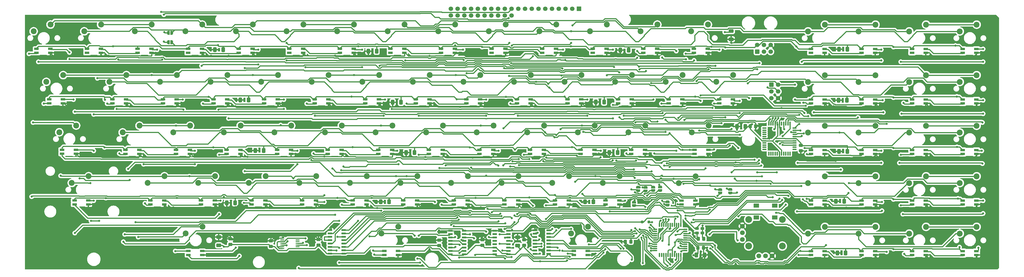
<source format=gbr>
%TF.GenerationSoftware,KiCad,Pcbnew,9.0.4*%
%TF.CreationDate,2025-11-02T12:35:48+01:00*%
%TF.ProjectId,petkn,7065746b-6e2e-46b6-9963-61645f706362,rev?*%
%TF.SameCoordinates,Original*%
%TF.FileFunction,Copper,L2,Bot*%
%TF.FilePolarity,Positive*%
%FSLAX46Y46*%
G04 Gerber Fmt 4.6, Leading zero omitted, Abs format (unit mm)*
G04 Created by KiCad (PCBNEW 9.0.4) date 2025-11-02 12:35:48*
%MOMM*%
%LPD*%
G01*
G04 APERTURE LIST*
G04 Aperture macros list*
%AMRoundRect*
0 Rectangle with rounded corners*
0 $1 Rounding radius*
0 $2 $3 $4 $5 $6 $7 $8 $9 X,Y pos of 4 corners*
0 Add a 4 corners polygon primitive as box body*
4,1,4,$2,$3,$4,$5,$6,$7,$8,$9,$2,$3,0*
0 Add four circle primitives for the rounded corners*
1,1,$1+$1,$2,$3*
1,1,$1+$1,$4,$5*
1,1,$1+$1,$6,$7*
1,1,$1+$1,$8,$9*
0 Add four rect primitives between the rounded corners*
20,1,$1+$1,$2,$3,$4,$5,0*
20,1,$1+$1,$4,$5,$6,$7,0*
20,1,$1+$1,$6,$7,$8,$9,0*
20,1,$1+$1,$8,$9,$2,$3,0*%
%AMFreePoly0*
4,1,23,0.500000,-0.750000,0.000000,-0.750000,0.000000,-0.745722,-0.065263,-0.745722,-0.191342,-0.711940,-0.304381,-0.646677,-0.396677,-0.554381,-0.461940,-0.441342,-0.495722,-0.315263,-0.495722,-0.250000,-0.500000,-0.250000,-0.500000,0.250000,-0.495722,0.250000,-0.495722,0.315263,-0.461940,0.441342,-0.396677,0.554381,-0.304381,0.646677,-0.191342,0.711940,-0.065263,0.745722,0.000000,0.745722,
0.000000,0.750000,0.500000,0.750000,0.500000,-0.750000,0.500000,-0.750000,$1*%
%AMFreePoly1*
4,1,23,0.000000,0.745722,0.065263,0.745722,0.191342,0.711940,0.304381,0.646677,0.396677,0.554381,0.461940,0.441342,0.495722,0.315263,0.495722,0.250000,0.500000,0.250000,0.500000,-0.250000,0.495722,-0.250000,0.495722,-0.315263,0.461940,-0.441342,0.396677,-0.554381,0.304381,-0.646677,0.191342,-0.711940,0.065263,-0.745722,0.000000,-0.745722,0.000000,-0.750000,-0.500000,-0.750000,
-0.500000,0.750000,0.000000,0.750000,0.000000,0.745722,0.000000,0.745722,$1*%
G04 Aperture macros list end*
%TA.AperFunction,ComponentPad*%
%ADD10C,2.200000*%
%TD*%
%TA.AperFunction,SMDPad,CuDef*%
%ADD11R,1.800000X0.900000*%
%TD*%
%TA.AperFunction,ComponentPad*%
%ADD12C,2.540000*%
%TD*%
%TA.AperFunction,ComponentPad*%
%ADD13R,2.000000X1.500000*%
%TD*%
%TA.AperFunction,ComponentPad*%
%ADD14C,1.800000*%
%TD*%
%TA.AperFunction,ComponentPad*%
%ADD15RoundRect,0.250000X-0.600000X-0.600000X0.600000X-0.600000X0.600000X0.600000X-0.600000X0.600000X0*%
%TD*%
%TA.AperFunction,ComponentPad*%
%ADD16C,1.700000*%
%TD*%
%TA.AperFunction,ComponentPad*%
%ADD17RoundRect,0.250000X0.600000X-0.600000X0.600000X0.600000X-0.600000X0.600000X-0.600000X-0.600000X0*%
%TD*%
%TA.AperFunction,ComponentPad*%
%ADD18R,1.700000X1.700000*%
%TD*%
%TA.AperFunction,SMDPad,CuDef*%
%ADD19RoundRect,0.250000X-0.475000X0.337500X-0.475000X-0.337500X0.475000X-0.337500X0.475000X0.337500X0*%
%TD*%
%TA.AperFunction,SMDPad,CuDef*%
%ADD20RoundRect,0.250000X0.412500X0.650000X-0.412500X0.650000X-0.412500X-0.650000X0.412500X-0.650000X0*%
%TD*%
%TA.AperFunction,SMDPad,CuDef*%
%ADD21RoundRect,0.250000X-0.337500X-0.475000X0.337500X-0.475000X0.337500X0.475000X-0.337500X0.475000X0*%
%TD*%
%TA.AperFunction,SMDPad,CuDef*%
%ADD22RoundRect,0.250000X0.250000X0.250000X-0.250000X0.250000X-0.250000X-0.250000X0.250000X-0.250000X0*%
%TD*%
%TA.AperFunction,SMDPad,CuDef*%
%ADD23RoundRect,0.250000X0.475000X-0.337500X0.475000X0.337500X-0.475000X0.337500X-0.475000X-0.337500X0*%
%TD*%
%TA.AperFunction,SMDPad,CuDef*%
%ADD24FreePoly0,90.000000*%
%TD*%
%TA.AperFunction,SMDPad,CuDef*%
%ADD25FreePoly1,90.000000*%
%TD*%
%TA.AperFunction,SMDPad,CuDef*%
%ADD26RoundRect,0.100000X-0.637500X-0.100000X0.637500X-0.100000X0.637500X0.100000X-0.637500X0.100000X0*%
%TD*%
%TA.AperFunction,SMDPad,CuDef*%
%ADD27RoundRect,0.150000X-0.725000X-0.150000X0.725000X-0.150000X0.725000X0.150000X-0.725000X0.150000X0*%
%TD*%
%TA.AperFunction,SMDPad,CuDef*%
%ADD28RoundRect,0.250000X0.400000X0.300000X-0.400000X0.300000X-0.400000X-0.300000X0.400000X-0.300000X0*%
%TD*%
%TA.AperFunction,SMDPad,CuDef*%
%ADD29RoundRect,0.250000X0.337500X0.475000X-0.337500X0.475000X-0.337500X-0.475000X0.337500X-0.475000X0*%
%TD*%
%TA.AperFunction,SMDPad,CuDef*%
%ADD30RoundRect,0.250000X0.650000X-0.412500X0.650000X0.412500X-0.650000X0.412500X-0.650000X-0.412500X0*%
%TD*%
%TA.AperFunction,SMDPad,CuDef*%
%ADD31FreePoly0,0.000000*%
%TD*%
%TA.AperFunction,SMDPad,CuDef*%
%ADD32FreePoly1,0.000000*%
%TD*%
%TA.AperFunction,SMDPad,CuDef*%
%ADD33RoundRect,0.250000X-0.650000X0.412500X-0.650000X-0.412500X0.650000X-0.412500X0.650000X0.412500X0*%
%TD*%
%TA.AperFunction,SMDPad,CuDef*%
%ADD34RoundRect,0.250000X-0.412500X-0.650000X0.412500X-0.650000X0.412500X0.650000X-0.412500X0.650000X0*%
%TD*%
%TA.AperFunction,SMDPad,CuDef*%
%ADD35RoundRect,0.137500X-0.137500X0.600000X-0.137500X-0.600000X0.137500X-0.600000X0.137500X0.600000X0*%
%TD*%
%TA.AperFunction,SMDPad,CuDef*%
%ADD36RoundRect,0.137500X-0.600000X0.137500X-0.600000X-0.137500X0.600000X-0.137500X0.600000X0.137500X0*%
%TD*%
%TA.AperFunction,ViaPad*%
%ADD37C,0.800000*%
%TD*%
%TA.AperFunction,Conductor*%
%ADD38C,0.400000*%
%TD*%
G04 APERTURE END LIST*
D10*
%TO.P,SW5,1,1*%
%TO.N,C4*%
X273177000Y-73596500D03*
%TO.P,SW5,2,2*%
%TO.N,R10*%
X266827000Y-76136500D03*
D11*
%TO.P,SW5,3,GND*%
%TO.N,GND*%
X273093800Y-84240500D03*
%TO.P,SW5,4,DIN*%
%TO.N,L4*%
X273093800Y-82740500D03*
%TO.P,SW5,5,DOUT*%
%TO.N,Net-(SW320B-DIN)*%
X267893800Y-84240500D03*
%TO.P,SW5,6,VCC*%
%TO.N,VCC*%
X267893800Y-82740500D03*
%TD*%
D10*
%TO.P,SW11,1,1*%
%TO.N,C6*%
X278041000Y-111711500D03*
%TO.P,SW11,2,2*%
%TO.N,R9*%
X271691000Y-114251500D03*
D11*
%TO.P,SW11,3,GND*%
%TO.N,GND*%
X277957800Y-122355500D03*
%TO.P,SW11,4,DIN*%
%TO.N,Net-(SW11B-DIN)*%
X277957800Y-120855500D03*
%TO.P,SW11,5,DOUT*%
%TO.N,Net-(SW11B-DOUT)*%
X272757800Y-122355500D03*
%TO.P,SW11,6,VCC*%
%TO.N,VCC*%
X272757800Y-120855500D03*
%TD*%
D10*
%TO.P,SW12,1,1*%
%TO.N,C5*%
X292227000Y-73596500D03*
%TO.P,SW12,2,2*%
%TO.N,R9*%
X285877000Y-76136500D03*
D11*
%TO.P,SW12,3,GND*%
%TO.N,GND*%
X292143800Y-84240500D03*
%TO.P,SW12,4,DIN*%
%TO.N,Net-(SW12B-DIN)*%
X292143800Y-82740500D03*
%TO.P,SW12,5,DOUT*%
%TO.N,Net-(SW12B-DOUT)*%
X286943800Y-84240500D03*
%TO.P,SW12,6,VCC*%
%TO.N,VCC*%
X286943800Y-82740500D03*
%TD*%
D10*
%TO.P,SW14,1,1*%
%TO.N,C3*%
X282702000Y-54546500D03*
%TO.P,SW14,2,2*%
%TO.N,R9*%
X276352000Y-57086500D03*
D11*
%TO.P,SW14,3,GND*%
%TO.N,GND*%
X282618800Y-65190500D03*
%TO.P,SW14,4,DIN*%
%TO.N,Net-(SW14B-DIN)*%
X282618800Y-63690500D03*
%TO.P,SW14,5,DOUT*%
%TO.N,Net-(SW14B-DOUT)*%
X277418800Y-65190500D03*
%TO.P,SW14,6,VCC*%
%TO.N,VCC*%
X277418800Y-63690500D03*
%TD*%
D10*
%TO.P,SW15,1,1*%
%TO.N,C2*%
X35052000Y-54546500D03*
%TO.P,SW15,2,2*%
%TO.N,R9*%
X28702000Y-57086500D03*
D11*
%TO.P,SW15,3,GND*%
%TO.N,GND*%
X34968800Y-65190500D03*
%TO.P,SW15,4,DIN*%
%TO.N,Net-(SW15B-DIN)*%
X34968800Y-63690500D03*
%TO.P,SW15,5,DOUT*%
%TO.N,Net-(SW15B-DOUT)*%
X29768800Y-65190500D03*
%TO.P,SW15,6,VCC*%
%TO.N,VCC*%
X29768800Y-63690500D03*
%TD*%
D10*
%TO.P,SW20,1,1*%
%TO.N,C5*%
X249428000Y-111696500D03*
%TO.P,SW20,2,2*%
%TO.N,R8*%
X243078000Y-114236500D03*
D11*
%TO.P,SW20,3,GND*%
%TO.N,GND*%
X249344800Y-122340500D03*
%TO.P,SW20,4,DIN*%
%TO.N,Net-(SW12B-DOUT)*%
X249344800Y-120840500D03*
%TO.P,SW20,5,DOUT*%
%TO.N,Net-(SW20B-DOUT)*%
X244144800Y-122340500D03*
%TO.P,SW20,6,VCC*%
%TO.N,VCC*%
X244144800Y-120840500D03*
%TD*%
D10*
%TO.P,SW21,1,1*%
%TO.N,C4*%
X211328000Y-111696500D03*
%TO.P,SW21,2,2*%
%TO.N,R8*%
X204978000Y-114236500D03*
D11*
%TO.P,SW21,3,GND*%
%TO.N,GND*%
X211244800Y-122340500D03*
%TO.P,SW21,4,DIN*%
%TO.N,Net-(SW21B-DIN)*%
X211244800Y-120840500D03*
%TO.P,SW21,5,DOUT*%
%TO.N,Net-(SW21B-DOUT)*%
X206044800Y-122340500D03*
%TO.P,SW21,6,VCC*%
%TO.N,VCC*%
X206044800Y-120840500D03*
%TD*%
D10*
%TO.P,SW22,1,1*%
%TO.N,C3*%
X173228000Y-111696500D03*
%TO.P,SW22,2,2*%
%TO.N,R8*%
X166878000Y-114236500D03*
D11*
%TO.P,SW22,3,GND*%
%TO.N,GND*%
X173144800Y-122340500D03*
%TO.P,SW22,4,DIN*%
%TO.N,Net-(SW14B-DOUT)*%
X173144800Y-120840500D03*
%TO.P,SW22,5,DOUT*%
%TO.N,Net-(SW22B-DOUT)*%
X167944800Y-122340500D03*
%TO.P,SW22,6,VCC*%
%TO.N,VCC*%
X167944800Y-120840500D03*
%TD*%
D10*
%TO.P,SW23,1,1*%
%TO.N,C2*%
X135128000Y-111696500D03*
%TO.P,SW23,2,2*%
%TO.N,R8*%
X128778000Y-114236500D03*
D11*
%TO.P,SW23,3,GND*%
%TO.N,GND*%
X135044800Y-122340500D03*
%TO.P,SW23,4,DIN*%
%TO.N,Net-(SW15B-DOUT)*%
X135044800Y-120840500D03*
%TO.P,SW23,5,DOUT*%
%TO.N,Net-(SW23B-DOUT)*%
X129844800Y-122340500D03*
%TO.P,SW23,6,VCC*%
%TO.N,VCC*%
X129844800Y-120840500D03*
%TD*%
D10*
%TO.P,SW24,1,1*%
%TO.N,C1*%
X97028000Y-111696500D03*
%TO.P,SW24,2,2*%
%TO.N,R8*%
X90678000Y-114236500D03*
D11*
%TO.P,SW24,3,GND*%
%TO.N,GND*%
X96944800Y-122340500D03*
%TO.P,SW24,4,DIN*%
%TO.N,Net-(SW16B-DOUT)*%
X96944800Y-120840500D03*
%TO.P,SW24,5,DOUT*%
%TO.N,Net-(SW24B-DOUT)*%
X91744800Y-122340500D03*
%TO.P,SW24,6,VCC*%
%TO.N,VCC*%
X91744800Y-120840500D03*
%TD*%
D10*
%TO.P,SW27,1,1*%
%TO.N,C6*%
X282956000Y-92646500D03*
%TO.P,SW27,2,2*%
%TO.N,R7*%
X276606000Y-95186500D03*
D11*
%TO.P,SW27,3,GND*%
%TO.N,GND*%
X282872800Y-103290500D03*
%TO.P,SW27,4,DIN*%
%TO.N,Net-(SW11B-DOUT)*%
X282872800Y-101790500D03*
%TO.P,SW27,5,DOUT*%
%TO.N,Net-(SW27B-DOUT)*%
X277672800Y-103290500D03*
%TO.P,SW27,6,VCC*%
%TO.N,VCC*%
X277672800Y-101790500D03*
%TD*%
D10*
%TO.P,SW28,1,1*%
%TO.N,C5*%
X230378000Y-111696500D03*
%TO.P,SW28,2,2*%
%TO.N,R7*%
X224028000Y-114236500D03*
D11*
%TO.P,SW28,3,GND*%
%TO.N,GND*%
X230294800Y-122340500D03*
%TO.P,SW28,4,DIN*%
%TO.N,Net-(SW20B-DOUT)*%
X230294800Y-120840500D03*
%TO.P,SW28,5,DOUT*%
%TO.N,Net-(SW28B-DOUT)*%
X225094800Y-122340500D03*
%TO.P,SW28,6,VCC*%
%TO.N,VCC*%
X225094800Y-120840500D03*
%TD*%
D10*
%TO.P,SW29,1,1*%
%TO.N,C4*%
X192278000Y-111696500D03*
%TO.P,SW29,2,2*%
%TO.N,R7*%
X185928000Y-114236500D03*
D11*
%TO.P,SW29,3,GND*%
%TO.N,GND*%
X192194800Y-122340500D03*
%TO.P,SW29,4,DIN*%
%TO.N,Net-(SW21B-DOUT)*%
X192194800Y-120840500D03*
%TO.P,SW29,5,DOUT*%
%TO.N,Net-(SW29B-DOUT)*%
X186994800Y-122340500D03*
%TO.P,SW29,6,VCC*%
%TO.N,VCC*%
X186994800Y-120840500D03*
%TD*%
D10*
%TO.P,SW30,1,1*%
%TO.N,C3*%
X154178000Y-111696500D03*
%TO.P,SW30,2,2*%
%TO.N,R7*%
X147828000Y-114236500D03*
D11*
%TO.P,SW30,3,GND*%
%TO.N,GND*%
X154094800Y-122340500D03*
%TO.P,SW30,4,DIN*%
%TO.N,Net-(SW22B-DOUT)*%
X154094800Y-120840500D03*
%TO.P,SW30,5,DOUT*%
%TO.N,Net-(SW30B-DOUT)*%
X148894800Y-122340500D03*
%TO.P,SW30,6,VCC*%
%TO.N,VCC*%
X148894800Y-120840500D03*
%TD*%
D10*
%TO.P,SW32,1,1*%
%TO.N,C1*%
X77978000Y-111696500D03*
%TO.P,SW32,2,2*%
%TO.N,R7*%
X71628000Y-114236500D03*
D11*
%TO.P,SW32,3,GND*%
%TO.N,GND*%
X77894800Y-122340500D03*
%TO.P,SW32,4,DIN*%
%TO.N,Net-(SW24B-DOUT)*%
X77894800Y-120840500D03*
%TO.P,SW32,5,DOUT*%
%TO.N,Net-(SW32B-DOUT)*%
X72694800Y-122340500D03*
%TO.P,SW32,6,VCC*%
%TO.N,VCC*%
X72694800Y-120840500D03*
%TD*%
D10*
%TO.P,SW36,1,1*%
%TO.N,C5*%
X240030000Y-92646500D03*
%TO.P,SW36,2,2*%
%TO.N,R6*%
X233680000Y-95186500D03*
D11*
%TO.P,SW36,3,GND*%
%TO.N,GND*%
X239946800Y-103290500D03*
%TO.P,SW36,4,DIN*%
%TO.N,Net-(SW28B-DOUT)*%
X239946800Y-101790500D03*
%TO.P,SW36,5,DOUT*%
%TO.N,Net-(SW36B-DOUT)*%
X234746800Y-103290500D03*
%TO.P,SW36,6,VCC*%
%TO.N,VCC*%
X234746800Y-101790500D03*
%TD*%
D10*
%TO.P,SW40,1,1*%
%TO.N,C1*%
X87630000Y-92646500D03*
%TO.P,SW40,2,2*%
%TO.N,R6*%
X81280000Y-95186500D03*
D11*
%TO.P,SW40,3,GND*%
%TO.N,GND*%
X87546800Y-103290500D03*
%TO.P,SW40,4,DIN*%
%TO.N,Net-(SW32B-DOUT)*%
X87546800Y-101790500D03*
%TO.P,SW40,5,DOUT*%
%TO.N,Net-(SW40B-DOUT)*%
X82346800Y-103290500D03*
%TO.P,SW40,6,VCC*%
%TO.N,VCC*%
X82346800Y-101790500D03*
%TD*%
D10*
%TO.P,SW44,1,1*%
%TO.N,C5*%
X220980000Y-92646500D03*
%TO.P,SW44,2,2*%
%TO.N,R5*%
X214630000Y-95186500D03*
D11*
%TO.P,SW44,3,GND*%
%TO.N,GND*%
X220896800Y-103290500D03*
%TO.P,SW44,4,DIN*%
%TO.N,Net-(SW36B-DOUT)*%
X220896800Y-101790500D03*
%TO.P,SW44,5,DOUT*%
%TO.N,Net-(SW44B-DOUT)*%
X215696800Y-103290500D03*
%TO.P,SW44,6,VCC*%
%TO.N,VCC*%
X215696800Y-101790500D03*
%TD*%
D10*
%TO.P,SW47,1,1*%
%TO.N,C2*%
X106680000Y-92646500D03*
%TO.P,SW47,2,2*%
%TO.N,R5*%
X100330000Y-95186500D03*
D11*
%TO.P,SW47,3,GND*%
%TO.N,GND*%
X106596800Y-103290500D03*
%TO.P,SW47,4,DIN*%
%TO.N,Net-(SW39B-DOUT)*%
X106596800Y-101790500D03*
%TO.P,SW47,5,DOUT*%
%TO.N,Net-(SW47B-DOUT)*%
X101396800Y-103290500D03*
%TO.P,SW47,6,VCC*%
%TO.N,VCC*%
X101396800Y-101790500D03*
%TD*%
D10*
%TO.P,SW52,1,1*%
%TO.N,C5*%
X235077000Y-73596500D03*
%TO.P,SW52,2,2*%
%TO.N,R4*%
X228727000Y-76136500D03*
D11*
%TO.P,SW52,3,GND*%
%TO.N,GND*%
X234993800Y-84240500D03*
%TO.P,SW52,4,DIN*%
%TO.N,Net-(SW44B-DOUT)*%
X234993800Y-82740500D03*
%TO.P,SW52,5,DOUT*%
%TO.N,Net-(SW52B-DOUT)*%
X229793800Y-84240500D03*
%TO.P,SW52,6,VCC*%
%TO.N,VCC*%
X229793800Y-82740500D03*
%TD*%
D10*
%TO.P,SW53,1,1*%
%TO.N,C4*%
X196977000Y-73596500D03*
%TO.P,SW53,2,2*%
%TO.N,R4*%
X190627000Y-76136500D03*
D11*
%TO.P,SW53,3,GND*%
%TO.N,GND*%
X196893800Y-84240500D03*
%TO.P,SW53,4,DIN*%
%TO.N,Net-(SW45B-DOUT)*%
X196893800Y-82740500D03*
%TO.P,SW53,5,DOUT*%
%TO.N,Net-(SW53B-DOUT)*%
X191693800Y-84240500D03*
%TO.P,SW53,6,VCC*%
%TO.N,VCC*%
X191693800Y-82740500D03*
%TD*%
D10*
%TO.P,SW55,1,1*%
%TO.N,C2*%
X120777000Y-73596500D03*
%TO.P,SW55,2,2*%
%TO.N,R4*%
X114427000Y-76136500D03*
D11*
%TO.P,SW55,3,GND*%
%TO.N,GND*%
X120693800Y-84240500D03*
%TO.P,SW55,4,DIN*%
%TO.N,Net-(SW47B-DOUT)*%
X120693800Y-82740500D03*
%TO.P,SW55,5,DOUT*%
%TO.N,Net-(SW55B-DOUT)*%
X115493800Y-84240500D03*
%TO.P,SW55,6,VCC*%
%TO.N,VCC*%
X115493800Y-82740500D03*
%TD*%
D10*
%TO.P,SW56,1,1*%
%TO.N,C1*%
X82677000Y-73596500D03*
%TO.P,SW56,2,2*%
%TO.N,R4*%
X76327000Y-76136500D03*
D11*
%TO.P,SW56,3,GND*%
%TO.N,GND*%
X82593800Y-84240500D03*
%TO.P,SW56,4,DIN*%
%TO.N,Net-(SW48B-DOUT)*%
X82593800Y-82740500D03*
%TO.P,SW56,5,DOUT*%
%TO.N,Net-(SW56B-DOUT)*%
X77393800Y-84240500D03*
%TO.P,SW56,6,VCC*%
%TO.N,VCC*%
X77393800Y-82740500D03*
%TD*%
D10*
%TO.P,SW59,1,1*%
%TO.N,C6*%
X254127000Y-73596500D03*
%TO.P,SW59,2,2*%
%TO.N,R3*%
X247777000Y-76136500D03*
D11*
%TO.P,SW59,3,GND*%
%TO.N,GND*%
X254043800Y-84240500D03*
%TO.P,SW59,4,DIN*%
%TO.N,Net-(SW27B-DOUT)*%
X254043800Y-82740500D03*
%TO.P,SW59,5,DOUT*%
%TO.N,Net-(SW59B-DOUT)*%
X248843800Y-84240500D03*
%TO.P,SW59,6,VCC*%
%TO.N,VCC*%
X248843800Y-82740500D03*
%TD*%
D10*
%TO.P,SW60,1,1*%
%TO.N,C5*%
X216027000Y-73596500D03*
%TO.P,SW60,2,2*%
%TO.N,R3*%
X209677000Y-76136500D03*
D11*
%TO.P,SW60,3,GND*%
%TO.N,GND*%
X215943800Y-84240500D03*
%TO.P,SW60,4,DIN*%
%TO.N,Net-(SW52B-DOUT)*%
X215943800Y-82740500D03*
%TO.P,SW60,5,DOUT*%
%TO.N,Net-(SW60B-DOUT)*%
X210743800Y-84240500D03*
%TO.P,SW60,6,VCC*%
%TO.N,VCC*%
X210743800Y-82740500D03*
%TD*%
D10*
%TO.P,SW61,1,1*%
%TO.N,C4*%
X177927000Y-73596500D03*
%TO.P,SW61,2,2*%
%TO.N,R3*%
X171577000Y-76136500D03*
D11*
%TO.P,SW61,3,GND*%
%TO.N,GND*%
X177843800Y-84240500D03*
%TO.P,SW61,4,DIN*%
%TO.N,Net-(SW53B-DOUT)*%
X177843800Y-82740500D03*
%TO.P,SW61,5,DOUT*%
%TO.N,Net-(SW61B-DOUT)*%
X172643800Y-84240500D03*
%TO.P,SW61,6,VCC*%
%TO.N,VCC*%
X172643800Y-82740500D03*
%TD*%
D10*
%TO.P,SW62,1,1*%
%TO.N,C3*%
X139827000Y-73596500D03*
%TO.P,SW62,2,2*%
%TO.N,R3*%
X133477000Y-76136500D03*
D11*
%TO.P,SW62,3,GND*%
%TO.N,GND*%
X139743800Y-84240500D03*
%TO.P,SW62,4,DIN*%
%TO.N,Net-(SW54B-DOUT)*%
X139743800Y-82740500D03*
%TO.P,SW62,5,DOUT*%
%TO.N,Net-(SW62B-DOUT)*%
X134543800Y-84240500D03*
%TO.P,SW62,6,VCC*%
%TO.N,VCC*%
X134543800Y-82740500D03*
%TD*%
D10*
%TO.P,SW63,1,1*%
%TO.N,C2*%
X101727000Y-73596500D03*
%TO.P,SW63,2,2*%
%TO.N,R3*%
X95377000Y-76136500D03*
D11*
%TO.P,SW63,3,GND*%
%TO.N,GND*%
X101643800Y-84240500D03*
%TO.P,SW63,4,DIN*%
%TO.N,Net-(SW55B-DOUT)*%
X101643800Y-82740500D03*
%TO.P,SW63,5,DOUT*%
%TO.N,Net-(SW63B-DOUT)*%
X96443800Y-84240500D03*
%TO.P,SW63,6,VCC*%
%TO.N,VCC*%
X96443800Y-82740500D03*
%TD*%
D10*
%TO.P,SW70,1,1*%
%TO.N,C3*%
X149352000Y-54546500D03*
%TO.P,SW70,2,2*%
%TO.N,R2*%
X143002000Y-57086500D03*
D11*
%TO.P,SW70,3,GND*%
%TO.N,GND*%
X149268800Y-65190500D03*
%TO.P,SW70,4,DIN*%
%TO.N,Net-(SW62B-DOUT)*%
X149268800Y-63690500D03*
%TO.P,SW70,5,DOUT*%
%TO.N,Net-(SW70B-DOUT)*%
X144068800Y-65190500D03*
%TO.P,SW70,6,VCC*%
%TO.N,VCC*%
X144068800Y-63690500D03*
%TD*%
D10*
%TO.P,SW75,1,1*%
%TO.N,C6*%
X244602000Y-54546500D03*
%TO.P,SW75,2,2*%
%TO.N,R1*%
X238252000Y-57086500D03*
D11*
%TO.P,SW75,3,GND*%
%TO.N,GND*%
X244518800Y-65190500D03*
%TO.P,SW75,4,DIN*%
%TO.N,Net-(SW67B-DOUT)*%
X244518800Y-63690500D03*
%TO.P,SW75,5,DOUT*%
%TO.N,unconnected-(SW75B-DOUT-Pad5)*%
X239318800Y-65190500D03*
%TO.P,SW75,6,VCC*%
%TO.N,VCC*%
X239318800Y-63690500D03*
%TD*%
D10*
%TO.P,SW77,1,1*%
%TO.N,C4*%
X168402000Y-54546500D03*
%TO.P,SW77,2,2*%
%TO.N,R1*%
X162052000Y-57086500D03*
D11*
%TO.P,SW77,3,GND*%
%TO.N,GND*%
X168318800Y-65190500D03*
%TO.P,SW77,4,DIN*%
%TO.N,Net-(SW69B-DOUT)*%
X168318800Y-63690500D03*
%TO.P,SW77,5,DOUT*%
%TO.N,unconnected-(SW77B-DOUT-Pad5)*%
X163118800Y-65190500D03*
%TO.P,SW77,6,VCC*%
%TO.N,VCC*%
X163118800Y-63690500D03*
%TD*%
D10*
%TO.P,SW78,1,1*%
%TO.N,C3*%
X130302000Y-54546500D03*
%TO.P,SW78,2,2*%
%TO.N,R1*%
X123952000Y-57086500D03*
D11*
%TO.P,SW78,3,GND*%
%TO.N,GND*%
X130218800Y-65190500D03*
%TO.P,SW78,4,DIN*%
%TO.N,Net-(SW70B-DOUT)*%
X130218800Y-63690500D03*
%TO.P,SW78,5,DOUT*%
%TO.N,unconnected-(SW78B-DOUT-Pad5)*%
X125018800Y-65190500D03*
%TO.P,SW78,6,VCC*%
%TO.N,VCC*%
X125018800Y-63690500D03*
%TD*%
D10*
%TO.P,SW64,1,1*%
%TO.N,C1*%
X63627000Y-73596500D03*
%TO.P,SW64,2,2*%
%TO.N,R3*%
X57277000Y-76136500D03*
D11*
%TO.P,SW64,3,GND*%
%TO.N,GND*%
X63543800Y-84240500D03*
%TO.P,SW64,4,DIN*%
%TO.N,Net-(SW56B-DOUT)*%
X63543800Y-82740500D03*
%TO.P,SW64,5,DOUT*%
%TO.N,Net-(SW64B-DOUT)*%
X58343800Y-84240500D03*
%TO.P,SW64,6,VCC*%
%TO.N,VCC*%
X58343800Y-82740500D03*
%TD*%
D10*
%TO.P,SW16,1,1*%
%TO.N,C1*%
X49403000Y-111696500D03*
%TO.P,SW16,2,2*%
%TO.N,R9*%
X43053000Y-114236500D03*
D11*
%TO.P,SW16,3,GND*%
%TO.N,GND*%
X49319800Y-122340500D03*
%TO.P,SW16,4,DIN*%
%TO.N,Net-(SW16B-DIN)*%
X49319800Y-120840500D03*
%TO.P,SW16,5,DOUT*%
%TO.N,Net-(SW16B-DOUT)*%
X44119800Y-122340500D03*
%TO.P,SW16,6,VCC*%
%TO.N,VCC*%
X44119800Y-120840500D03*
%TD*%
D10*
%TO.P,SW68,1,1*%
%TO.N,C5*%
X225552000Y-54546500D03*
%TO.P,SW68,2,2*%
%TO.N,R2*%
X219202000Y-57086500D03*
D11*
%TO.P,SW68,3,GND*%
%TO.N,GND*%
X225468800Y-65190500D03*
%TO.P,SW68,4,DIN*%
%TO.N,Net-(SW60B-DOUT)*%
X225468800Y-63690500D03*
%TO.P,SW68,5,DOUT*%
%TO.N,Net-(SW68B-DOUT)*%
X220268800Y-65190500D03*
%TO.P,SW68,6,VCC*%
%TO.N,VCC*%
X220268800Y-63690500D03*
%TD*%
D10*
%TO.P,SW4,1,1*%
%TO.N,C5*%
X259080000Y-92646500D03*
%TO.P,SW4,2,2*%
%TO.N,R10*%
X252730000Y-95186500D03*
D11*
%TO.P,SW4,3,GND*%
%TO.N,GND*%
X258996800Y-103290500D03*
%TO.P,SW4,4,DIN*%
%TO.N,L3*%
X258996800Y-101790500D03*
%TO.P,SW4,5,DOUT*%
%TO.N,Net-(SW12B-DIN)*%
X253796800Y-103290500D03*
%TO.P,SW4,6,VCC*%
%TO.N,VCC*%
X253796800Y-101790500D03*
%TD*%
D10*
%TO.P,SW79,1,1*%
%TO.N,C2*%
X92202000Y-54546500D03*
%TO.P,SW79,2,2*%
%TO.N,R1*%
X85852000Y-57086500D03*
D11*
%TO.P,SW79,3,GND*%
%TO.N,GND*%
X92118800Y-65190500D03*
%TO.P,SW79,4,DIN*%
%TO.N,Net-(SW71B-DOUT)*%
X92118800Y-63690500D03*
%TO.P,SW79,5,DOUT*%
%TO.N,unconnected-(SW79B-DOUT-Pad5)*%
X86918800Y-65190500D03*
%TO.P,SW79,6,VCC*%
%TO.N,VCC*%
X86918800Y-63690500D03*
%TD*%
D10*
%TO.P,SW71,1,1*%
%TO.N,C2*%
X111252000Y-54546500D03*
%TO.P,SW71,2,2*%
%TO.N,R2*%
X104902000Y-57086500D03*
D11*
%TO.P,SW71,3,GND*%
%TO.N,GND*%
X111168800Y-65190500D03*
%TO.P,SW71,4,DIN*%
%TO.N,Net-(SW63B-DOUT)*%
X111168800Y-63690500D03*
%TO.P,SW71,5,DOUT*%
%TO.N,Net-(SW71B-DOUT)*%
X105968800Y-65190500D03*
%TO.P,SW71,6,VCC*%
%TO.N,VCC*%
X105968800Y-63690500D03*
%TD*%
D10*
%TO.P,SW72,1,1*%
%TO.N,C1*%
X73152000Y-54546500D03*
%TO.P,SW72,2,2*%
%TO.N,R2*%
X66802000Y-57086500D03*
D11*
%TO.P,SW72,3,GND*%
%TO.N,GND*%
X73068800Y-65190500D03*
%TO.P,SW72,4,DIN*%
%TO.N,Net-(SW64B-DOUT)*%
X73068800Y-63690500D03*
%TO.P,SW72,5,DOUT*%
%TO.N,Net-(SW72B-DOUT)*%
X67868800Y-65190500D03*
%TO.P,SW72,6,VCC*%
%TO.N,VCC*%
X67868800Y-63690500D03*
%TD*%
D10*
%TO.P,SW80,1,1*%
%TO.N,C1*%
X54102000Y-54546500D03*
%TO.P,SW80,2,2*%
%TO.N,R1*%
X47752000Y-57086500D03*
D11*
%TO.P,SW80,3,GND*%
%TO.N,GND*%
X54018800Y-65190500D03*
%TO.P,SW80,4,DIN*%
%TO.N,Net-(SW72B-DOUT)*%
X54018800Y-63690500D03*
%TO.P,SW80,5,DOUT*%
%TO.N,unconnected-(SW80B-DOUT-Pad5)*%
X48818800Y-65190500D03*
%TO.P,SW80,6,VCC*%
%TO.N,VCC*%
X48818800Y-63690500D03*
%TD*%
D10*
%TO.P,SW8,1,1*%
%TO.N,C1*%
X39814500Y-73596500D03*
%TO.P,SW8,2,2*%
%TO.N,R10*%
X33464500Y-76136500D03*
D11*
%TO.P,SW8,3,GND*%
%TO.N,GND*%
X39731300Y-84240500D03*
%TO.P,SW8,4,DIN*%
%TO.N,L7*%
X39731300Y-82740500D03*
%TO.P,SW8,5,DOUT*%
%TO.N,Net-(SW16B-DIN)*%
X34531300Y-84240500D03*
%TO.P,SW8,6,VCC*%
%TO.N,VCC*%
X34531300Y-82740500D03*
%TD*%
D10*
%TO.P,SW7,1,1*%
%TO.N,C2*%
X263652000Y-54546500D03*
%TO.P,SW7,2,2*%
%TO.N,R10*%
X257302000Y-57086500D03*
D11*
%TO.P,SW7,3,GND*%
%TO.N,GND*%
X263568800Y-65190500D03*
%TO.P,SW7,4,DIN*%
%TO.N,L6*%
X263568800Y-63690500D03*
%TO.P,SW7,5,DOUT*%
%TO.N,Net-(SW15B-DIN)*%
X258368800Y-65190500D03*
%TO.P,SW7,6,VCC*%
%TO.N,VCC*%
X258368800Y-63690500D03*
%TD*%
D10*
%TO.P,SW39,1,1*%
%TO.N,C2*%
X125730000Y-92646500D03*
%TO.P,SW39,2,2*%
%TO.N,R6*%
X119380000Y-95186500D03*
D11*
%TO.P,SW39,3,GND*%
%TO.N,GND*%
X125646800Y-103290500D03*
%TO.P,SW39,4,DIN*%
%TO.N,Net-(SW31B-DOUT)*%
X125646800Y-101790500D03*
%TO.P,SW39,5,DOUT*%
%TO.N,Net-(SW39B-DOUT)*%
X120446800Y-103290500D03*
%TO.P,SW39,6,VCC*%
%TO.N,VCC*%
X120446800Y-101790500D03*
%TD*%
D10*
%TO.P,SW37,1,1*%
%TO.N,C4*%
X201930000Y-92646500D03*
%TO.P,SW37,2,2*%
%TO.N,R6*%
X195580000Y-95186500D03*
D11*
%TO.P,SW37,3,GND*%
%TO.N,GND*%
X201846800Y-103290500D03*
%TO.P,SW37,4,DIN*%
%TO.N,Net-(SW29B-DOUT)*%
X201846800Y-101790500D03*
%TO.P,SW37,5,DOUT*%
%TO.N,Net-(SW37B-DOUT)*%
X196646800Y-103290500D03*
%TO.P,SW37,6,VCC*%
%TO.N,VCC*%
X196646800Y-101790500D03*
%TD*%
D10*
%TO.P,SW38,1,1*%
%TO.N,C3*%
X163830000Y-92646500D03*
%TO.P,SW38,2,2*%
%TO.N,R6*%
X157480000Y-95186500D03*
D11*
%TO.P,SW38,3,GND*%
%TO.N,GND*%
X163746800Y-103290500D03*
%TO.P,SW38,4,DIN*%
%TO.N,Net-(SW30B-DOUT)*%
X163746800Y-101790500D03*
%TO.P,SW38,5,DOUT*%
%TO.N,Net-(SW38B-DOUT)*%
X158546800Y-103290500D03*
%TO.P,SW38,6,VCC*%
%TO.N,VCC*%
X158546800Y-101790500D03*
%TD*%
D10*
%TO.P,SW46,1,1*%
%TO.N,C3*%
X144780000Y-92646500D03*
%TO.P,SW46,2,2*%
%TO.N,R5*%
X138430000Y-95186500D03*
D11*
%TO.P,SW46,3,GND*%
%TO.N,GND*%
X144696800Y-103290500D03*
%TO.P,SW46,4,DIN*%
%TO.N,Net-(SW38B-DOUT)*%
X144696800Y-101790500D03*
%TO.P,SW46,5,DOUT*%
%TO.N,Net-(SW46B-DOUT)*%
X139496800Y-103290500D03*
%TO.P,SW46,6,VCC*%
%TO.N,VCC*%
X139496800Y-101790500D03*
%TD*%
D10*
%TO.P,SW45,1,1*%
%TO.N,C4*%
X182880000Y-92646500D03*
%TO.P,SW45,2,2*%
%TO.N,R5*%
X176530000Y-95186500D03*
D11*
%TO.P,SW45,3,GND*%
%TO.N,GND*%
X182796800Y-103290500D03*
%TO.P,SW45,4,DIN*%
%TO.N,Net-(SW37B-DOUT)*%
X182796800Y-101790500D03*
%TO.P,SW45,5,DOUT*%
%TO.N,Net-(SW45B-DOUT)*%
X177596800Y-103290500D03*
%TO.P,SW45,6,VCC*%
%TO.N,VCC*%
X177596800Y-101790500D03*
%TD*%
D10*
%TO.P,SW31,1,1*%
%TO.N,C2*%
X116078000Y-111696500D03*
%TO.P,SW31,2,2*%
%TO.N,R7*%
X109728000Y-114236500D03*
D11*
%TO.P,SW31,3,GND*%
%TO.N,GND*%
X115994800Y-122340500D03*
%TO.P,SW31,4,DIN*%
%TO.N,Net-(SW23B-DOUT)*%
X115994800Y-120840500D03*
%TO.P,SW31,5,DOUT*%
%TO.N,Net-(SW31B-DOUT)*%
X110794800Y-122340500D03*
%TO.P,SW31,6,VCC*%
%TO.N,VCC*%
X110794800Y-120840500D03*
%TD*%
D10*
%TO.P,SW67,1,1*%
%TO.N,XC67*%
X92265500Y-130746500D03*
%TO.P,SW67,2,2*%
%TO.N,XR67*%
X85915500Y-133286500D03*
D11*
%TO.P,SW67,3,GND*%
%TO.N,GND*%
X92182300Y-141390500D03*
%TO.P,SW67,4,DIN*%
%TO.N,Net-(SW59B-DOUT)*%
X92182300Y-139890500D03*
%TO.P,SW67,5,DOUT*%
%TO.N,Net-(SW67B-DOUT)*%
X86982300Y-141390500D03*
%TO.P,SW67,6,VCC*%
%TO.N,VCC*%
X86982300Y-139890500D03*
%TD*%
D10*
%TO.P,SW48,1,1*%
%TO.N,C1*%
X68580000Y-92646500D03*
%TO.P,SW48,2,2*%
%TO.N,R5*%
X62230000Y-95186500D03*
D11*
%TO.P,SW48,3,GND*%
%TO.N,GND*%
X68496800Y-103290500D03*
%TO.P,SW48,4,DIN*%
%TO.N,Net-(SW40B-DOUT)*%
X68496800Y-101790500D03*
%TO.P,SW48,5,DOUT*%
%TO.N,Net-(SW48B-DOUT)*%
X63296800Y-103290500D03*
%TO.P,SW48,6,VCC*%
%TO.N,VCC*%
X63296800Y-101790500D03*
%TD*%
D10*
%TO.P,SW54,1,1*%
%TO.N,C3*%
X158877000Y-73596500D03*
%TO.P,SW54,2,2*%
%TO.N,R4*%
X152527000Y-76136500D03*
D11*
%TO.P,SW54,3,GND*%
%TO.N,GND*%
X158793800Y-84240500D03*
%TO.P,SW54,4,DIN*%
%TO.N,Net-(SW46B-DOUT)*%
X158793800Y-82740500D03*
%TO.P,SW54,5,DOUT*%
%TO.N,Net-(SW54B-DOUT)*%
X153593800Y-84240500D03*
%TO.P,SW54,6,VCC*%
%TO.N,VCC*%
X153593800Y-82740500D03*
%TD*%
D10*
%TO.P,SW320,1,1*%
%TO.N,XC1*%
X44704000Y-92583000D03*
%TO.P,SW320,2,2*%
%TO.N,xR9*%
X38354000Y-95123000D03*
D11*
%TO.P,SW320,3,GND*%
%TO.N,GND*%
X44620800Y-103227000D03*
%TO.P,SW320,4,DIN*%
%TO.N,Net-(SW320B-DIN)*%
X44620800Y-101727000D03*
%TO.P,SW320,5,DOUT*%
%TO.N,Net-(SW21B-DIN)*%
X39420800Y-103227000D03*
%TO.P,SW320,6,VCC*%
%TO.N,VCC*%
X39420800Y-101727000D03*
%TD*%
D10*
%TO.P,SW76,1,1*%
%TO.N,C5*%
X206502000Y-54546500D03*
%TO.P,SW76,2,2*%
%TO.N,R1*%
X200152000Y-57086500D03*
D11*
%TO.P,SW76,3,GND*%
%TO.N,GND*%
X206418800Y-65190500D03*
%TO.P,SW76,4,DIN*%
%TO.N,Net-(SW68B-DOUT)*%
X206418800Y-63690500D03*
%TO.P,SW76,5,DOUT*%
%TO.N,unconnected-(SW76B-DOUT-Pad5)*%
X201218800Y-65190500D03*
%TO.P,SW76,6,VCC*%
%TO.N,VCC*%
X201218800Y-63690500D03*
%TD*%
D10*
%TO.P,SW69,1,1*%
%TO.N,C4*%
X187452000Y-54546500D03*
%TO.P,SW69,2,2*%
%TO.N,R2*%
X181102000Y-57086500D03*
D11*
%TO.P,SW69,3,GND*%
%TO.N,GND*%
X187368800Y-65190500D03*
%TO.P,SW69,4,DIN*%
%TO.N,Net-(SW61B-DOUT)*%
X187368800Y-63690500D03*
%TO.P,SW69,5,DOUT*%
%TO.N,Net-(SW69B-DOUT)*%
X182168800Y-65190500D03*
%TO.P,SW69,6,VCC*%
%TO.N,VCC*%
X182168800Y-63690500D03*
%TD*%
D10*
%TO.P,SW3,1,1*%
%TO.N,XC3*%
X237490000Y-130746500D03*
%TO.P,SW3,2,2*%
%TO.N,R10*%
X231140000Y-133286500D03*
D11*
%TO.P,SW3,3,GND*%
%TO.N,GND*%
X237406800Y-141390500D03*
%TO.P,SW3,4,DIN*%
%TO.N,L2*%
X237406800Y-139890500D03*
%TO.P,SW3,5,DOUT*%
%TO.N,Net-(SW11B-DIN)*%
X232206800Y-141390500D03*
%TO.P,SW3,6,VCC*%
%TO.N,VCC*%
X232206800Y-139890500D03*
%TD*%
D10*
%TO.P,SW6,1,1*%
%TO.N,C3*%
X166078000Y-130746500D03*
%TO.P,SW6,2,2*%
%TO.N,R10*%
X159728000Y-133286500D03*
D11*
%TO.P,SW6,3,GND*%
%TO.N,GND*%
X165994800Y-141390500D03*
%TO.P,SW6,4,DIN*%
%TO.N,L5*%
X165994800Y-139890500D03*
%TO.P,SW6,5,DOUT*%
%TO.N,Net-(SW14B-DIN)*%
X160794800Y-141390500D03*
%TO.P,SW6,6,VCC*%
%TO.N,VCC*%
X160794800Y-139890500D03*
%TD*%
D10*
%TO.P,SW66,1,1*%
%TO.N,C7*%
X345821000Y-54559200D03*
%TO.P,SW66,2,2*%
%TO.N,R2*%
X339471000Y-57099200D03*
D11*
%TO.P,SW66,3,GND*%
%TO.N,GND*%
X345737800Y-65203200D03*
%TO.P,SW66,4,DIN*%
%TO.N,Net-(SW58B-DOUT)*%
X345737800Y-63703200D03*
%TO.P,SW66,5,DOUT*%
%TO.N,Net-(SW66B-DOUT)*%
X340537800Y-65203200D03*
%TO.P,SW66,6,VCC*%
%TO.N,VCC*%
X340537800Y-63703200D03*
%TD*%
D10*
%TO.P,SW74,1,1*%
%TO.N,C7*%
X326771000Y-54559200D03*
%TO.P,SW74,2,2*%
%TO.N,R1*%
X320421000Y-57099200D03*
D11*
%TO.P,SW74,3,GND*%
%TO.N,GND*%
X326687800Y-65203200D03*
%TO.P,SW74,4,DIN*%
%TO.N,Net-(SW66B-DOUT)*%
X326687800Y-63703200D03*
%TO.P,SW74,5,DOUT*%
%TO.N,unconnected-(SW74B-DOUT-Pad5)*%
X321487800Y-65203200D03*
%TO.P,SW74,6,VCC*%
%TO.N,VCC*%
X321487800Y-63703200D03*
%TD*%
D10*
%TO.P,SW58,1,1*%
%TO.N,C7*%
X326771000Y-73609200D03*
%TO.P,SW58,2,2*%
%TO.N,R3*%
X320421000Y-76149200D03*
D11*
%TO.P,SW58,3,GND*%
%TO.N,GND*%
X326687800Y-84253200D03*
%TO.P,SW58,4,DIN*%
%TO.N,Net-(SW50B-DOUT)*%
X326687800Y-82753200D03*
%TO.P,SW58,5,DOUT*%
%TO.N,Net-(SW58B-DOUT)*%
X321487800Y-84253200D03*
%TO.P,SW58,6,VCC*%
%TO.N,VCC*%
X321487800Y-82753200D03*
%TD*%
D10*
%TO.P,SW65,1,1*%
%TO.N,C8*%
X383921000Y-54559200D03*
%TO.P,SW65,2,2*%
%TO.N,R2*%
X377571000Y-57099200D03*
D11*
%TO.P,SW65,3,GND*%
%TO.N,GND*%
X383837800Y-65203200D03*
%TO.P,SW65,4,DIN*%
%TO.N,Net-(SW57B-DOUT)*%
X383837800Y-63703200D03*
%TO.P,SW65,5,DOUT*%
%TO.N,Net-(SW65B-DOUT)*%
X378637800Y-65203200D03*
%TO.P,SW65,6,VCC*%
%TO.N,VCC*%
X378637800Y-63703200D03*
%TD*%
D10*
%TO.P,SW73,1,1*%
%TO.N,C8*%
X364871000Y-54559200D03*
%TO.P,SW73,2,2*%
%TO.N,R1*%
X358521000Y-57099200D03*
D11*
%TO.P,SW73,3,GND*%
%TO.N,GND*%
X364787800Y-65203200D03*
%TO.P,SW73,4,DIN*%
%TO.N,Net-(SW65B-DOUT)*%
X364787800Y-63703200D03*
%TO.P,SW73,5,DOUT*%
%TO.N,unconnected-(SW73B-DOUT-Pad5)*%
X359587800Y-65203200D03*
%TO.P,SW73,6,VCC*%
%TO.N,VCC*%
X359587800Y-63703200D03*
%TD*%
D10*
%TO.P,SW50,1,1*%
%TO.N,C7*%
X345821000Y-73609200D03*
%TO.P,SW50,2,2*%
%TO.N,R4*%
X339471000Y-76149200D03*
D11*
%TO.P,SW50,3,GND*%
%TO.N,GND*%
X345737800Y-84253200D03*
%TO.P,SW50,4,DIN*%
%TO.N,Net-(SW42B-DOUT)*%
X345737800Y-82753200D03*
%TO.P,SW50,5,DOUT*%
%TO.N,Net-(SW50B-DOUT)*%
X340537800Y-84253200D03*
%TO.P,SW50,6,VCC*%
%TO.N,VCC*%
X340537800Y-82753200D03*
%TD*%
D10*
%TO.P,SW10,1,1*%
%TO.N,C7*%
X326771000Y-130759200D03*
%TO.P,SW10,2,2*%
%TO.N,R9*%
X320421000Y-133299200D03*
D11*
%TO.P,SW10,3,GND*%
%TO.N,GND*%
X326687800Y-141403200D03*
%TO.P,SW10,4,DIN*%
%TO.N,Net-(SW10B-DIN)*%
X326687800Y-139903200D03*
%TO.P,SW10,5,DOUT*%
%TO.N,Net-(SW10B-DOUT)*%
X321487800Y-141403200D03*
%TO.P,SW10,6,VCC*%
%TO.N,VCC*%
X321487800Y-139903200D03*
%TD*%
D10*
%TO.P,SW41,1,1*%
%TO.N,C8*%
X364871000Y-92659200D03*
%TO.P,SW41,2,2*%
%TO.N,R5*%
X358521000Y-95199200D03*
D11*
%TO.P,SW41,3,GND*%
%TO.N,GND*%
X364787800Y-103303200D03*
%TO.P,SW41,4,DIN*%
%TO.N,Net-(SW33B-DOUT)*%
X364787800Y-101803200D03*
%TO.P,SW41,5,DOUT*%
%TO.N,Net-(SW41B-DOUT)*%
X359587800Y-103303200D03*
%TO.P,SW41,6,VCC*%
%TO.N,VCC*%
X359587800Y-101803200D03*
%TD*%
D10*
%TO.P,SW33,1,1*%
%TO.N,C8*%
X383921000Y-92659200D03*
%TO.P,SW33,2,2*%
%TO.N,R6*%
X377571000Y-95199200D03*
D11*
%TO.P,SW33,3,GND*%
%TO.N,GND*%
X383837800Y-103303200D03*
%TO.P,SW33,4,DIN*%
%TO.N,Net-(SW25B-DOUT)*%
X383837800Y-101803200D03*
%TO.P,SW33,5,DOUT*%
%TO.N,Net-(SW33B-DOUT)*%
X378637800Y-103303200D03*
%TO.P,SW33,6,VCC*%
%TO.N,VCC*%
X378637800Y-101803200D03*
%TD*%
D10*
%TO.P,SW25,1,1*%
%TO.N,C8*%
X364871000Y-111709200D03*
%TO.P,SW25,2,2*%
%TO.N,R7*%
X358521000Y-114249200D03*
D11*
%TO.P,SW25,3,GND*%
%TO.N,GND*%
X364787800Y-122353200D03*
%TO.P,SW25,4,DIN*%
%TO.N,Net-(SW17B-DOUT)*%
X364787800Y-120853200D03*
%TO.P,SW25,5,DOUT*%
%TO.N,Net-(SW25B-DOUT)*%
X359587800Y-122353200D03*
%TO.P,SW25,6,VCC*%
%TO.N,VCC*%
X359587800Y-120853200D03*
%TD*%
D10*
%TO.P,SW17,1,1*%
%TO.N,C8*%
X383921000Y-111709200D03*
%TO.P,SW17,2,2*%
%TO.N,R8*%
X377571000Y-114249200D03*
D11*
%TO.P,SW17,3,GND*%
%TO.N,GND*%
X383837800Y-122353200D03*
%TO.P,SW17,4,DIN*%
%TO.N,Net-(SW17B-DIN)*%
X383837800Y-120853200D03*
%TO.P,SW17,5,DOUT*%
%TO.N,Net-(SW17B-DOUT)*%
X378637800Y-122353200D03*
%TO.P,SW17,6,VCC*%
%TO.N,VCC*%
X378637800Y-120853200D03*
%TD*%
D10*
%TO.P,SW26,1,1*%
%TO.N,C7*%
X326771000Y-111709200D03*
%TO.P,SW26,2,2*%
%TO.N,R7*%
X320421000Y-114249200D03*
D11*
%TO.P,SW26,3,GND*%
%TO.N,GND*%
X326687800Y-122353200D03*
%TO.P,SW26,4,DIN*%
%TO.N,Net-(SW18B-DOUT)*%
X326687800Y-120853200D03*
%TO.P,SW26,5,DOUT*%
%TO.N,Net-(SW26B-DOUT)*%
X321487800Y-122353200D03*
%TO.P,SW26,6,VCC*%
%TO.N,VCC*%
X321487800Y-120853200D03*
%TD*%
D10*
%TO.P,SW57,1,1*%
%TO.N,C8*%
X364871000Y-73609200D03*
%TO.P,SW57,2,2*%
%TO.N,R3*%
X358521000Y-76149200D03*
D11*
%TO.P,SW57,3,GND*%
%TO.N,GND*%
X364787800Y-84253200D03*
%TO.P,SW57,4,DIN*%
%TO.N,Net-(SW49B-DOUT)*%
X364787800Y-82753200D03*
%TO.P,SW57,5,DOUT*%
%TO.N,Net-(SW57B-DOUT)*%
X359587800Y-84253200D03*
%TO.P,SW57,6,VCC*%
%TO.N,VCC*%
X359587800Y-82753200D03*
%TD*%
D10*
%TO.P,SW42,1,1*%
%TO.N,C7*%
X326771000Y-92659200D03*
%TO.P,SW42,2,2*%
%TO.N,R5*%
X320421000Y-95199200D03*
D11*
%TO.P,SW42,3,GND*%
%TO.N,GND*%
X326687800Y-103303200D03*
%TO.P,SW42,4,DIN*%
%TO.N,Net-(SW34B-DOUT)*%
X326687800Y-101803200D03*
%TO.P,SW42,5,DOUT*%
%TO.N,Net-(SW42B-DOUT)*%
X321487800Y-103303200D03*
%TO.P,SW42,6,VCC*%
%TO.N,VCC*%
X321487800Y-101803200D03*
%TD*%
D10*
%TO.P,SW34,1,1*%
%TO.N,C7*%
X345821000Y-92659200D03*
%TO.P,SW34,2,2*%
%TO.N,R6*%
X339471000Y-95199200D03*
D11*
%TO.P,SW34,3,GND*%
%TO.N,GND*%
X345737800Y-103303200D03*
%TO.P,SW34,4,DIN*%
%TO.N,Net-(SW26B-DOUT)*%
X345737800Y-101803200D03*
%TO.P,SW34,5,DOUT*%
%TO.N,Net-(SW34B-DOUT)*%
X340537800Y-103303200D03*
%TO.P,SW34,6,VCC*%
%TO.N,VCC*%
X340537800Y-101803200D03*
%TD*%
D10*
%TO.P,SW9,1,1*%
%TO.N,C8*%
X364871000Y-130759200D03*
%TO.P,SW9,2,2*%
%TO.N,R9*%
X358521000Y-133299200D03*
D11*
%TO.P,SW9,3,GND*%
%TO.N,GND*%
X364787800Y-141403200D03*
%TO.P,SW9,4,DIN*%
%TO.N,Net-(SW1B-DOUT)*%
X364787800Y-139903200D03*
%TO.P,SW9,5,DOUT*%
%TO.N,Net-(SW17B-DIN)*%
X359587800Y-141403200D03*
%TO.P,SW9,6,VCC*%
%TO.N,VCC*%
X359587800Y-139903200D03*
%TD*%
D10*
%TO.P,SW18,1,1*%
%TO.N,C7*%
X345821000Y-111709200D03*
%TO.P,SW18,2,2*%
%TO.N,R8*%
X339471000Y-114249200D03*
D11*
%TO.P,SW18,3,GND*%
%TO.N,GND*%
X345737800Y-122353200D03*
%TO.P,SW18,4,DIN*%
%TO.N,Net-(SW10B-DOUT)*%
X345737800Y-120853200D03*
%TO.P,SW18,5,DOUT*%
%TO.N,Net-(SW18B-DOUT)*%
X340537800Y-122353200D03*
%TO.P,SW18,6,VCC*%
%TO.N,VCC*%
X340537800Y-120853200D03*
%TD*%
D10*
%TO.P,SW49,1,1*%
%TO.N,C8*%
X383921000Y-73609200D03*
%TO.P,SW49,2,2*%
%TO.N,R4*%
X377571000Y-76149200D03*
D11*
%TO.P,SW49,3,GND*%
%TO.N,GND*%
X383837800Y-84253200D03*
%TO.P,SW49,4,DIN*%
%TO.N,Net-(SW41B-DOUT)*%
X383837800Y-82753200D03*
%TO.P,SW49,5,DOUT*%
%TO.N,Net-(SW49B-DOUT)*%
X378637800Y-84253200D03*
%TO.P,SW49,6,VCC*%
%TO.N,VCC*%
X378637800Y-82753200D03*
%TD*%
D10*
%TO.P,SW1,1,1*%
%TO.N,C8*%
X383921000Y-130759200D03*
%TO.P,SW1,2,2*%
%TO.N,R10*%
X377571000Y-133299200D03*
D11*
%TO.P,SW1,3,GND*%
%TO.N,GND*%
X383837800Y-141403200D03*
%TO.P,SW1,4,DIN*%
%TO.N,L0*%
X383837800Y-139903200D03*
%TO.P,SW1,5,DOUT*%
%TO.N,Net-(SW1B-DOUT)*%
X378637800Y-141403200D03*
%TO.P,SW1,6,VCC*%
%TO.N,VCC*%
X378637800Y-139903200D03*
%TD*%
D10*
%TO.P,SW2,1,1*%
%TO.N,C7*%
X345821000Y-130759200D03*
%TO.P,SW2,2,2*%
%TO.N,R10*%
X339471000Y-133299200D03*
D11*
%TO.P,SW2,3,GND*%
%TO.N,GND*%
X345737800Y-141403200D03*
%TO.P,SW2,4,DIN*%
%TO.N,L1*%
X345737800Y-139903200D03*
%TO.P,SW2,5,DOUT*%
%TO.N,Net-(SW10B-DIN)*%
X340537800Y-141403200D03*
%TO.P,SW2,6,VCC*%
%TO.N,VCC*%
X340537800Y-139903200D03*
%TD*%
D12*
%TO.P,U5,1*%
%TO.N,N/C*%
X310709000Y-128018000D03*
%TO.P,U5,2*%
X310709000Y-138018000D03*
%TO.P,U5,3*%
X298059000Y-138018000D03*
%TO.P,U5,4*%
X298059000Y-128018000D03*
D13*
%TO.P,U5,5,SW2_A*%
%TO.N,C6*%
X300884000Y-127268000D03*
%TO.P,U5,6,SW1_B*%
%TO.N,unconnected-(U5C-SW1_B-Pad6)*%
X307884000Y-127268000D03*
%TO.P,U5,7,SW1_A*%
%TO.N,unconnected-(U5C-SW1_A-Pad7)*%
X307884000Y-122768000D03*
%TO.P,U5,8,SW2_B*%
%TO.N,R7*%
X300884000Y-122768000D03*
D14*
%TO.P,U5,9,Left*%
%TO.N,GND*%
X306884000Y-141748000D03*
%TO.P,U5,10,LRmid*%
%TO.N,JOYA*%
X304384000Y-141748000D03*
%TO.P,U5,11,Right*%
%TO.N,VCC*%
X301884000Y-141748000D03*
%TO.P,U5,12,Up*%
X295654000Y-135518000D03*
%TO.P,U5,13,UDmid*%
%TO.N,JOYB*%
X295654000Y-133018000D03*
%TO.P,U5,14,Down*%
%TO.N,GND*%
X295654000Y-130518000D03*
%TD*%
D15*
%TO.P,J7,1,MISO*%
%TO.N,Net-(J7-MISO)*%
X306587500Y-77211000D03*
D16*
%TO.P,J7,2,VCC*%
%TO.N,VCC*%
X309127500Y-77211000D03*
%TO.P,J7,3,SCK*%
%TO.N,Net-(J7-SCK)*%
X306587500Y-79751000D03*
%TO.P,J7,4,MOSI*%
%TO.N,Net-(J7-MOSI)*%
X309127500Y-79751000D03*
%TO.P,J7,5,~{RST}*%
%TO.N,cR1*%
X306587500Y-82291000D03*
%TO.P,J7,6,GND*%
%TO.N,GND*%
X309127500Y-82291000D03*
%TD*%
D17*
%TO.P,J4,1,MISO*%
%TO.N,CC7*%
X301239000Y-64760500D03*
D16*
%TO.P,J4,2,VCC*%
%TO.N,VCC*%
X301239000Y-62220500D03*
%TO.P,J4,3,SCK*%
%TO.N,CC8*%
X303779000Y-64760500D03*
%TO.P,J4,4,MOSI*%
%TO.N,CC6*%
X303779000Y-62220500D03*
%TO.P,J4,5,~{RST}*%
%TO.N,Net-(J4-~{RST})*%
X306319000Y-64760500D03*
%TO.P,J4,6,GND*%
%TO.N,GND*%
X306319000Y-62220500D03*
%TD*%
D18*
%TO.P,J1,1,GND*%
%TO.N,GND*%
X234099100Y-48615600D03*
D16*
%TO.P,J1,2,key*%
%TO.N,unconnected-(J1-key-Pad2)*%
X231559100Y-48615600D03*
%TO.P,J1,3,R10*%
%TO.N,R10*%
X229019100Y-48615600D03*
%TO.P,J1,4,R9*%
%TO.N,R9*%
X226479100Y-48615600D03*
%TO.P,J1,5,R8*%
%TO.N,R8*%
X223939100Y-48615600D03*
%TO.P,J1,6,R7*%
%TO.N,R7*%
X221399100Y-48615600D03*
%TO.P,J1,7,R6*%
%TO.N,R6*%
X218859100Y-48615600D03*
%TO.P,J1,8,R5*%
%TO.N,R5*%
X216319100Y-48615600D03*
%TO.P,J1,9,R4*%
%TO.N,R4*%
X213779100Y-48615600D03*
%TO.P,J1,10,R3*%
%TO.N,R3*%
X211239100Y-48615600D03*
%TO.P,J1,11,R2*%
%TO.N,cR2*%
X208699100Y-48615600D03*
%TO.P,J1,12,R1*%
%TO.N,cR1*%
X206159100Y-48615600D03*
%TO.P,J1,13,C8*%
%TO.N,CC8*%
X203619100Y-48615600D03*
%TO.P,J1,14,C7*%
%TO.N,CC7*%
X201079100Y-48615600D03*
%TO.P,J1,15,C6*%
%TO.N,CC6*%
X198539100Y-48615600D03*
%TO.P,J1,16,C5*%
%TO.N,CC5*%
X195999100Y-48615600D03*
%TO.P,J1,17,C4*%
%TO.N,CC4*%
X193459100Y-48615600D03*
%TO.P,J1,18,C3*%
%TO.N,CC3*%
X190919100Y-48615600D03*
%TO.P,J1,19,C2*%
%TO.N,CC2*%
X188379100Y-48615600D03*
%TO.P,J1,20,C1*%
%TO.N,CC1*%
X185839100Y-48615600D03*
%TO.P,J1,21,GND*%
%TO.N,GND*%
X185839100Y-51155600D03*
%TO.P,J1,22,S0*%
%TO.N,S0*%
X188379100Y-51155600D03*
%TO.P,J1,23,S1*%
%TO.N,S1*%
X190919100Y-51155600D03*
%TO.P,J1,24,S2*%
%TO.N,S2*%
X193459100Y-51155600D03*
%TO.P,J1,25,S3*%
%TO.N,S3*%
X195999100Y-51155600D03*
%TO.P,J1,26,VCC5*%
%TO.N,VCC*%
X198539100Y-51155600D03*
%TO.P,J1,27,VCC33*%
%TO.N,VCC33*%
X201079100Y-51155600D03*
%TO.P,J1,28,SCL*%
%TO.N,LVSCL*%
X203619100Y-51155600D03*
%TO.P,J1,29,SCA*%
%TO.N,LVSDA*%
X206159100Y-51155600D03*
%TO.P,J1,30,RESTORE*%
%TO.N,RESTORE*%
X208699100Y-51155600D03*
%TD*%
D19*
%TO.P,C31,1*%
%TO.N,VCC*%
X317706172Y-100036668D03*
%TO.P,C31,2*%
%TO.N,GND*%
X317706172Y-102111668D03*
%TD*%
D20*
%TO.P,C22,1*%
%TO.N,VCC*%
X109677957Y-82974115D03*
%TO.P,C22,2*%
%TO.N,GND*%
X106552957Y-82974115D03*
%TD*%
D21*
%TO.P,C17,1*%
%TO.N,VCC*%
X278905714Y-138684000D03*
%TO.P,C17,2*%
%TO.N,GND*%
X280980714Y-138684000D03*
%TD*%
D20*
%TO.P,C23,1*%
%TO.N,VCC*%
X115305624Y-101990909D03*
%TO.P,C23,2*%
%TO.N,GND*%
X112180624Y-101990909D03*
%TD*%
%TO.P,C28,1*%
%TO.N,VCC*%
X334014916Y-121144482D03*
%TO.P,C28,2*%
%TO.N,GND*%
X330889916Y-121144482D03*
%TD*%
D22*
%TO.P,D1,1,K*%
%TO.N,Net-(D1-K)*%
X260429365Y-128893038D03*
%TO.P,D1,2,A*%
%TO.N,cR1*%
X257929365Y-128893038D03*
%TD*%
D21*
%TO.P,C30,1*%
%TO.N,GND*%
X251561560Y-136369929D03*
%TO.P,C30,2*%
%TO.N,VCC*%
X253636560Y-136369929D03*
%TD*%
D23*
%TO.P,C14,1*%
%TO.N,VCC*%
X135955247Y-137636262D03*
%TO.P,C14,2*%
%TO.N,GND*%
X135955247Y-135561262D03*
%TD*%
D24*
%TO.P,JC7,1,A*%
%TO.N,CC7*%
X287259604Y-118007912D03*
D25*
%TO.P,JC7,2,B*%
%TO.N,C7*%
X287259604Y-116707912D03*
%TD*%
D26*
%TO.P,U1,1,VRefA*%
%TO.N,VCC33*%
X122355825Y-138939526D03*
%TO.P,U1,2,A1*%
X122355825Y-138289526D03*
%TO.P,U1,3,A2*%
%TO.N,LVSCL*%
X122355825Y-137639526D03*
%TO.P,U1,4,A3*%
%TO.N,LVSDA*%
X122355825Y-136989526D03*
%TO.P,U1,5,A4*%
%TO.N,VCC33*%
X122355825Y-136339526D03*
%TO.P,U1,6*%
%TO.N,N/C*%
X122355825Y-135689526D03*
%TO.P,U1,7,GND*%
%TO.N,GND*%
X122355825Y-135039526D03*
%TO.P,U1,8,EN*%
%TO.N,VCC33*%
X128080825Y-135039526D03*
%TO.P,U1,9*%
%TO.N,N/C*%
X128080825Y-135689526D03*
%TO.P,U1,10,B4*%
%TO.N,unconnected-(U1-B4-Pad10)*%
X128080825Y-136339526D03*
%TO.P,U1,11,B3*%
%TO.N,SDA*%
X128080825Y-136989526D03*
%TO.P,U1,12,B2*%
%TO.N,SCL*%
X128080825Y-137639526D03*
%TO.P,U1,13,B1*%
%TO.N,unconnected-(U1-B1-Pad13)*%
X128080825Y-138289526D03*
%TO.P,U1,14,VRefB*%
%TO.N,VCC*%
X128080825Y-138939526D03*
%TD*%
D23*
%TO.P,C10,1*%
%TO.N,VCC*%
X197678198Y-137706372D03*
%TO.P,C10,2*%
%TO.N,GND*%
X197678198Y-135631372D03*
%TD*%
D24*
%TO.P,JC4,1,A*%
%TO.N,CC4*%
X264711587Y-117051239D03*
D25*
%TO.P,JC4,2,B*%
%TO.N,C4*%
X264711587Y-115751239D03*
%TD*%
D27*
%TO.P,U7,1,Q0*%
%TO.N,R10*%
X217523129Y-140949477D03*
%TO.P,U7,2,Q1*%
%TO.N,R1*%
X217523129Y-139679477D03*
%TO.P,U7,3,Q2*%
%TO.N,R2*%
X217523129Y-138409477D03*
%TO.P,U7,4,Q3*%
%TO.N,R3*%
X217523129Y-137139477D03*
%TO.P,U7,5,Q4*%
%TO.N,R4*%
X217523129Y-135869477D03*
%TO.P,U7,6,Q5*%
%TO.N,R5*%
X217523129Y-134599477D03*
%TO.P,U7,7,Q6*%
%TO.N,R6*%
X217523129Y-133329477D03*
%TO.P,U7,8,GND*%
%TO.N,GND*%
X217523129Y-132059477D03*
%TO.P,U7,9,Q7*%
%TO.N,R7*%
X222673129Y-132059477D03*
%TO.P,U7,10,Q8*%
%TO.N,R8*%
X222673129Y-133329477D03*
%TO.P,U7,11,Q9*%
%TO.N,R9*%
X222673129Y-134599477D03*
%TO.P,U7,12,P3*%
%TO.N,Net-(U2-PC3)*%
X222673129Y-135869477D03*
%TO.P,U7,13,P2*%
%TO.N,Net-(U2-PC2)*%
X222673129Y-137139477D03*
%TO.P,U7,14,P1*%
%TO.N,Net-(U2-PD1)*%
X222673129Y-138409477D03*
%TO.P,U7,15,P0*%
%TO.N,Net-(U2-PD0)*%
X222673129Y-139679477D03*
%TO.P,U7,16,VCC*%
%TO.N,VCC*%
X222673129Y-140949477D03*
%TD*%
D20*
%TO.P,C24,1*%
%TO.N,VCC*%
X104582142Y-121761046D03*
%TO.P,C24,2*%
%TO.N,GND*%
X101457142Y-121761046D03*
%TD*%
%TO.P,C27,1*%
%TO.N,VCC*%
X335169092Y-102329506D03*
%TO.P,C27,2*%
%TO.N,GND*%
X332044092Y-102329506D03*
%TD*%
%TO.P,C20,1*%
%TO.N,VCC*%
X157885330Y-64574979D03*
%TO.P,C20,2*%
%TO.N,GND*%
X154760330Y-64574979D03*
%TD*%
%TO.P,C6,1*%
%TO.N,VCC*%
X248643259Y-102756777D03*
%TO.P,C6,2*%
%TO.N,GND*%
X245518259Y-102756777D03*
%TD*%
%TO.P,C4,1*%
%TO.N,VCC*%
X252838174Y-64131161D03*
%TO.P,C4,2*%
%TO.N,GND*%
X249713174Y-64131161D03*
%TD*%
D28*
%TO.P,Y1,1,EN*%
%TO.N,VCC33*%
X280630976Y-133048954D03*
%TO.P,Y1,2,GND*%
%TO.N,GND*%
X278530976Y-133048954D03*
%TO.P,Y1,3,OUT*%
%TO.N,CLK16M*%
X278530976Y-131398954D03*
%TO.P,Y1,4,Vdd*%
%TO.N,VCC33*%
X280630976Y-131398954D03*
%TD*%
D23*
%TO.P,C13,1*%
%TO.N,VCC*%
X118078225Y-138152308D03*
%TO.P,C13,2*%
%TO.N,GND*%
X118078225Y-136077308D03*
%TD*%
D29*
%TO.P,C7,1*%
%TO.N,VCC33*%
X281134018Y-135260214D03*
%TO.P,C7,2*%
%TO.N,GND*%
X279059018Y-135260214D03*
%TD*%
D27*
%TO.P,U4,1,~{Mr}*%
%TO.N,VCC*%
X140315729Y-140835708D03*
%TO.P,U4,2,Q0*%
%TO.N,Net-(U4-D3)*%
X140315729Y-139565708D03*
%TO.P,U4,3,D0*%
%TO.N,Net-(U4-D0)*%
X140315729Y-138295708D03*
%TO.P,U4,4,D1*%
%TO.N,Net-(U4-D1)*%
X140315729Y-137025708D03*
%TO.P,U4,5,Q1*%
%TO.N,Net-(U4-D2)*%
X140315729Y-135755708D03*
%TO.P,U4,6,D2*%
X140315729Y-134485708D03*
%TO.P,U4,7,Q2*%
%TO.N,Net-(U3-A3)*%
X140315729Y-133215708D03*
%TO.P,U4,8,GND*%
%TO.N,GND*%
X140315729Y-131945708D03*
%TO.P,U4,9,Cp*%
%TO.N,CLK16M*%
X145465729Y-131945708D03*
%TO.P,U4,10,Q3*%
%TO.N,Net-(U3-A2)*%
X145465729Y-133215708D03*
%TO.P,U4,11,D3*%
%TO.N,Net-(U4-D3)*%
X145465729Y-134485708D03*
%TO.P,U4,12,Q4*%
%TO.N,Net-(U3-A1)*%
X145465729Y-135755708D03*
%TO.P,U4,13,D4*%
%TO.N,Net-(U4-D4)*%
X145465729Y-137025708D03*
%TO.P,U4,14,D5*%
%TO.N,Net-(U4-D5)*%
X145465729Y-138295708D03*
%TO.P,U4,15,Q5*%
%TO.N,Net-(U3-A0)*%
X145465729Y-139565708D03*
%TO.P,U4,16,VCC*%
%TO.N,VCC*%
X145465729Y-140835708D03*
%TD*%
D30*
%TO.P,C18,1*%
%TO.N,VCC*%
X98417093Y-137759834D03*
%TO.P,C18,2*%
%TO.N,GND*%
X98417093Y-134634834D03*
%TD*%
D31*
%TO.P,JP1,1,A*%
%TO.N,cR2*%
X79388307Y-61210188D03*
D32*
%TO.P,JP1,2,B*%
%TO.N,R2*%
X80688307Y-61210188D03*
%TD*%
D20*
%TO.P,C1,1*%
%TO.N,VCC*%
X167056299Y-83849627D03*
%TO.P,C1,2*%
%TO.N,GND*%
X163931299Y-83849627D03*
%TD*%
D24*
%TO.P,JC6,1,A*%
%TO.N,CC6*%
X267492218Y-122583390D03*
D25*
%TO.P,JC6,2,B*%
%TO.N,C6*%
X267492218Y-121283390D03*
%TD*%
D20*
%TO.P,C2,1*%
%TO.N,VCC*%
X172117749Y-102766452D03*
%TO.P,C2,2*%
%TO.N,GND*%
X168992749Y-102766452D03*
%TD*%
%TO.P,C21,1*%
%TO.N,VCC*%
X100090789Y-63976720D03*
%TO.P,C21,2*%
%TO.N,GND*%
X96965789Y-63976720D03*
%TD*%
D33*
%TO.P,C16,1*%
%TO.N,VCC*%
X291436268Y-56962127D03*
%TO.P,C16,2*%
%TO.N,GND*%
X291436268Y-60087127D03*
%TD*%
D20*
%TO.P,C5,1*%
%TO.N,VCC*%
X243565887Y-83714527D03*
%TO.P,C5,2*%
%TO.N,GND*%
X240440887Y-83714527D03*
%TD*%
%TO.P,C3,1*%
%TO.N,VCC*%
X162556218Y-121277797D03*
%TO.P,C3,2*%
%TO.N,GND*%
X159431218Y-121277797D03*
%TD*%
D23*
%TO.P,C9,1*%
%TO.N,VCC*%
X213453699Y-137721553D03*
%TO.P,C9,2*%
%TO.N,GND*%
X213453699Y-135646553D03*
%TD*%
D24*
%TO.P,JC2,1,A*%
%TO.N,CC2*%
X259170322Y-117233231D03*
D25*
%TO.P,JC2,2,B*%
%TO.N,C2*%
X259170322Y-115933231D03*
%TD*%
D21*
%TO.P,C12,1*%
%TO.N,VCC*%
X298594101Y-92896089D03*
%TO.P,C12,2*%
%TO.N,GND*%
X300669101Y-92896089D03*
%TD*%
D20*
%TO.P,C26,1*%
%TO.N,VCC*%
X335049012Y-83023698D03*
%TO.P,C26,2*%
%TO.N,GND*%
X331924012Y-83023698D03*
%TD*%
D34*
%TO.P,C15,1*%
%TO.N,VCC*%
X278336284Y-141348200D03*
%TO.P,C15,2*%
%TO.N,GND*%
X281461284Y-141348200D03*
%TD*%
D20*
%TO.P,C29,1*%
%TO.N,VCC*%
X334566961Y-140631915D03*
%TO.P,C29,2*%
%TO.N,GND*%
X331441961Y-140631915D03*
%TD*%
D24*
%TO.P,JC1,1,A*%
%TO.N,CC1*%
X256363924Y-117144129D03*
D25*
%TO.P,JC1,2,B*%
%TO.N,C1*%
X256363924Y-115844129D03*
%TD*%
D20*
%TO.P,C25,1*%
%TO.N,VCC*%
X335186978Y-63821334D03*
%TO.P,C25,2*%
%TO.N,GND*%
X332061978Y-63821334D03*
%TD*%
D24*
%TO.P,JC5,1,A*%
%TO.N,CC5*%
X254833686Y-122759784D03*
D25*
%TO.P,JC5,2,B*%
%TO.N,C5*%
X254833686Y-121459784D03*
%TD*%
D27*
%TO.P,U6,1,~{Mr}*%
%TO.N,VCC*%
X185719127Y-141138029D03*
%TO.P,U6,2,Q0*%
%TO.N,Net-(U6-D5)*%
X185719127Y-139868029D03*
%TO.P,U6,3,D0*%
%TO.N,S0*%
X185719127Y-138598029D03*
%TO.P,U6,4,D1*%
%TO.N,S1*%
X185719127Y-137328029D03*
%TO.P,U6,5,Q1*%
%TO.N,Net-(U6-D4)*%
X185719127Y-136058029D03*
%TO.P,U6,6,D2*%
%TO.N,S2*%
X185719127Y-134788029D03*
%TO.P,U6,7,Q2*%
%TO.N,Net-(U4-D0)*%
X185719127Y-133518029D03*
%TO.P,U6,8,GND*%
%TO.N,GND*%
X185719127Y-132248029D03*
%TO.P,U6,9,Cp*%
%TO.N,CLK16M*%
X190869127Y-132248029D03*
%TO.P,U6,10,Q3*%
%TO.N,Net-(U4-D1)*%
X190869127Y-133518029D03*
%TO.P,U6,11,D3*%
%TO.N,S3*%
X190869127Y-134788029D03*
%TO.P,U6,12,Q4*%
%TO.N,Net-(U4-D4)*%
X190869127Y-136058029D03*
%TO.P,U6,13,D4*%
%TO.N,Net-(U6-D4)*%
X190869127Y-137328029D03*
%TO.P,U6,14,D5*%
%TO.N,Net-(U6-D5)*%
X190869127Y-138598029D03*
%TO.P,U6,15,Q5*%
%TO.N,Net-(U4-D5)*%
X190869127Y-139868029D03*
%TO.P,U6,16,VCC*%
%TO.N,VCC*%
X190869127Y-141138029D03*
%TD*%
D35*
%TO.P,U2,1,PB5*%
%TO.N,CC6*%
X264460718Y-130064213D03*
%TO.P,U2,2,PB6*%
%TO.N,CC7*%
X265260718Y-130064213D03*
%TO.P,U2,3,PB7*%
%TO.N,CC8*%
X266060718Y-130064213D03*
%TO.P,U2,4,~{RESET}*%
%TO.N,Net-(J4-~{RST})*%
X266860718Y-130064213D03*
%TO.P,U2,5,VCC*%
%TO.N,VCC*%
X267660718Y-130064213D03*
%TO.P,U2,6,GND*%
%TO.N,GND*%
X268460718Y-130064213D03*
%TO.P,U2,7,XTAL2*%
%TO.N,unconnected-(U2-XTAL2-Pad7)*%
X269260718Y-130064213D03*
%TO.P,U2,8,XTAL1*%
%TO.N,CLK16M*%
X270060718Y-130064213D03*
%TO.P,U2,9,PD0*%
%TO.N,Net-(U2-PD0)*%
X270860718Y-130064213D03*
%TO.P,U2,10,PD1*%
%TO.N,Net-(U2-PD1)*%
X271660718Y-130064213D03*
%TO.P,U2,11,PD2*%
%TO.N,Net-(U2-PD2)*%
X272460718Y-130064213D03*
D36*
%TO.P,U2,12,PD3*%
%TO.N,Net-(D1-K)*%
X274123218Y-131726713D03*
%TO.P,U2,13,PD4*%
%TO.N,C5*%
X274123218Y-132526713D03*
%TO.P,U2,14,PD5*%
%TO.N,C6*%
X274123218Y-133326713D03*
%TO.P,U2,15,PD6*%
%TO.N,C7*%
X274123218Y-134126713D03*
%TO.P,U2,16,PD7*%
%TO.N,C8*%
X274123218Y-134926713D03*
%TO.P,U2,17,VCC*%
%TO.N,VCC*%
X274123218Y-135726713D03*
%TO.P,U2,18,GND*%
%TO.N,GND*%
X274123218Y-136526713D03*
%TO.P,U2,19,PC0*%
%TO.N,SCL*%
X274123218Y-137326713D03*
%TO.P,U2,20,PC1*%
%TO.N,SDA*%
X274123218Y-138126713D03*
%TO.P,U2,21,PC2*%
%TO.N,Net-(U2-PC2)*%
X274123218Y-138926713D03*
%TO.P,U2,22,PC3*%
%TO.N,Net-(U2-PC3)*%
X274123218Y-139726713D03*
D35*
%TO.P,U2,23,PC4*%
%TO.N,C1*%
X272460718Y-141389213D03*
%TO.P,U2,24,PC5*%
%TO.N,C2*%
X271660718Y-141389213D03*
%TO.P,U2,25,PC6*%
%TO.N,C3*%
X270860718Y-141389213D03*
%TO.P,U2,26,PC7*%
%TO.N,C4*%
X270060718Y-141389213D03*
%TO.P,U2,27,AVCC*%
%TO.N,VCC*%
X269260718Y-141389213D03*
%TO.P,U2,28,GND*%
%TO.N,GND*%
X268460718Y-141389213D03*
%TO.P,U2,29,AREF*%
%TO.N,VCC*%
X267660718Y-141389213D03*
%TO.P,U2,30,PA7*%
%TO.N,JOYB*%
X266860718Y-141389213D03*
%TO.P,U2,31,PA6*%
%TO.N,JOYA*%
X266060718Y-141389213D03*
%TO.P,U2,32,PA5*%
%TO.N,unconnected-(U2-PA5-Pad32)*%
X265260718Y-141389213D03*
%TO.P,U2,33,PA4*%
%TO.N,unconnected-(U2-PA4-Pad33)*%
X264460718Y-141389213D03*
D36*
%TO.P,U2,34,PA3*%
%TO.N,S3*%
X262798218Y-139726713D03*
%TO.P,U2,35,PA2*%
%TO.N,S2*%
X262798218Y-138926713D03*
%TO.P,U2,36,PA1*%
%TO.N,S1*%
X262798218Y-138126713D03*
%TO.P,U2,37,PA0*%
%TO.N,S0*%
X262798218Y-137326713D03*
%TO.P,U2,38,VCC*%
%TO.N,VCC*%
X262798218Y-136526713D03*
%TO.P,U2,39,GND*%
%TO.N,GND*%
X262798218Y-135726713D03*
%TO.P,U2,40,PB0*%
%TO.N,CC1*%
X262798218Y-134926713D03*
%TO.P,U2,41,PB1*%
%TO.N,CC2*%
X262798218Y-134126713D03*
%TO.P,U2,42,PB2*%
%TO.N,CC3*%
X262798218Y-133326713D03*
%TO.P,U2,43,PB3*%
%TO.N,CC4*%
X262798218Y-132526713D03*
%TO.P,U2,44,PB4*%
%TO.N,CC5*%
X262798218Y-131726713D03*
%TD*%
D20*
%TO.P,C32,1*%
%TO.N,VCC*%
X296762197Y-92944369D03*
%TO.P,C32,2*%
%TO.N,GND*%
X293637197Y-92944369D03*
%TD*%
D35*
%TO.P,U8,1,PB5*%
%TO.N,Net-(J7-MOSI)*%
X305621671Y-91891216D03*
%TO.P,U8,2,PB6*%
%TO.N,Net-(J7-MISO)*%
X306421671Y-91891216D03*
%TO.P,U8,3,PB7*%
%TO.N,Net-(J7-SCK)*%
X307221671Y-91891216D03*
%TO.P,U8,4,~{RESET}*%
%TO.N,cR1*%
X308021671Y-91891216D03*
%TO.P,U8,5,VCC*%
%TO.N,VCC*%
X308821671Y-91891216D03*
%TO.P,U8,6,GND*%
%TO.N,GND*%
X309621671Y-91891216D03*
%TO.P,U8,7,XTAL2*%
%TO.N,unconnected-(U8-XTAL2-Pad7)*%
X310421671Y-91891216D03*
%TO.P,U8,8,XTAL1*%
%TO.N,CLK16M*%
X311221671Y-91891216D03*
%TO.P,U8,9,PD0*%
%TO.N,L0*%
X312021671Y-91891216D03*
%TO.P,U8,10,PD1*%
%TO.N,L1*%
X312821671Y-91891216D03*
%TO.P,U8,11,PD2*%
%TO.N,L2*%
X313621671Y-91891216D03*
D36*
%TO.P,U8,12,PD3*%
%TO.N,L3*%
X315284171Y-93553716D03*
%TO.P,U8,13,PD4*%
%TO.N,L4*%
X315284171Y-94353716D03*
%TO.P,U8,14,PD5*%
%TO.N,L5*%
X315284171Y-95153716D03*
%TO.P,U8,15,PD6*%
%TO.N,L6*%
X315284171Y-95953716D03*
%TO.P,U8,16,PD7*%
%TO.N,L7*%
X315284171Y-96753716D03*
%TO.P,U8,17,VCC*%
%TO.N,VCC*%
X315284171Y-97553716D03*
%TO.P,U8,18,GND*%
%TO.N,GND*%
X315284171Y-98353716D03*
%TO.P,U8,19,PC0*%
%TO.N,SCL*%
X315284171Y-99153716D03*
%TO.P,U8,20,PC1*%
%TO.N,SDA*%
X315284171Y-99953716D03*
%TO.P,U8,21,PC2*%
%TO.N,unconnected-(U8-PC2-Pad21)*%
X315284171Y-100753716D03*
%TO.P,U8,22,PC3*%
%TO.N,unconnected-(U8-PC3-Pad22)*%
X315284171Y-101553716D03*
D35*
%TO.P,U8,23,PC4*%
%TO.N,unconnected-(U8-PC4-Pad23)*%
X313621671Y-103216216D03*
%TO.P,U8,24,PC5*%
%TO.N,unconnected-(U8-PC5-Pad24)*%
X312821671Y-103216216D03*
%TO.P,U8,25,PC6*%
%TO.N,unconnected-(U8-PC6-Pad25)*%
X312021671Y-103216216D03*
%TO.P,U8,26,PC7*%
%TO.N,unconnected-(U8-PC7-Pad26)*%
X311221671Y-103216216D03*
%TO.P,U8,27,AVCC*%
%TO.N,VCC*%
X310421671Y-103216216D03*
%TO.P,U8,28,GND*%
%TO.N,GND*%
X309621671Y-103216216D03*
%TO.P,U8,29,AREF*%
%TO.N,unconnected-(U8-AREF-Pad29)*%
X308821671Y-103216216D03*
%TO.P,U8,30,PA7*%
%TO.N,unconnected-(U8-PA7-Pad30)*%
X308021671Y-103216216D03*
%TO.P,U8,31,PA6*%
%TO.N,unconnected-(U8-PA6-Pad31)*%
X307221671Y-103216216D03*
%TO.P,U8,32,PA5*%
%TO.N,unconnected-(U8-PA5-Pad32)*%
X306421671Y-103216216D03*
%TO.P,U8,33,PA4*%
%TO.N,unconnected-(U8-PA4-Pad33)*%
X305621671Y-103216216D03*
D36*
%TO.P,U8,34,PA3*%
%TO.N,unconnected-(U8-PA3-Pad34)*%
X303959171Y-101553716D03*
%TO.P,U8,35,PA2*%
%TO.N,unconnected-(U8-PA2-Pad35)*%
X303959171Y-100753716D03*
%TO.P,U8,36,PA1*%
%TO.N,unconnected-(U8-PA1-Pad36)*%
X303959171Y-99953716D03*
%TO.P,U8,37,PA0*%
%TO.N,unconnected-(U8-PA0-Pad37)*%
X303959171Y-99153716D03*
%TO.P,U8,38,VCC*%
%TO.N,VCC*%
X303959171Y-98353716D03*
%TO.P,U8,39,GND*%
%TO.N,GND*%
X303959171Y-97553716D03*
%TO.P,U8,40,PB0*%
%TO.N,unconnected-(U8-PB0-Pad40)*%
X303959171Y-96753716D03*
%TO.P,U8,41,PB1*%
%TO.N,unconnected-(U8-PB1-Pad41)*%
X303959171Y-95953716D03*
%TO.P,U8,42,PB2*%
%TO.N,unconnected-(U8-PB2-Pad42)*%
X303959171Y-95153716D03*
%TO.P,U8,43,PB3*%
%TO.N,unconnected-(U8-PB3-Pad43)*%
X303959171Y-94353716D03*
%TO.P,U8,44,PB4*%
%TO.N,unconnected-(U8-PB4-Pad44)*%
X303959171Y-93553716D03*
%TD*%
D30*
%TO.P,C33,1*%
%TO.N,VCC*%
X211030112Y-137783424D03*
%TO.P,C33,2*%
%TO.N,GND*%
X211030112Y-134658424D03*
%TD*%
D24*
%TO.P,JC3,1,A*%
%TO.N,CC3*%
X262040451Y-117122365D03*
D25*
%TO.P,JC3,2,B*%
%TO.N,C3*%
X262040451Y-115822365D03*
%TD*%
D31*
%TO.P,JP2,1,A*%
%TO.N,cR1*%
X79388307Y-57660188D03*
D32*
%TO.P,JP2,2,B*%
%TO.N,R1*%
X80688307Y-57660188D03*
%TD*%
D20*
%TO.P,C19,1*%
%TO.N,VCC*%
X239529973Y-121299077D03*
%TO.P,C19,2*%
%TO.N,GND*%
X236404973Y-121299077D03*
%TD*%
D27*
%TO.P,U3,1,B3*%
%TO.N,S3*%
X202365509Y-141096060D03*
%TO.P,U3,2,Ia<b*%
%TO.N,unconnected-(U3-Ia<b-Pad2)*%
X202365509Y-139826060D03*
%TO.P,U3,3,Ia=b*%
%TO.N,VCC*%
X202365509Y-138556060D03*
%TO.P,U3,4,Ia>b*%
%TO.N,unconnected-(U3-Ia>b-Pad4)*%
X202365509Y-137286060D03*
%TO.P,U3,5,Oa>b*%
%TO.N,unconnected-(U3-Oa>b-Pad5)*%
X202365509Y-136016060D03*
%TO.P,U3,6,Oa=b*%
%TO.N,Net-(U2-PD2)*%
X202365509Y-134746060D03*
%TO.P,U3,7,Oa<b*%
%TO.N,unconnected-(U3-Oa<b-Pad7)*%
X202365509Y-133476060D03*
%TO.P,U3,8,GND*%
%TO.N,GND*%
X202365509Y-132206060D03*
%TO.P,U3,9,B0*%
%TO.N,S0*%
X207515509Y-132206060D03*
%TO.P,U3,10,A0*%
%TO.N,Net-(U3-A0)*%
X207515509Y-133476060D03*
%TO.P,U3,11,B1*%
%TO.N,S1*%
X207515509Y-134746060D03*
%TO.P,U3,12,A1*%
%TO.N,Net-(U3-A1)*%
X207515509Y-136016060D03*
%TO.P,U3,13,A2*%
%TO.N,Net-(U3-A2)*%
X207515509Y-137286060D03*
%TO.P,U3,14,B2*%
%TO.N,S2*%
X207515509Y-138556060D03*
%TO.P,U3,15,A3*%
%TO.N,Net-(U3-A3)*%
X207515509Y-139826060D03*
%TO.P,U3,16,VCC*%
%TO.N,VCC*%
X207515509Y-141096060D03*
%TD*%
D23*
%TO.P,C8,1*%
%TO.N,VCC*%
X102775585Y-137392071D03*
%TO.P,C8,2*%
%TO.N,GND*%
X102775585Y-135317071D03*
%TD*%
%TO.P,C11,1*%
%TO.N,VCC*%
X181473041Y-137855522D03*
%TO.P,C11,2*%
%TO.N,GND*%
X181473041Y-135780522D03*
%TD*%
D24*
%TO.P,JC8,1,A*%
%TO.N,CC8*%
X291069611Y-117999882D03*
D25*
%TO.P,JC8,2,B*%
%TO.N,C8*%
X291069611Y-116699882D03*
%TD*%
D37*
%TO.N,VCC33*%
X280720800Y-130302000D03*
X211480400Y-107545499D03*
X281813000Y-108661200D03*
%TO.N,R10*%
X219405200Y-140843000D03*
X219506800Y-143764000D03*
%TO.N,C1*%
X258285531Y-133986213D03*
X256947573Y-115869598D03*
X82296000Y-92646500D03*
X38862000Y-111506000D03*
X73152000Y-73596500D03*
X259375128Y-72048000D03*
X87376000Y-111696500D03*
%TO.N,R1*%
X231140000Y-61468000D03*
X208788000Y-62484000D03*
X231140000Y-57086500D03*
X215900000Y-139192000D03*
%TO.N,C2*%
X259361322Y-134617202D03*
X258035014Y-115877231D03*
X121731709Y-92458209D03*
X126491000Y-112488858D03*
X111252000Y-73596500D03*
%TO.N,C3*%
X159004000Y-70104000D03*
X285496000Y-70104000D03*
X149352000Y-73596500D03*
X165157000Y-111696500D03*
X64262000Y-108966000D03*
X169164000Y-111696500D03*
X159512000Y-92646500D03*
X270510000Y-143256000D03*
X257661322Y-134830528D03*
X256588000Y-114554000D03*
X256700959Y-70451041D03*
X258195596Y-144450000D03*
%TO.N,C4*%
X141224000Y-108800000D03*
X265001801Y-112545969D03*
X199136000Y-111506000D03*
X187740000Y-73596500D03*
X270256000Y-140208000D03*
X197104000Y-92646500D03*
X264326000Y-114918000D03*
X269748000Y-112683000D03*
X142240000Y-126238000D03*
X279400000Y-112850000D03*
X44196000Y-133096000D03*
%TO.N,C5*%
X240284000Y-111696500D03*
X255140811Y-112304251D03*
X270510000Y-133858000D03*
X227490731Y-73748000D03*
X235204000Y-92646500D03*
X291592000Y-93897500D03*
X255140811Y-120650000D03*
%TO.N,C6*%
X265430000Y-120904000D03*
X62484000Y-136398000D03*
X244602000Y-73660000D03*
X282956000Y-71374000D03*
X144526000Y-109474000D03*
X265364276Y-111517681D03*
X303022000Y-111767500D03*
X275844000Y-133096000D03*
X143764000Y-128524000D03*
%TO.N,C7*%
X285408000Y-116586000D03*
X327152000Y-137668000D03*
X285348195Y-137839456D03*
%TO.N,C8*%
X289852000Y-116332000D03*
X256921000Y-71448000D03*
X287782000Y-91694000D03*
X284480000Y-138430000D03*
X255366000Y-91440000D03*
%TO.N,R2*%
X219964000Y-138176000D03*
%TO.N,R3*%
X222904000Y-78332564D03*
X219964000Y-137160000D03*
X246850418Y-105743500D03*
X220694942Y-105966600D03*
%TO.N,R4*%
X222507114Y-76885333D03*
X217932000Y-76136500D03*
X52679600Y-74777600D03*
X219124004Y-135505969D03*
%TO.N,R5*%
X224879723Y-97004644D03*
X332232000Y-95199200D03*
X332740000Y-109220000D03*
X291592000Y-110236000D03*
X290894519Y-100087144D03*
X216053391Y-133571309D03*
%TO.N,R6*%
X266700000Y-90424000D03*
X339218351Y-89574252D03*
X266700000Y-94996000D03*
X225551974Y-96198056D03*
X218514000Y-132980470D03*
X221347382Y-95136618D03*
%TO.N,R7*%
X292774000Y-112617500D03*
X227168000Y-93980000D03*
X294767000Y-96088200D03*
X300990000Y-113401500D03*
X224028000Y-131572000D03*
%TO.N,R8*%
X335622000Y-118008400D03*
X225044000Y-118770400D03*
X225552000Y-132080000D03*
X335788000Y-114300000D03*
%TO.N,R9*%
X231140000Y-131572000D03*
X277451999Y-68072000D03*
X50038000Y-114300000D03*
X278371708Y-75835267D03*
X232664000Y-113792000D03*
X306324000Y-114542200D03*
X228931156Y-67873175D03*
X308356000Y-125476000D03*
X30480000Y-68580000D03*
%TO.N,R10*%
X294132000Y-126847600D03*
X67056000Y-129032000D03*
X261328439Y-76604522D03*
X159613600Y-124688600D03*
X64858000Y-113112972D03*
X229597605Y-143431969D03*
X45968685Y-112546500D03*
X172212000Y-134112000D03*
X268224000Y-95504000D03*
X294132000Y-101092000D03*
X173228000Y-142748000D03*
X231648000Y-54864000D03*
X235712000Y-94996000D03*
%TO.N,XC3*%
X243386101Y-140482418D03*
X128524000Y-146304000D03*
%TO.N,XC1*%
X28448000Y-91440000D03*
%TO.N,XR67*%
X68072000Y-134620000D03*
%TO.N,XC67*%
X62992000Y-133604000D03*
%TO.N,S2*%
X255204315Y-132420119D03*
X261187749Y-138725244D03*
X214884000Y-126250500D03*
X209804000Y-126492000D03*
X186944000Y-130556000D03*
X209296000Y-138684000D03*
X187452000Y-134620000D03*
X209804000Y-129032000D03*
%TO.N,S1*%
X206082000Y-131572000D03*
X212173029Y-127110000D03*
X260438000Y-138009471D03*
X206248000Y-142748000D03*
X255773918Y-133264106D03*
X206220825Y-134851867D03*
X189157620Y-137557178D03*
X188996390Y-142343403D03*
%TO.N,GND*%
X180086000Y-135890000D03*
X233491000Y-123280300D03*
X260103867Y-145765463D03*
X309880000Y-93472000D03*
X140785985Y-130625985D03*
X177800000Y-139192000D03*
X243611400Y-141909800D03*
X233282846Y-103944720D03*
X194056000Y-104749600D03*
X189306200Y-85623400D03*
X293116000Y-144692000D03*
X277504305Y-134483695D03*
X142240000Y-85355300D03*
X235281650Y-121489650D03*
X104648000Y-141224000D03*
X177800000Y-66380300D03*
X310388000Y-89916000D03*
X181356000Y-133096000D03*
X95504000Y-66305300D03*
X291592000Y-66393000D03*
X303784000Y-92456000D03*
X261505534Y-120658698D03*
X181356000Y-123530300D03*
X268803425Y-143947700D03*
X263652000Y-85355300D03*
X330073000Y-83261200D03*
X329615800Y-123543000D03*
X265684000Y-65404300D03*
X104648000Y-85355300D03*
X81280000Y-123455300D03*
X102108000Y-66305300D03*
X334772000Y-66776600D03*
X239776000Y-85686000D03*
X330073000Y-85368000D03*
X334772000Y-123543000D03*
X233680000Y-66305300D03*
X56896000Y-66305300D03*
X335965149Y-105590157D03*
X330250800Y-140385800D03*
X189050000Y-65962908D03*
X105664000Y-135636000D03*
X54356000Y-104405300D03*
X330352400Y-63830200D03*
X95453200Y-63957200D03*
X265642523Y-131396000D03*
X305816000Y-99568000D03*
X329412600Y-120980200D03*
X158064200Y-123672600D03*
X308356000Y-66393000D03*
X293751000Y-85985829D03*
X138176000Y-104337000D03*
X291592000Y-61468000D03*
X109220000Y-104405300D03*
X283376000Y-140274000D03*
X140208000Y-123537000D03*
X271519907Y-136249570D03*
X180848000Y-85355300D03*
X109753400Y-102235000D03*
X268224000Y-131572000D03*
X310388000Y-85985829D03*
X308356000Y-98552000D03*
X304546000Y-145310000D03*
X305816000Y-97536000D03*
X330250800Y-66827400D03*
X276812506Y-137790637D03*
X54864000Y-122340500D03*
X142240000Y-66305300D03*
X104722000Y-123329667D03*
X264209041Y-104785041D03*
X240284000Y-140882000D03*
X158089600Y-121285000D03*
X334772000Y-85544111D03*
X282177000Y-122648568D03*
X54356000Y-85437000D03*
X293598600Y-94234000D03*
X176276000Y-104482000D03*
X104978200Y-83286600D03*
X330824770Y-105879000D03*
X181356000Y-132080000D03*
X291896800Y-104493000D03*
X196596000Y-134112000D03*
X331292200Y-143179800D03*
X276503964Y-144938000D03*
X234682382Y-130061618D03*
X197104000Y-123455300D03*
X330555600Y-102387400D03*
%TO.N,S0*%
X260702769Y-137024060D03*
X187582031Y-138352004D03*
X206337000Y-129417534D03*
X208858714Y-131939248D03*
X185928000Y-130048000D03*
X254794907Y-134185437D03*
%TO.N,SCL*%
X277191000Y-128061110D03*
X309626000Y-120142000D03*
X131572000Y-137668000D03*
X309838781Y-99471612D03*
X272332132Y-136914998D03*
%TO.N,S3*%
X261204312Y-139775116D03*
X208694959Y-142146959D03*
X253807326Y-131978632D03*
X195002679Y-141390000D03*
X215770122Y-125787042D03*
X194564000Y-135128000D03*
X210820000Y-125984000D03*
%TO.N,VCC33*%
X133282426Y-105537000D03*
X211464798Y-105234000D03*
X131064000Y-135128000D03*
%TO.N,SDA*%
X130146203Y-136789526D03*
X272361858Y-137916060D03*
X310642000Y-120650000D03*
X276558550Y-129121415D03*
X310783292Y-99930310D03*
%TO.N,VCC*%
X269919305Y-119532695D03*
X231470200Y-100761800D03*
X352552000Y-120421400D03*
X100330000Y-138277500D03*
X212011226Y-139164026D03*
X315468000Y-77216000D03*
X156057600Y-119837200D03*
X197612000Y-63003300D03*
X298196000Y-82296000D03*
X297688000Y-76708000D03*
X317850000Y-115392200D03*
X352552000Y-82066000D03*
X215417400Y-119684800D03*
X293878000Y-135890000D03*
X55880000Y-119939500D03*
X150952200Y-62763400D03*
X283992235Y-62871906D03*
X273177000Y-101790500D03*
X94589600Y-81737200D03*
X352552000Y-101041000D03*
X283464000Y-115163600D03*
X100355400Y-119430800D03*
X209982469Y-101645528D03*
X317490687Y-139829422D03*
X283571851Y-138957039D03*
X377444000Y-138404600D03*
X55556000Y-82849419D03*
X237845600Y-137388600D03*
X148869400Y-100761800D03*
X319913000Y-120218200D03*
X315976000Y-62839600D03*
X143078200Y-119837200D03*
X55372000Y-100826000D03*
X376453400Y-81661000D03*
X277190200Y-141427200D03*
X283303342Y-133604000D03*
X82042000Y-139903200D03*
X270302342Y-136611838D03*
X275844000Y-101790500D03*
X206590000Y-81737200D03*
X277926800Y-81686400D03*
X58597800Y-62759230D03*
X352552000Y-63016000D03*
X230733600Y-119790498D03*
X231089200Y-62738000D03*
X376859800Y-120091000D03*
X98171000Y-62306200D03*
X376504200Y-100660200D03*
X279400000Y-94488000D03*
X264792335Y-135070631D03*
X195148200Y-119837200D03*
X96367600Y-100812600D03*
X352552000Y-139141000D03*
X299336026Y-92086800D03*
X375920000Y-62484000D03*
X319087500Y-101079300D03*
X301752000Y-144346000D03*
X289233500Y-63178300D03*
X193006004Y-100840924D03*
X82626200Y-119837200D03*
X230657400Y-142087600D03*
X273456400Y-114528600D03*
X289052000Y-57404000D03*
X148437600Y-81711800D03*
X187463965Y-62383506D03*
X156565600Y-139725400D03*
X188056623Y-82709148D03*
X228685300Y-81711800D03*
X227888800Y-139742816D03*
X315468000Y-82804000D03*
%TO.N,Net-(J4-~{RST})*%
X302768000Y-107696000D03*
X267857088Y-127962896D03*
X268224000Y-108204000D03*
%TO.N,Net-(U2-PD1)*%
X226060000Y-138684000D03*
X268000000Y-137500000D03*
%TO.N,Net-(U2-PC3)*%
X272639752Y-140042331D03*
X250921124Y-139012906D03*
%TO.N,Net-(U2-PD0)*%
X265510771Y-136063025D03*
X226839801Y-139696929D03*
%TO.N,Net-(U2-PC2)*%
X271570872Y-138596000D03*
X249894486Y-139012906D03*
%TO.N,Net-(U2-PD2)*%
X200152000Y-134620000D03*
X201298031Y-125299996D03*
%TO.N,CLK16M*%
X270446582Y-127695641D03*
X269582000Y-121748160D03*
X150876000Y-128524000D03*
X274244860Y-127561159D03*
X312018000Y-122428000D03*
X199644000Y-123952000D03*
X199136000Y-132588000D03*
X155207600Y-134375169D03*
X311404000Y-93980000D03*
%TO.N,Net-(U3-A3)*%
X204516795Y-125770432D03*
X205232000Y-139700000D03*
%TO.N,Net-(U3-A2)*%
X204887000Y-126721110D03*
X204216000Y-137160000D03*
%TO.N,Net-(U3-A1)*%
X208788000Y-136144000D03*
X208788000Y-127508000D03*
%TO.N,Net-(U3-A0)*%
X204216000Y-133604000D03*
X203801041Y-128690000D03*
%TO.N,Net-(U4-D3)*%
X142748000Y-139700000D03*
X143090000Y-134526959D03*
%TO.N,Net-(U4-D4)*%
X188282061Y-127179258D03*
X189794240Y-135690861D03*
%TO.N,Net-(U4-D1)*%
X193040000Y-125476000D03*
X193040000Y-133604000D03*
%TO.N,Net-(U4-D5)*%
X188797766Y-128093891D03*
X189113042Y-140643403D03*
%TO.N,Net-(U4-D0)*%
X173736000Y-134112000D03*
X174244000Y-144272000D03*
X143764000Y-144272000D03*
X143764000Y-138684000D03*
%TO.N,Net-(J7-SCK)*%
X308194075Y-89750000D03*
%TO.N,Net-(J7-MISO)*%
X307144072Y-89750000D03*
%TO.N,Net-(J7-MOSI)*%
X305187042Y-78180194D03*
X306076968Y-90258000D03*
%TO.N,L0*%
X386080000Y-91440000D03*
X384556000Y-138684000D03*
%TO.N,Net-(SW17B-DIN)*%
X386334000Y-120904000D03*
X356108000Y-125984000D03*
X356616000Y-140970000D03*
X386334000Y-125730000D03*
%TO.N,Net-(SW25B-DOUT)*%
X385826000Y-102108000D03*
X386080000Y-106934000D03*
X354838000Y-106680000D03*
X355346000Y-122682000D03*
%TO.N,Net-(SW41B-DOUT)*%
X386334000Y-83058000D03*
X355346000Y-103632000D03*
X355600000Y-88138000D03*
X386334000Y-88138000D03*
%TO.N,Net-(SW57B-DOUT)*%
X355346000Y-68580000D03*
X356362000Y-84074000D03*
X386334000Y-63754000D03*
X386334000Y-68580000D03*
%TO.N,L1*%
X350012000Y-140208000D03*
X350012000Y-91948000D03*
%TO.N,L6*%
X270764000Y-64516000D03*
X271523479Y-89750000D03*
X320478679Y-89066000D03*
X318760071Y-95561585D03*
%TO.N,L4*%
X319542041Y-85135829D03*
X279908000Y-83312000D03*
X279908000Y-81280000D03*
X317500000Y-94488000D03*
%TO.N,L3*%
X317105400Y-92032182D03*
X317105400Y-88575487D03*
X270764000Y-102108000D03*
X273843124Y-90498000D03*
%TO.N,L7*%
X44196000Y-87376000D03*
X319024000Y-87884000D03*
X318008000Y-96520000D03*
X43688000Y-82804000D03*
%TO.N,L2*%
X301244000Y-110236000D03*
X253999217Y-143173312D03*
X310788082Y-96594000D03*
X308610000Y-110236000D03*
%TO.N,L5*%
X245695996Y-124980300D03*
X314065607Y-95060475D03*
X244041261Y-139184261D03*
X313020000Y-119126000D03*
%TO.N,Net-(D1-K)*%
X261620000Y-129032000D03*
X271219209Y-132454497D03*
%TO.N,cR1*%
X271272000Y-127000000D03*
X77900041Y-57393959D03*
X307700876Y-93946415D03*
X77724000Y-50800000D03*
X274241306Y-126552893D03*
X309208482Y-89750000D03*
X221677600Y-127826384D03*
X307125102Y-119634000D03*
X207650789Y-52159842D03*
%TO.N,cR2*%
X76708000Y-49784000D03*
X77724000Y-60960000D03*
%TO.N,JOYA*%
X267462000Y-145542000D03*
%TO.N,xR9*%
X50292000Y-128524000D03*
X53340000Y-128524000D03*
%TO.N,Net-(SW11B-DIN)*%
X235356400Y-118364000D03*
X229883600Y-140889654D03*
%TO.N,Net-(SW12B-DIN)*%
X294640000Y-87884000D03*
X250952000Y-88900000D03*
X251968000Y-103124000D03*
X294640000Y-83312000D03*
%TO.N,Net-(SW320B-DIN)*%
X51308000Y-88392000D03*
X265176000Y-84328000D03*
X51308000Y-102108000D03*
X265610000Y-87857672D03*
%TO.N,Net-(SW14B-DIN)*%
X287020000Y-64008000D03*
X156972000Y-141224000D03*
X284386959Y-85945041D03*
X163576000Y-86360000D03*
%TO.N,Net-(SW15B-DIN)*%
X256032000Y-67056000D03*
X256032000Y-64516000D03*
X42164000Y-65024000D03*
X42164000Y-67564000D03*
%TO.N,Net-(SW16B-DIN)*%
X51308000Y-120904000D03*
X32512000Y-84328000D03*
%TO.N,Net-(SW10B-DOUT)*%
X348234000Y-121412000D03*
X348234000Y-124714000D03*
X316230000Y-124968000D03*
X316865000Y-141401800D03*
%TO.N,Net-(SW11B-DOUT)*%
X271272000Y-124656500D03*
X284988000Y-101600000D03*
X283377000Y-124301717D03*
X271265789Y-122265461D03*
%TO.N,Net-(SW12B-DOUT)*%
X284988000Y-84328000D03*
X251460000Y-120904000D03*
X289271952Y-89482000D03*
X249347128Y-89441277D03*
%TO.N,Net-(SW14B-DOUT)*%
X274320000Y-65532000D03*
X265443592Y-66974490D03*
X179832000Y-121412000D03*
X261424517Y-109855565D03*
X274424077Y-67645088D03*
X181522000Y-108624000D03*
%TO.N,Net-(SW15B-DOUT)*%
X26924000Y-65532000D03*
X27940000Y-119380000D03*
X138176000Y-118872000D03*
X138176000Y-121412000D03*
%TO.N,Net-(SW16B-DOUT)*%
X99060000Y-120904000D03*
X98552000Y-125984000D03*
%TO.N,Net-(SW21B-DIN)*%
X216746540Y-122832389D03*
X215387614Y-105234000D03*
%TO.N,Net-(SW26B-DOUT)*%
X347980000Y-106680000D03*
X316484000Y-106680000D03*
X318432611Y-120394907D03*
X347980000Y-102108000D03*
%TO.N,Net-(SW27B-DOUT)*%
X262128000Y-82804000D03*
X262456000Y-103124000D03*
%TO.N,Net-(SW28B-DOUT)*%
X242316000Y-102108000D03*
X221677600Y-122685516D03*
X221757008Y-104624501D03*
X242246974Y-104543999D03*
%TO.N,Net-(SW29B-DOUT)*%
X203829999Y-102108000D03*
X203708000Y-107696000D03*
X183896000Y-107622000D03*
X182372000Y-122428000D03*
%TO.N,Net-(SW30B-DOUT)*%
X165608000Y-102108000D03*
X166116000Y-107188000D03*
X144780000Y-122428000D03*
X145372283Y-108029414D03*
%TO.N,Net-(SW31B-DOUT)*%
X128016000Y-107188000D03*
X108211187Y-109816000D03*
X107866569Y-121731431D03*
X128016000Y-102108000D03*
%TO.N,Net-(SW32B-DOUT)*%
X70612000Y-121920000D03*
X89408000Y-107188000D03*
X70104000Y-107188000D03*
X89408000Y-102108000D03*
%TO.N,Net-(SW42B-DOUT)*%
X348488000Y-83058000D03*
X319975600Y-103378000D03*
X348742000Y-87630000D03*
X322580000Y-87630000D03*
%TO.N,Net-(SW44B-DOUT)*%
X211076001Y-88900000D03*
X237236000Y-82804000D03*
X237236000Y-88900000D03*
X213360000Y-103632000D03*
%TO.N,Net-(SW45B-DOUT)*%
X199136000Y-88900000D03*
X173736000Y-88900000D03*
X199136000Y-82804000D03*
X173736000Y-103632000D03*
%TO.N,Net-(SW46B-DOUT)*%
X161036000Y-82804000D03*
X134112000Y-103124000D03*
X160528000Y-88900000D03*
X134620000Y-88900000D03*
%TO.N,Net-(SW47B-DOUT)*%
X122936000Y-82804000D03*
X98336100Y-86575900D03*
X98552000Y-103632000D03*
X122936000Y-86360000D03*
%TO.N,Net-(SW48B-DOUT)*%
X59944000Y-86360000D03*
X60960000Y-103124000D03*
X85115400Y-86563200D03*
X84836000Y-82804000D03*
%TO.N,Net-(SW58B-DOUT)*%
X318596461Y-83943787D03*
X347980000Y-68072000D03*
X347980000Y-64008000D03*
X318008000Y-68580000D03*
%TO.N,Net-(SW59B-DOUT)*%
X246888000Y-84836000D03*
X104824004Y-138553969D03*
X246888000Y-89916000D03*
X102108000Y-89916000D03*
%TO.N,Net-(SW60B-DOUT)*%
X205960041Y-70899959D03*
X208280000Y-84328000D03*
X227873827Y-71138000D03*
X228092000Y-64008000D03*
%TO.N,Net-(SW61B-DOUT)*%
X190712809Y-67874000D03*
X168656000Y-68072000D03*
X169164000Y-84328000D03*
X190449000Y-64008000D03*
%TO.N,Net-(SW62B-DOUT)*%
X131572000Y-84328000D03*
X131064000Y-70612000D03*
X152400000Y-64008000D03*
X152400000Y-70612000D03*
%TO.N,Net-(SW63B-DOUT)*%
X113284000Y-64008000D03*
X113284000Y-69596000D03*
X91948000Y-70104000D03*
X92456000Y-84328000D03*
%TO.N,Net-(SW64B-DOUT)*%
X60545041Y-67730000D03*
X75184000Y-64008000D03*
X56388000Y-84328000D03*
X77146679Y-67730000D03*
%TO.N,Net-(SW67B-DOUT)*%
X108204000Y-70954000D03*
X246888000Y-64008000D03*
X106172000Y-141732000D03*
X247330783Y-70538000D03*
%TO.N,LVSDA*%
X216733930Y-66420421D03*
X123952000Y-68072000D03*
X124275225Y-136258064D03*
%TO.N,LVSCL*%
X123993070Y-137750556D03*
X207864000Y-61449180D03*
X123952000Y-61468000D03*
%TO.N,JOYB*%
X268478000Y-144946000D03*
%TO.N,CC1*%
X254792000Y-109084181D03*
X193459894Y-108436340D03*
X255270136Y-131280155D03*
X253839428Y-116686955D03*
%TO.N,CC8*%
X301918000Y-105655282D03*
X267208000Y-106846000D03*
X293624000Y-117856000D03*
X208534000Y-69088000D03*
X293116000Y-106496000D03*
X302089000Y-69088000D03*
X266820652Y-127794650D03*
%TO.N,CC5*%
X208170800Y-107995642D03*
X261112000Y-130048000D03*
X259121522Y-123281731D03*
X259588000Y-108458000D03*
%TO.N,CC4*%
X259755557Y-118989231D03*
X205630000Y-93667874D03*
X260700341Y-131013941D03*
X263652000Y-91098000D03*
%TO.N,CC3*%
X260858000Y-132080000D03*
X205545299Y-107598486D03*
X259775036Y-106282168D03*
X258878063Y-118354062D03*
%TO.N,CC6*%
X266192000Y-122174000D03*
X300268000Y-105509955D03*
X209042000Y-106084000D03*
X264817490Y-128421807D03*
X265176000Y-106680000D03*
%TO.N,CC2*%
X256958822Y-131770461D03*
X255180548Y-117750000D03*
X191770000Y-72898000D03*
X248168143Y-105789121D03*
X249267041Y-72585500D03*
X255656354Y-105839983D03*
%TO.N,CC7*%
X286258000Y-119126000D03*
X301239000Y-71374000D03*
X266192000Y-107696000D03*
X301918000Y-106846000D03*
X265828564Y-128138549D03*
X285750000Y-107096000D03*
X207772000Y-73914000D03*
%TD*%
D38*
%TO.N,CC1*%
X229010267Y-108394500D02*
X228409267Y-108995500D01*
%TO.N,C6*%
X264647484Y-111767500D02*
X264670015Y-111744969D01*
%TO.N,GND*%
X239140660Y-104266500D02*
X239713161Y-103693999D01*
%TO.N,CC6*%
X232989201Y-105392500D02*
X233084301Y-105487600D01*
%TO.N,VCC33*%
X247467282Y-107287600D02*
X232338717Y-107287600D01*
X228512383Y-107192500D02*
X228159384Y-107545499D01*
%TO.N,C5*%
X249218900Y-111905600D02*
X249428000Y-111696500D01*
%TO.N,CC5*%
X247183825Y-108422414D02*
X232622175Y-108422414D01*
%TO.N,CC6*%
X221044942Y-105116600D02*
X221544942Y-105616600D01*
%TO.N,CC1*%
X209620823Y-108852233D02*
X193875787Y-108852233D01*
%TO.N,Net-(SW14B-DOUT)*%
X193273705Y-109452233D02*
X192445472Y-108624000D01*
%TO.N,VCC33*%
X280630976Y-130391824D02*
X280720800Y-130302000D01*
%TO.N,CC5*%
X247811739Y-107794500D02*
X247183825Y-108422414D01*
%TO.N,Net-(SW14B-DOUT)*%
X261345901Y-109934181D02*
X255319153Y-109934181D01*
%TO.N,VCC33*%
X232243617Y-107192500D02*
X228512383Y-107192500D01*
%TO.N,CC6*%
X233084301Y-105487600D02*
X245585616Y-105487600D01*
%TO.N,C6*%
X262644914Y-111767500D02*
X264647484Y-111767500D01*
%TO.N,R3*%
X246506318Y-106087600D02*
X232835773Y-106087600D01*
%TO.N,GND*%
X239713161Y-103693999D02*
X244536999Y-103693999D01*
%TO.N,CC6*%
X256450621Y-105432168D02*
X261642168Y-105432168D01*
X261642168Y-105432168D02*
X262890000Y-106680000D01*
%TO.N,CC5*%
X251139361Y-107889600D02*
X251044261Y-107794500D01*
%TO.N,C6*%
X255030944Y-110494500D02*
X255279444Y-110743000D01*
%TO.N,CC6*%
X220342860Y-105116600D02*
X221044942Y-105116600D01*
%TO.N,CC3*%
X205545299Y-107598486D02*
X206209785Y-106934000D01*
%TO.N,C6*%
X255279444Y-110743000D02*
X261620414Y-110743000D01*
%TO.N,Net-(SW14B-DOUT)*%
X209515562Y-109595500D02*
X209372295Y-109452233D01*
%TO.N,Net-(SW36B-DOUT)*%
X221030800Y-102004300D02*
X222146300Y-102004300D01*
%TO.N,Net-(SW14B-DOUT)*%
X248308795Y-108994500D02*
X247680881Y-109622414D01*
%TO.N,VCC33*%
X281813000Y-108661200D02*
X281279600Y-109194600D01*
%TO.N,CC6*%
X262890000Y-106680000D02*
X265176000Y-106680000D01*
%TO.N,Net-(SW14B-DOUT)*%
X228657795Y-109595500D02*
X209515562Y-109595500D01*
X231497205Y-108994500D02*
X229258795Y-108994500D01*
X229258795Y-108994500D02*
X228657795Y-109595500D01*
%TO.N,CLK16M*%
X278530976Y-131398954D02*
X278530976Y-130848954D01*
%TO.N,CC1*%
X193875787Y-108852233D02*
X193459894Y-108436340D01*
%TO.N,C4*%
X248806265Y-110195500D02*
X250049735Y-110195500D01*
%TO.N,R3*%
X232740673Y-105992500D02*
X224796444Y-105992500D01*
%TO.N,C6*%
X144526000Y-109474000D02*
X192446944Y-109474000D01*
%TO.N,CC2*%
X255656354Y-105839983D02*
X255503837Y-105992500D01*
%TO.N,Net-(SW14B-DOUT)*%
X247680881Y-109622414D02*
X232125119Y-109622414D01*
%TO.N,GND*%
X245799879Y-104339121D02*
X258995979Y-104339121D01*
%TO.N,CC3*%
X228263855Y-106592500D02*
X232492145Y-106592500D01*
%TO.N,CC5*%
X231994261Y-107794500D02*
X228761739Y-107794500D01*
%TO.N,CLK16M*%
X310103400Y-124342600D02*
X312018000Y-122428000D01*
%TO.N,GND*%
X245491000Y-104648000D02*
X245799879Y-104339121D01*
%TO.N,VCC33*%
X251388717Y-107287600D02*
X251293617Y-107192500D01*
%TO.N,C6*%
X251198677Y-110494500D02*
X255030944Y-110494500D01*
%TO.N,VCC33*%
X264147586Y-107543600D02*
X261035800Y-107543600D01*
%TO.N,Net-(SW36B-DOUT)*%
X222146300Y-102004300D02*
X223236720Y-103094720D01*
%TO.N,C4*%
X254782002Y-111095500D02*
X255030502Y-111344000D01*
%TO.N,GND*%
X244536999Y-103693999D02*
X245491000Y-104648000D01*
%TO.N,Net-(SW28B-DOUT)*%
X221925007Y-104792500D02*
X221757008Y-104624501D01*
%TO.N,CC3*%
X210569518Y-106695499D02*
X211807082Y-106695499D01*
%TO.N,VCC33*%
X232338717Y-107287600D02*
X232243617Y-107192500D01*
X251293617Y-107192500D02*
X247562382Y-107192500D01*
%TO.N,CC3*%
X232587245Y-106687600D02*
X247218754Y-106687600D01*
%TO.N,CC5*%
X228160740Y-108395499D02*
X210020800Y-108395499D01*
%TO.N,Net-(SW14B-DOUT)*%
X255319153Y-109934181D02*
X255279472Y-109894500D01*
%TO.N,CC3*%
X211807082Y-106695499D02*
X212045583Y-106934000D01*
X251542145Y-106592500D02*
X251637245Y-106687600D01*
%TO.N,Net-(SW14B-DOUT)*%
X255279472Y-109894500D02*
X251447205Y-109894500D01*
%TO.N,CC3*%
X247313854Y-106592500D02*
X251542145Y-106592500D01*
%TO.N,CC5*%
X209620943Y-107995642D02*
X208170800Y-107995642D01*
X232622175Y-108422414D02*
X231994261Y-107794500D01*
%TO.N,CC3*%
X227922355Y-106934000D02*
X228263855Y-106592500D01*
X232492145Y-106592500D02*
X232587245Y-106687600D01*
%TO.N,CC5*%
X228761739Y-107794500D02*
X228160740Y-108395499D01*
%TO.N,CC3*%
X251637245Y-106687600D02*
X259369604Y-106687600D01*
%TO.N,C6*%
X192446944Y-109474000D02*
X193032503Y-110059559D01*
%TO.N,CC2*%
X255503837Y-105992500D02*
X248371522Y-105992500D01*
%TO.N,CLK16M*%
X281072882Y-129452000D02*
X281145082Y-129524200D01*
%TO.N,C5*%
X240284000Y-111696500D02*
X242063532Y-111696500D01*
%TO.N,CLK16M*%
X278530976Y-130848954D02*
X279927930Y-129452000D01*
%TO.N,CC3*%
X259369604Y-106687600D02*
X259775036Y-106282168D01*
%TO.N,VCC33*%
X228159384Y-107545499D02*
X211480400Y-107545499D01*
%TO.N,Net-(SW28B-DOUT)*%
X233332829Y-104887600D02*
X233237729Y-104792500D01*
%TO.N,R3*%
X246850418Y-105743500D02*
X246506318Y-106087600D01*
%TO.N,CC1*%
X209764090Y-108995500D02*
X209620823Y-108852233D01*
%TO.N,Net-(SW14B-DOUT)*%
X251447205Y-109894500D02*
X250547205Y-108994500D01*
%TO.N,C4*%
X229756265Y-110195500D02*
X230999735Y-110195500D01*
X264593528Y-112683000D02*
X269748000Y-112683000D01*
%TO.N,C6*%
X247857323Y-110294500D02*
X248557323Y-109594500D01*
%TO.N,R3*%
X220944942Y-106216600D02*
X220694942Y-105966600D01*
%TO.N,C4*%
X250049735Y-110195500D02*
X250949735Y-111095500D01*
%TO.N,CC6*%
X219375460Y-106084000D02*
X220342860Y-105116600D01*
X224547916Y-105392500D02*
X232989201Y-105392500D01*
%TO.N,CC1*%
X251485414Y-109084181D02*
X250795733Y-108394500D01*
%TO.N,C6*%
X250298677Y-109594500D02*
X251198677Y-110494500D01*
%TO.N,GND*%
X258995979Y-104339121D02*
X259130800Y-104204300D01*
%TO.N,C5*%
X242063532Y-111696500D02*
X242272632Y-111905600D01*
%TO.N,CC6*%
X209042000Y-106084000D02*
X219375460Y-106084000D01*
%TO.N,GND*%
X220895381Y-104190774D02*
X221311654Y-103774501D01*
%TO.N,CC2*%
X248371522Y-105992500D02*
X248168143Y-105789121D01*
%TO.N,CC3*%
X210331017Y-106934000D02*
X210569518Y-106695499D01*
%TO.N,VCC33*%
X265798586Y-109194600D02*
X264147586Y-107543600D01*
%TO.N,CLK16M*%
X290253318Y-129524200D02*
X295434918Y-124342600D01*
%TO.N,CC1*%
X247432353Y-109022414D02*
X232373647Y-109022414D01*
%TO.N,Net-(SW28B-DOUT)*%
X233237729Y-104792500D02*
X221925007Y-104792500D01*
%TO.N,CC3*%
X247218754Y-106687600D02*
X247313854Y-106592500D01*
%TO.N,Net-(SW14B-DOUT)*%
X250547205Y-108994500D02*
X248308795Y-108994500D01*
%TO.N,CC5*%
X210020800Y-108395499D02*
X209620943Y-107995642D01*
%TO.N,R3*%
X224572344Y-106216600D02*
X220944942Y-106216600D01*
%TO.N,GND*%
X221311654Y-103774501D02*
X233069672Y-103774501D01*
%TO.N,CC3*%
X206209785Y-106934000D02*
X210331017Y-106934000D01*
%TO.N,Net-(SW14B-DOUT)*%
X261424517Y-109855565D02*
X261345901Y-109934181D01*
%TO.N,C5*%
X242272632Y-111905600D02*
X249218900Y-111905600D01*
%TO.N,CC6*%
X221544942Y-105616600D02*
X224323816Y-105616600D01*
%TO.N,CLK16M*%
X281145082Y-129524200D02*
X290253318Y-129524200D01*
X295434918Y-124342600D02*
X310103400Y-124342600D01*
%TO.N,C6*%
X264683031Y-111744969D02*
X264910319Y-111517681D01*
%TO.N,Net-(SW36B-DOUT)*%
X223236720Y-103094720D02*
X234471220Y-103094720D01*
X234471220Y-103094720D02*
X234880800Y-103504300D01*
%TO.N,C4*%
X230999735Y-110195500D02*
X231699735Y-110895500D01*
X248106265Y-110895500D02*
X248806265Y-110195500D01*
%TO.N,VCC33*%
X281279600Y-109194600D02*
X265798586Y-109194600D01*
%TO.N,C4*%
X262895472Y-112868000D02*
X264408528Y-112868000D01*
%TO.N,C6*%
X248557323Y-109594500D02*
X250298677Y-109594500D01*
%TO.N,C4*%
X255030502Y-111344000D02*
X261371472Y-111344000D01*
%TO.N,C6*%
X264910319Y-111517681D02*
X265364276Y-111517681D01*
%TO.N,VCC33*%
X261035800Y-107543600D02*
X260779800Y-107287600D01*
%TO.N,C4*%
X211328000Y-111696500D02*
X228255265Y-111696500D01*
%TO.N,VCC33*%
X260779800Y-107287600D02*
X251388717Y-107287600D01*
%TO.N,C6*%
X228906323Y-110195500D02*
X229507323Y-109594500D01*
%TO.N,CC5*%
X259019600Y-107889600D02*
X251139361Y-107889600D01*
%TO.N,GND*%
X233561671Y-104266500D02*
X239140660Y-104266500D01*
%TO.N,Net-(SW28B-DOUT)*%
X242246974Y-104543999D02*
X241903373Y-104887600D01*
%TO.N,C4*%
X228255265Y-111696500D02*
X229756265Y-110195500D01*
%TO.N,CLK16M*%
X279927930Y-129452000D02*
X281072882Y-129452000D01*
%TO.N,CC1*%
X232373647Y-109022414D02*
X231745733Y-108394500D01*
%TO.N,Net-(SW28B-DOUT)*%
X241903373Y-104887600D02*
X233332829Y-104887600D01*
%TO.N,Net-(SW14B-DOUT)*%
X192445472Y-108624000D02*
X181522000Y-108624000D01*
%TO.N,R3*%
X232835773Y-106087600D02*
X232740673Y-105992500D01*
%TO.N,CC6*%
X245585616Y-105487600D02*
X246134095Y-104939121D01*
%TO.N,CC1*%
X231745733Y-108394500D02*
X229010267Y-108394500D01*
%TO.N,C4*%
X231699735Y-110895500D02*
X248106265Y-110895500D01*
%TO.N,CC3*%
X212045583Y-106934000D02*
X227922355Y-106934000D01*
%TO.N,C6*%
X209131093Y-110059559D02*
X209267034Y-110195500D01*
X209267034Y-110195500D02*
X228906323Y-110195500D01*
%TO.N,R3*%
X224796444Y-105992500D02*
X224572344Y-106216600D01*
%TO.N,CC6*%
X224323816Y-105616600D02*
X224547916Y-105392500D01*
%TO.N,C6*%
X193032503Y-110059559D02*
X209131093Y-110059559D01*
%TO.N,CC5*%
X251044261Y-107794500D02*
X247811739Y-107794500D01*
%TO.N,C6*%
X229507323Y-109594500D02*
X231248677Y-109594500D01*
%TO.N,C4*%
X261371472Y-111344000D02*
X262895472Y-112868000D01*
%TO.N,CC6*%
X255957574Y-104939121D02*
X256450621Y-105432168D01*
%TO.N,Net-(SW14B-DOUT)*%
X209372295Y-109452233D02*
X193273705Y-109452233D01*
%TO.N,CC1*%
X254792000Y-109084181D02*
X251485414Y-109084181D01*
X228409267Y-108995500D02*
X209764090Y-108995500D01*
%TO.N,C6*%
X264670015Y-111744969D02*
X264683031Y-111744969D01*
%TO.N,C4*%
X264408528Y-112868000D02*
X264593528Y-112683000D01*
%TO.N,C6*%
X231948677Y-110294500D02*
X247857323Y-110294500D01*
%TO.N,CC1*%
X248060267Y-108394500D02*
X247432353Y-109022414D01*
%TO.N,C4*%
X250949735Y-111095500D02*
X254782002Y-111095500D01*
%TO.N,CC1*%
X250795733Y-108394500D02*
X248060267Y-108394500D01*
%TO.N,C6*%
X231248677Y-109594500D02*
X231948677Y-110294500D01*
%TO.N,CC6*%
X246134095Y-104939121D02*
X255957574Y-104939121D01*
%TO.N,CC5*%
X259588000Y-108458000D02*
X259019600Y-107889600D01*
%TO.N,Net-(SW14B-DOUT)*%
X232125119Y-109622414D02*
X231497205Y-108994500D01*
%TO.N,GND*%
X233069672Y-103774501D02*
X233561671Y-104266500D01*
%TO.N,C6*%
X261620414Y-110743000D02*
X262644914Y-111767500D01*
%TO.N,VCC33*%
X280630976Y-131398954D02*
X280630976Y-130391824D01*
X247562382Y-107192500D02*
X247467282Y-107287600D01*
%TO.N,R10*%
X217523129Y-140949477D02*
X219298723Y-140949477D01*
X219298723Y-140949477D02*
X219405200Y-140843000D01*
X216980794Y-143764000D02*
X219506800Y-143764000D01*
%TO.N,C1*%
X228225909Y-71988000D02*
X228718409Y-71495500D01*
X198398263Y-72046500D02*
X214605737Y-72046500D01*
X63627000Y-73596500D02*
X73152000Y-73596500D01*
X272460718Y-141389213D02*
X272460718Y-143355892D01*
X87376000Y-111696500D02*
X97028000Y-111696500D01*
X73152000Y-73596500D02*
X82677000Y-73596500D01*
X145628528Y-71628000D02*
X183402759Y-71628000D01*
X256882428Y-115804453D02*
X256947573Y-115869598D01*
X266861390Y-146992000D02*
X266428390Y-146559000D01*
X77978000Y-111696500D02*
X87376000Y-111696500D01*
X193959418Y-72046500D02*
X195735918Y-70270000D01*
X268062610Y-146992000D02*
X266861390Y-146992000D01*
X49403000Y-111696500D02*
X49466500Y-111760000D01*
X183821259Y-72046500D02*
X193959418Y-72046500D01*
X258826000Y-135487137D02*
X258511322Y-135172459D01*
X108556082Y-71804000D02*
X108732082Y-71628000D01*
X82296000Y-92646500D02*
X87630000Y-92646500D01*
X256364584Y-115804453D02*
X256882428Y-115804453D01*
X227029245Y-71495500D02*
X227521745Y-71988000D01*
X49466500Y-111760000D02*
X77914500Y-111760000D01*
X268316610Y-146738000D02*
X268062610Y-146992000D01*
X39814500Y-73596500D02*
X63627000Y-73596500D01*
X197202082Y-71032000D02*
X197383763Y-71032000D01*
X259125128Y-72298000D02*
X259375128Y-72048000D01*
X84469500Y-71804000D02*
X108556082Y-71804000D01*
X108732082Y-71628000D02*
X130369918Y-71628000D01*
X256497308Y-72298000D02*
X259125128Y-72298000D01*
X197383763Y-71032000D02*
X198398263Y-72046500D01*
X258511322Y-134212004D02*
X258285531Y-133986213D01*
X258826000Y-139448828D02*
X258826000Y-135487137D01*
X49403000Y-111696500D02*
X39052500Y-111696500D01*
X130711918Y-71970000D02*
X145286528Y-71970000D01*
X255694808Y-71495500D02*
X256497308Y-72298000D01*
X227521745Y-71988000D02*
X228225909Y-71988000D01*
X258511322Y-135172459D02*
X258511322Y-134212004D01*
X269078610Y-146738000D02*
X268316610Y-146738000D01*
X54102000Y-54546500D02*
X73152000Y-54546500D01*
X68580000Y-92646500D02*
X82296000Y-92646500D01*
X272460718Y-143355892D02*
X269078610Y-146738000D01*
X145286528Y-71970000D02*
X145628528Y-71628000D01*
X265936172Y-146559000D02*
X258826000Y-139448828D01*
X195735918Y-70270000D02*
X196440082Y-70270000D01*
X130369918Y-71628000D02*
X130711918Y-71970000D01*
X266428390Y-146559000D02*
X265936172Y-146559000D01*
X228718409Y-71495500D02*
X255694808Y-71495500D01*
X183402759Y-71628000D02*
X183821259Y-72046500D01*
X196440082Y-70270000D02*
X197202082Y-71032000D01*
X77914500Y-111760000D02*
X77978000Y-111696500D01*
X214605737Y-72046500D02*
X215156737Y-71495500D01*
X215156737Y-71495500D02*
X227029245Y-71495500D01*
X82677000Y-73596500D02*
X84469500Y-71804000D01*
X39052500Y-111696500D02*
X38862000Y-111506000D01*
%TO.N,R1*%
X162052000Y-57086500D02*
X162891001Y-56247499D01*
X353112566Y-56499200D02*
X340993735Y-56499200D01*
X180480265Y-55585500D02*
X185185765Y-55585500D01*
X255493108Y-60927500D02*
X256570892Y-60927500D01*
X111669265Y-57086500D02*
X123952000Y-57086500D01*
X281825047Y-56273047D02*
X290135268Y-56273047D01*
X179818266Y-56247499D02*
X180480265Y-55585500D01*
X258661000Y-58611263D02*
X261224763Y-56047500D01*
X141479265Y-56486500D02*
X142380265Y-55585500D01*
X326353735Y-57099200D02*
X320421000Y-57099200D01*
X296113200Y-57099200D02*
X320421000Y-57099200D01*
X290528315Y-55880000D02*
X294894000Y-55880000D01*
X358521000Y-57099200D02*
X353712566Y-57099200D01*
X66180265Y-55585500D02*
X72068265Y-55585500D01*
X185185765Y-55585500D02*
X186686765Y-57086500D01*
X281137500Y-55585500D02*
X281825047Y-56273047D01*
X220177500Y-55585500D02*
X221147500Y-56555500D01*
X230530500Y-62077500D02*
X231140000Y-61468000D01*
X202696821Y-56575500D02*
X205225765Y-56575500D01*
X148268265Y-55585500D02*
X149769265Y-57086500D01*
X123952000Y-57086500D02*
X125507634Y-57086500D01*
X80688307Y-57660188D02*
X81788000Y-56560495D01*
X216725500Y-57086500D02*
X218226500Y-55585500D01*
X231140000Y-57086500D02*
X238252000Y-57086500D01*
X126107634Y-56486500D02*
X141479265Y-56486500D01*
X72986953Y-56504188D02*
X81788000Y-56504188D01*
X251652108Y-57086500D02*
X255493108Y-60927500D01*
X205225765Y-56575500D02*
X205736765Y-57086500D01*
X110168265Y-55585500D02*
X111669265Y-57086500D01*
X290135268Y-56273047D02*
X290528315Y-55880000D01*
X217523129Y-139679477D02*
X216387477Y-139679477D01*
X205736765Y-57086500D02*
X216725500Y-57086500D01*
X224490757Y-56555500D02*
X225021757Y-57086500D01*
X200152000Y-57086500D02*
X202185821Y-57086500D01*
X209194500Y-62077500D02*
X230530500Y-62077500D01*
X125507634Y-57086500D02*
X126107634Y-56486500D01*
X221147500Y-56555500D02*
X224490757Y-56555500D01*
X327854735Y-55598200D02*
X326353735Y-57099200D01*
X142380265Y-55585500D02*
X148268265Y-55585500D01*
X218226500Y-55585500D02*
X220177500Y-55585500D01*
X216387477Y-139679477D02*
X215900000Y-139192000D01*
X202185821Y-57086500D02*
X202696821Y-56575500D01*
X104281679Y-55585500D02*
X110168265Y-55585500D01*
X274152500Y-56047500D02*
X274614500Y-55585500D01*
X208788000Y-62484000D02*
X209194500Y-62077500D01*
X72068265Y-55585500D02*
X72986953Y-56504188D01*
X225021757Y-57086500D02*
X231140000Y-57086500D01*
X274614500Y-55585500D02*
X281137500Y-55585500D01*
X162891001Y-56247499D02*
X179818266Y-56247499D01*
X149769265Y-57086500D02*
X162052000Y-57086500D01*
X340993735Y-56499200D02*
X340092735Y-55598200D01*
X81788000Y-56504188D02*
X85269688Y-56504188D01*
X47752000Y-57086500D02*
X64679265Y-57086500D01*
X64679265Y-57086500D02*
X66180265Y-55585500D01*
X186686765Y-57086500D02*
X200152000Y-57086500D01*
X256570892Y-60927500D02*
X258661000Y-58837392D01*
X238252000Y-57086500D02*
X251652108Y-57086500D01*
X81788000Y-56560495D02*
X81788000Y-56504188D01*
X258661000Y-58837392D02*
X258661000Y-58611263D01*
X353712566Y-57099200D02*
X353112566Y-56499200D01*
X340092735Y-55598200D02*
X327854735Y-55598200D01*
X85852000Y-57086500D02*
X102780679Y-57086500D01*
X261224763Y-56047500D02*
X274152500Y-56047500D01*
X102780679Y-57086500D02*
X104281679Y-55585500D01*
X294894000Y-55880000D02*
X296113200Y-57099200D01*
%TO.N,C2*%
X103372152Y-55646499D02*
X104472151Y-54546500D01*
X243167395Y-53009842D02*
X243853237Y-52324000D01*
X268830082Y-146138000D02*
X268068082Y-146138000D01*
X36553000Y-53045500D02*
X90701000Y-53045500D01*
X267814082Y-146392000D02*
X267109918Y-146392000D01*
X92202000Y-54546500D02*
X93301999Y-55646499D01*
X127283358Y-111696500D02*
X126491000Y-112488858D01*
X172469127Y-53045500D02*
X174418479Y-54994852D01*
X258091014Y-115933231D02*
X258035014Y-115877231D01*
X268068082Y-146138000D02*
X267814082Y-146392000D01*
X204724000Y-53342000D02*
X205232828Y-53342000D01*
X259588000Y-139360886D02*
X259588000Y-134843880D01*
X188417751Y-53045500D02*
X188585179Y-53212928D01*
X271660718Y-141389213D02*
X271660718Y-143307364D01*
X271660718Y-143307364D02*
X268830082Y-146138000D01*
X179373857Y-54994852D02*
X179983209Y-54385500D01*
X188585179Y-53212928D02*
X188712251Y-53340000D01*
X106680000Y-92646500D02*
X121543418Y-92646500D01*
X125730000Y-92646500D02*
X121920000Y-92646500D01*
X116078000Y-111696500D02*
X125698642Y-111696500D01*
X179983209Y-54385500D02*
X180828909Y-54385500D01*
X112753000Y-53045500D02*
X172469127Y-53045500D01*
X174418479Y-54994852D02*
X179373857Y-54994852D01*
X180828909Y-54385500D02*
X182168909Y-53045500D01*
X125698642Y-111696500D02*
X126491000Y-112488858D01*
X111252000Y-73596500D02*
X120777000Y-73596500D01*
X251026127Y-55372000D02*
X262826500Y-55372000D01*
X90701000Y-53045500D02*
X92202000Y-54546500D01*
X205564986Y-53009842D02*
X243167395Y-53009842D01*
X35052000Y-54546500D02*
X36553000Y-53045500D01*
X205232828Y-53342000D02*
X205564986Y-53009842D01*
X182168909Y-53045500D02*
X188417751Y-53045500D01*
X259588000Y-134843880D02*
X259361322Y-134617202D01*
X267109918Y-146392000D02*
X266675918Y-145958000D01*
X247978127Y-52324000D02*
X251026127Y-55372000D01*
X93301999Y-55646499D02*
X103372152Y-55646499D01*
X111252000Y-54546500D02*
X112753000Y-53045500D01*
X101727000Y-73596500D02*
X111252000Y-73596500D01*
X121920000Y-92646500D02*
X121731709Y-92458209D01*
X135128000Y-111696500D02*
X127283358Y-111696500D01*
X259170322Y-115933231D02*
X258091014Y-115933231D01*
X243853237Y-52324000D02*
X247978127Y-52324000D01*
X262826500Y-55372000D02*
X263652000Y-54546500D01*
X266675918Y-145958000D02*
X266185114Y-145958000D01*
X188712251Y-53340000D02*
X204724000Y-53340000D01*
X266185114Y-145958000D02*
X259588000Y-139360886D01*
X121543418Y-92646500D02*
X121731709Y-92458209D01*
X104472151Y-54546500D02*
X111252000Y-54546500D01*
%TO.N,C3*%
X181256184Y-69380300D02*
X183299152Y-69380300D01*
X257661322Y-135524542D02*
X257661322Y-134830528D01*
X173228000Y-111696500D02*
X169164000Y-111696500D01*
X271612528Y-70104000D02*
X271520528Y-70196000D01*
X183299152Y-69380300D02*
X183842852Y-69924000D01*
X257061231Y-115027231D02*
X256588000Y-114554000D01*
X130302000Y-54546500D02*
X149352000Y-54546500D01*
X139827000Y-73596500D02*
X149352000Y-73596500D01*
X180514484Y-70122000D02*
X181256184Y-69380300D01*
X283736610Y-70104000D02*
X283556610Y-69924000D01*
X64262000Y-108966000D02*
X66841000Y-106387000D01*
X209136082Y-69688000D02*
X255937918Y-69688000D01*
X207693877Y-69449959D02*
X208181918Y-69938000D01*
X195238862Y-69070000D02*
X196937138Y-69070000D01*
X167806862Y-70122000D02*
X180514484Y-70122000D01*
X258195596Y-144450000D02*
X258195596Y-136058816D01*
X262040451Y-115822365D02*
X261245317Y-115027231D01*
X261245317Y-115027231D02*
X257061231Y-115027231D01*
X167280862Y-69596000D02*
X167806862Y-70122000D01*
X159512000Y-92646500D02*
X163830000Y-92646500D01*
X144780000Y-92646500D02*
X159512000Y-92646500D01*
X196937138Y-69070000D02*
X197463138Y-69596000D01*
X205359431Y-69449959D02*
X207693877Y-69449959D01*
X205213390Y-69596000D02*
X205359431Y-69449959D01*
X194712862Y-69596000D02*
X195238862Y-69070000D01*
X159328000Y-69780000D02*
X161533056Y-69780000D01*
X159004000Y-70104000D02*
X159328000Y-69780000D01*
X149352000Y-73596500D02*
X158877000Y-73596500D01*
X271520528Y-70196000D02*
X256956000Y-70196000D01*
X282175390Y-70104000D02*
X271612528Y-70104000D01*
X141707500Y-111696500D02*
X136398000Y-106387000D01*
X161533056Y-69780000D02*
X161717056Y-69596000D01*
X197463138Y-69596000D02*
X205213390Y-69596000D01*
X282355390Y-69924000D02*
X282175390Y-70104000D01*
X283556610Y-69924000D02*
X282355390Y-69924000D01*
X169164000Y-111696500D02*
X165157000Y-111696500D01*
X208886082Y-69938000D02*
X209136082Y-69688000D01*
X183842852Y-69924000D02*
X191787569Y-69924000D01*
X208181918Y-69938000D02*
X208886082Y-69938000D01*
X258195596Y-136058816D02*
X257661322Y-135524542D01*
X191787569Y-69924000D02*
X192115569Y-69596000D01*
X270860718Y-142905282D02*
X270510000Y-143256000D01*
X285496000Y-70104000D02*
X283736610Y-70104000D01*
X66841000Y-106387000D02*
X136398000Y-106387000D01*
X256956000Y-70196000D02*
X256700959Y-70451041D01*
X165157000Y-111696500D02*
X154178000Y-111696500D01*
X192115569Y-69596000D02*
X194712862Y-69596000D01*
X154178000Y-111696500D02*
X141707500Y-111696500D01*
X255937918Y-69688000D02*
X256700959Y-70451041D01*
X161717056Y-69596000D02*
X167280862Y-69596000D01*
X270860718Y-141389213D02*
X270860718Y-142905282D01*
%TO.N,C4*%
X181517851Y-54546500D02*
X187452000Y-54546500D01*
X192366417Y-74696499D02*
X195877001Y-74696499D01*
X191266418Y-73596500D02*
X192366417Y-74696499D01*
X198945500Y-111696500D02*
X192278000Y-111696500D01*
X177927000Y-73596500D02*
X187740000Y-73596500D01*
X195877001Y-74696499D02*
X196977000Y-73596500D01*
X197104000Y-92646500D02*
X201930000Y-92646500D01*
X264250396Y-115290048D02*
X264250396Y-114993604D01*
X269748000Y-112683000D02*
X276889765Y-112683000D01*
X144878082Y-110324000D02*
X143919918Y-110324000D01*
X264711587Y-115751239D02*
X264250396Y-115290048D01*
X199136000Y-111506000D02*
X198945500Y-111696500D01*
X192278000Y-111696500D02*
X190777000Y-110195500D01*
X110324514Y-129245500D02*
X113332014Y-126238000D01*
X168402000Y-54546500D02*
X169501999Y-55646499D01*
X187740000Y-73596500D02*
X191266418Y-73596500D01*
X182880000Y-92646500D02*
X197104000Y-92646500D01*
X270060718Y-141389213D02*
X270060718Y-140403282D01*
X276889765Y-112683000D02*
X277419265Y-113212500D01*
X199326500Y-111696500D02*
X199136000Y-111506000D01*
X145006582Y-110195500D02*
X144878082Y-110324000D01*
X181078851Y-54985500D02*
X181517851Y-54546500D01*
X143791418Y-110195500D02*
X142707500Y-110195500D01*
X270060718Y-140403282D02*
X270256000Y-140208000D01*
X279025235Y-112850000D02*
X279400000Y-112850000D01*
X270060718Y-141389213D02*
X270000000Y-141449931D01*
X141312000Y-108800000D02*
X141224000Y-108800000D01*
X90764500Y-130124765D02*
X91643765Y-129245500D01*
X190777000Y-110195500D02*
X145006582Y-110195500D01*
X113332014Y-126238000D02*
X142240000Y-126238000D01*
X44196000Y-133096000D02*
X47167235Y-130124765D01*
X47167235Y-130124765D02*
X90764500Y-130124765D01*
X211328000Y-111696500D02*
X199326500Y-111696500D01*
X277419265Y-113212500D02*
X278662735Y-113212500D01*
X278662735Y-113212500D02*
X279025235Y-112850000D01*
X142707500Y-110195500D02*
X141312000Y-108800000D01*
X179570738Y-55646499D02*
X180231737Y-54985500D01*
X180231737Y-54985500D02*
X181078851Y-54985500D01*
X143919918Y-110324000D02*
X143791418Y-110195500D01*
X264250396Y-114993604D02*
X264326000Y-114918000D01*
X169501999Y-55646499D02*
X179570738Y-55646499D01*
X91643765Y-129245500D02*
X110324514Y-129245500D01*
%TO.N,C5*%
X282334265Y-94147500D02*
X291342000Y-94147500D01*
X259080000Y-92646500D02*
X259980000Y-93546500D01*
X270764000Y-133858000D02*
X270510000Y-133858000D01*
X272288000Y-133604000D02*
X271018000Y-133604000D01*
X254833686Y-121459784D02*
X254833686Y-120957125D01*
X220980000Y-92646500D02*
X235204000Y-92646500D01*
X206502000Y-54546500D02*
X207438658Y-53609842D01*
X207438658Y-53609842D02*
X223059708Y-53609842D01*
X255013918Y-92290000D02*
X258723500Y-92290000D01*
X227642231Y-73596500D02*
X227490731Y-73748000D01*
X223059708Y-53609842D02*
X223996366Y-54546500D01*
X223996366Y-54546500D02*
X225552000Y-54546500D01*
X259980000Y-93546500D02*
X281733265Y-93546500D01*
X235204000Y-92646500D02*
X240030000Y-92646500D01*
X254487918Y-91764000D02*
X255013918Y-92290000D01*
X216027000Y-73596500D02*
X227339231Y-73596500D01*
X254533060Y-111696500D02*
X255140811Y-112304251D01*
X291342000Y-94147500D02*
X291592000Y-93897500D01*
X254833686Y-120957125D02*
X255140811Y-120650000D01*
X273365287Y-132526713D02*
X272288000Y-133604000D01*
X240912500Y-91764000D02*
X254487918Y-91764000D01*
X227339231Y-73596500D02*
X227490731Y-73748000D01*
X281733265Y-93546500D02*
X282334265Y-94147500D01*
X258723500Y-92290000D02*
X259080000Y-92646500D01*
X271018000Y-133604000D02*
X270764000Y-133858000D01*
X235077000Y-73596500D02*
X227642231Y-73596500D01*
X230378000Y-111696500D02*
X240284000Y-111696500D01*
X240030000Y-92646500D02*
X240912500Y-91764000D01*
X249428000Y-111696500D02*
X254533060Y-111696500D01*
X274123218Y-132526713D02*
X273365287Y-132526713D01*
%TO.N,C6*%
X282707000Y-71623000D02*
X267520709Y-71623000D01*
X253966000Y-73435500D02*
X254127000Y-73596500D01*
X265558095Y-111711500D02*
X265364276Y-111517681D01*
X62484000Y-136398000D02*
X63213500Y-137127500D01*
X267492218Y-121283390D02*
X265809390Y-121283390D01*
X63213500Y-137127500D02*
X85630500Y-137127500D01*
X87274500Y-135483500D02*
X87274500Y-134811263D01*
X265547209Y-73596500D02*
X254127000Y-73596500D01*
X87274500Y-134811263D02*
X89838263Y-132247500D01*
X244826500Y-73435500D02*
X253966000Y-73435500D01*
X89838263Y-132247500D02*
X137823796Y-132247500D01*
X137823796Y-132247500D02*
X141547296Y-128524000D01*
X85630500Y-137127500D02*
X87274500Y-135483500D01*
X275613287Y-133326713D02*
X275844000Y-133096000D01*
X274123218Y-133326713D02*
X275613287Y-133326713D01*
X141547296Y-128524000D02*
X143764000Y-128524000D01*
X267520709Y-71623000D02*
X265547209Y-73596500D01*
X278041000Y-111711500D02*
X265558095Y-111711500D01*
X265809390Y-121283390D02*
X265430000Y-120904000D01*
X278041000Y-111711500D02*
X278097000Y-111767500D01*
X244602000Y-73660000D02*
X244826500Y-73435500D01*
X278097000Y-111767500D02*
X303022000Y-111767500D01*
X282956000Y-71374000D02*
X282707000Y-71623000D01*
%TO.N,C7*%
X290330872Y-143605400D02*
X289909400Y-143605400D01*
X291647390Y-144110000D02*
X290835472Y-144110000D01*
X302104082Y-143496000D02*
X300898862Y-143496000D01*
X345821000Y-54559200D02*
X326771000Y-54559200D01*
X326529800Y-138290200D02*
X317730072Y-138290200D01*
X305146610Y-143860000D02*
X302468082Y-143860000D01*
X294584610Y-144110000D02*
X293716610Y-143242000D01*
X311040882Y-144110000D02*
X305396610Y-144110000D01*
X293716610Y-143242000D02*
X292515390Y-143242000D01*
X300898862Y-143496000D02*
X300284862Y-144110000D01*
X326771000Y-92659200D02*
X345821000Y-92659200D01*
X285348195Y-139044195D02*
X285348195Y-137839456D01*
X305396610Y-144110000D02*
X305146610Y-143860000D01*
X300284862Y-144110000D02*
X294584610Y-144110000D01*
X278845824Y-136958000D02*
X284466739Y-136958000D01*
X326771000Y-130759200D02*
X345821000Y-130759200D01*
X285529912Y-116707912D02*
X285408000Y-116586000D01*
X317730072Y-138290200D02*
X312414872Y-143605400D01*
X290835472Y-144110000D02*
X290330872Y-143605400D01*
X292515390Y-143242000D02*
X291647390Y-144110000D01*
X284466739Y-136958000D02*
X285348195Y-137839456D01*
X312414872Y-143605400D02*
X311545482Y-143605400D01*
X276014537Y-134126713D02*
X278845824Y-136958000D01*
X345821000Y-73609200D02*
X326771000Y-73609200D01*
X327152000Y-137668000D02*
X326529800Y-138290200D01*
X311545482Y-143605400D02*
X311040882Y-144110000D01*
X289909400Y-143605400D02*
X285348195Y-139044195D01*
X287259604Y-116707912D02*
X285529912Y-116707912D01*
X302468082Y-143860000D02*
X302104082Y-143496000D01*
X326771000Y-111709200D02*
X345821000Y-111709200D01*
X274123218Y-134126713D02*
X276014537Y-134126713D01*
%TO.N,C8*%
X260504235Y-91948000D02*
X259701735Y-91145500D01*
X364871000Y-73609200D02*
X383921000Y-73609200D01*
X274123218Y-134926713D02*
X275963181Y-134926713D01*
X290219882Y-116699882D02*
X289852000Y-116332000D01*
X364871000Y-54559200D02*
X383921000Y-54559200D01*
X283577735Y-91145500D02*
X282334265Y-91145500D01*
X281531765Y-91948000D02*
X260504235Y-91948000D01*
X259701735Y-91145500D02*
X255660500Y-91145500D01*
X300730918Y-70680000D02*
X299816644Y-70680000D01*
X282111000Y-71023000D02*
X257346000Y-71023000D01*
X257346000Y-71023000D02*
X256921000Y-71448000D01*
X287782000Y-91694000D02*
X284126235Y-91694000D01*
X283608000Y-137558000D02*
X284480000Y-138430000D01*
X364871000Y-130759200D02*
X383921000Y-130759200D01*
X282334265Y-91145500D02*
X281531765Y-91948000D01*
X255660500Y-91145500D02*
X255366000Y-91440000D01*
X299816644Y-70680000D02*
X299468644Y-71028000D01*
X282610000Y-70524000D02*
X282111000Y-71023000D01*
X300886918Y-70524000D02*
X300730918Y-70680000D01*
X275963181Y-134926713D02*
X278594468Y-137558000D01*
X284126235Y-91694000D02*
X283577735Y-91145500D01*
X364871000Y-111709200D02*
X383921000Y-111709200D01*
X278594468Y-137558000D02*
X283608000Y-137558000D01*
X291069611Y-116699882D02*
X290219882Y-116699882D01*
X283308082Y-70524000D02*
X282610000Y-70524000D01*
X364871000Y-73609200D02*
X361785800Y-70524000D01*
X299468644Y-71028000D02*
X283812082Y-71028000D01*
X283812082Y-71028000D02*
X283308082Y-70524000D01*
X364871000Y-92659200D02*
X383921000Y-92659200D01*
X361785800Y-70524000D02*
X300886918Y-70524000D01*
%TO.N,R2*%
X93040300Y-62077500D02*
X94190300Y-60927500D01*
X218102001Y-58186499D02*
X219202000Y-57086500D01*
X315468000Y-60452000D02*
X317106200Y-62090200D01*
X325757237Y-61579200D02*
X330266600Y-61579200D01*
X109638237Y-57086500D02*
X110877237Y-58325500D01*
X181102000Y-57086500D02*
X185838237Y-57086500D01*
X230470784Y-60165392D02*
X235681000Y-60165392D01*
X143002000Y-57086500D02*
X148919323Y-57086500D01*
X106001999Y-59096393D02*
X106001999Y-58186499D01*
X302859272Y-60452000D02*
X303103672Y-60207600D01*
X160243108Y-60927500D02*
X161320892Y-60927500D01*
X330266600Y-61579200D02*
X334746600Y-57099200D01*
X149520323Y-57687500D02*
X157003108Y-57687500D01*
X334746600Y-57099200D02*
X339471000Y-57099200D01*
X125311000Y-58611263D02*
X126835763Y-57086500D01*
X339471000Y-57099200D02*
X352864038Y-57099200D01*
X235681000Y-60165392D02*
X237618608Y-62103000D01*
X290550600Y-62103000D02*
X290753800Y-62306200D01*
X106001999Y-58186499D02*
X104902000Y-57086500D01*
X325246237Y-62090200D02*
X325757237Y-61579200D01*
X217756606Y-138176000D02*
X217523129Y-138409477D01*
X314436928Y-60452000D02*
X315468000Y-60452000D01*
X164935763Y-57086500D02*
X181102000Y-57086500D01*
X198343108Y-60927500D02*
X199420892Y-60927500D01*
X86096808Y-62484000D02*
X86503308Y-62077500D01*
X284425411Y-62103000D02*
X290550600Y-62103000D01*
X163411000Y-58611263D02*
X164935763Y-57086500D01*
X123220892Y-60927500D02*
X125311000Y-58837392D01*
X104902000Y-57086500D02*
X109638237Y-57086500D01*
X361404763Y-57099200D02*
X377571000Y-57099200D01*
X224774229Y-57687500D02*
X227992892Y-57687500D01*
X86503308Y-62077500D02*
X93040300Y-62077500D01*
X74391000Y-60165392D02*
X76709608Y-62484000D01*
X276249737Y-62103000D02*
X277711000Y-60641737D01*
X237618608Y-62103000D02*
X276249737Y-62103000D01*
X357789892Y-60940200D02*
X359880000Y-58850092D01*
X281177237Y-57175500D02*
X282613000Y-58611263D01*
X125311000Y-58837392D02*
X125311000Y-58611263D01*
X195102108Y-57686500D02*
X198343108Y-60927500D01*
X186438237Y-57686500D02*
X195102108Y-57686500D01*
X204977237Y-57175500D02*
X205988236Y-58186499D01*
X359880000Y-58850092D02*
X359880000Y-58623963D01*
X104170892Y-60927500D02*
X106001999Y-59096393D01*
X76709608Y-62484000D02*
X82804000Y-62484000D01*
X205988236Y-58186499D02*
X218102001Y-58186499D01*
X66802000Y-57086500D02*
X71538237Y-57086500D01*
X356705038Y-60940200D02*
X357789892Y-60940200D01*
X359880000Y-58623963D02*
X361404763Y-57099200D01*
X277711000Y-58611263D02*
X279146763Y-57175500D01*
X352864038Y-57099200D02*
X356705038Y-60940200D01*
X119541108Y-58325500D02*
X122143108Y-60927500D01*
X126835763Y-57086500D02*
X143002000Y-57086500D01*
X201511000Y-58837392D02*
X201511000Y-58611263D01*
X277711000Y-60641737D02*
X277711000Y-58611263D01*
X74391000Y-59939263D02*
X74391000Y-60165392D01*
X148919323Y-57086500D02*
X149520323Y-57687500D01*
X202946763Y-57175500D02*
X204977237Y-57175500D01*
X122143108Y-60927500D02*
X123220892Y-60927500D01*
X199420892Y-60927500D02*
X201511000Y-58837392D01*
X219964000Y-138176000D02*
X217756606Y-138176000D01*
X290753800Y-62306200D02*
X295833800Y-62306200D01*
X297688000Y-60452000D02*
X302859272Y-60452000D01*
X71538237Y-57086500D02*
X74391000Y-59939263D01*
X80688307Y-61210188D02*
X81962119Y-62484000D01*
X279146763Y-57175500D02*
X281177237Y-57175500D01*
X224242229Y-57155500D02*
X224774229Y-57687500D01*
X161320892Y-60927500D02*
X163411000Y-58837392D01*
X227992892Y-57687500D02*
X230470784Y-60165392D01*
X94190300Y-60927500D02*
X104170892Y-60927500D01*
X201511000Y-58611263D02*
X202946763Y-57175500D01*
X219271000Y-57155500D02*
X224242229Y-57155500D01*
X303103672Y-60207600D02*
X314192528Y-60207600D01*
X314192528Y-60207600D02*
X314436928Y-60452000D01*
X185838237Y-57086500D02*
X186438237Y-57686500D01*
X157003108Y-57687500D02*
X160243108Y-60927500D01*
X110877237Y-58325500D02*
X119541108Y-58325500D01*
X163411000Y-58837392D02*
X163411000Y-58611263D01*
X82804000Y-62484000D02*
X86096808Y-62484000D01*
X317106200Y-62090200D02*
X325246237Y-62090200D01*
X295833800Y-62306200D02*
X297688000Y-60452000D01*
X81962119Y-62484000D02*
X82804000Y-62484000D01*
X282613000Y-60290589D02*
X284425411Y-62103000D01*
X282613000Y-58611263D02*
X282613000Y-60290589D01*
%TO.N,R3*%
X285145892Y-79977500D02*
X287236000Y-77887392D01*
X153886000Y-77661263D02*
X155410763Y-76136500D01*
X224548936Y-79977500D02*
X222904000Y-78332564D01*
X221406199Y-76986500D02*
X222752263Y-78332564D01*
X269621763Y-76225500D02*
X271986209Y-76225500D01*
X347749892Y-81140200D02*
X339693528Y-81140200D01*
X265018108Y-79977500D02*
X266095892Y-79977500D01*
X217579918Y-76986500D02*
X221406199Y-76986500D01*
X190181655Y-79691737D02*
X191986000Y-79691737D01*
X153886000Y-77887392D02*
X153886000Y-77661263D01*
X288937263Y-75960000D02*
X297233918Y-75960000D01*
X271986209Y-76225500D02*
X272445976Y-76685267D01*
X252847209Y-76136500D02*
X253691108Y-76980399D01*
X95377000Y-76136500D02*
X101294323Y-76136500D01*
X208392895Y-76136500D02*
X209677000Y-76136500D01*
X246677001Y-77236499D02*
X234897208Y-77236499D01*
X278723790Y-76685267D02*
X279183557Y-76225500D01*
X247777000Y-76136500D02*
X252847209Y-76136500D01*
X287236000Y-77661263D02*
X288937263Y-75960000D01*
X231610763Y-76136500D02*
X230086000Y-77661263D01*
X351640893Y-77249199D02*
X347749892Y-81140200D01*
X214747209Y-76136500D02*
X215348209Y-76737500D01*
X191986000Y-79691737D02*
X193421763Y-81127500D01*
X215348209Y-76737500D02*
X217330918Y-76737500D01*
X217523129Y-137139477D02*
X219943477Y-137139477D01*
X209677000Y-76136500D02*
X214747209Y-76136500D01*
X357421001Y-77249199D02*
X351640893Y-77249199D01*
X217330918Y-76737500D02*
X217579918Y-76986500D01*
X75668108Y-81127500D02*
X89816108Y-81127500D01*
X178733323Y-77375500D02*
X186216108Y-77375500D01*
X112618108Y-79977500D02*
X113695892Y-79977500D01*
X339693528Y-81140200D02*
X339461928Y-80908600D01*
X337397800Y-80908600D02*
X332638400Y-76149200D01*
X268186000Y-77661263D02*
X269621763Y-76225500D01*
X219943477Y-137139477D02*
X219964000Y-137160000D01*
X247777000Y-76136500D02*
X246677001Y-77236499D01*
X297233918Y-75960000D02*
X298144717Y-75049201D01*
X222752263Y-78332564D02*
X222904000Y-78332564D01*
X193421763Y-81127500D02*
X203401895Y-81127500D01*
X63795323Y-76737500D02*
X71278108Y-76737500D01*
X63194323Y-76136500D02*
X63795323Y-76737500D01*
X332638400Y-76149200D02*
X320421000Y-76149200D01*
X287236000Y-77887392D02*
X287236000Y-77661263D01*
X115786000Y-77661263D02*
X117310763Y-76136500D01*
X101294323Y-76136500D02*
X102450941Y-77293118D01*
X262495130Y-77454522D02*
X265018108Y-79977500D01*
X141066000Y-78989263D02*
X141066000Y-79215392D01*
X151795892Y-79977500D02*
X153886000Y-77887392D01*
X109933726Y-77293118D02*
X112618108Y-79977500D01*
X260502234Y-76980399D02*
X260976357Y-77454522D01*
X171577000Y-76136500D02*
X177494323Y-76136500D01*
X358521000Y-76149200D02*
X357421001Y-77249199D01*
X188818108Y-79977500D02*
X189895892Y-79977500D01*
X203401895Y-81127500D02*
X208392895Y-76136500D01*
X117310763Y-76136500D02*
X133477000Y-76136500D01*
X141066000Y-79215392D02*
X141828108Y-79977500D01*
X298144717Y-75049201D02*
X319321001Y-75049201D01*
X253691108Y-76980399D02*
X260502234Y-76980399D01*
X115786000Y-77887392D02*
X115786000Y-77661263D01*
X319321001Y-75049201D02*
X320421000Y-76149200D01*
X230086000Y-77887392D02*
X227995892Y-79977500D01*
X189895892Y-79977500D02*
X190181655Y-79691737D01*
X230086000Y-77661263D02*
X230086000Y-77887392D01*
X280316108Y-76225500D02*
X284068108Y-79977500D01*
X155410763Y-76136500D02*
X171577000Y-76136500D01*
X89816108Y-81127500D02*
X94807108Y-76136500D01*
X279183557Y-76225500D02*
X280316108Y-76225500D01*
X71278108Y-76737500D02*
X75668108Y-81127500D01*
X266095892Y-79977500D02*
X268186000Y-77887392D01*
X260976357Y-77454522D02*
X262495130Y-77454522D01*
X227995892Y-79977500D02*
X224548936Y-79977500D01*
X234897208Y-77236499D02*
X233797209Y-76136500D01*
X177494323Y-76136500D02*
X178733323Y-77375500D01*
X339461928Y-80908600D02*
X337397800Y-80908600D01*
X284068108Y-79977500D02*
X285145892Y-79977500D01*
X272445976Y-76685267D02*
X278723790Y-76685267D01*
X133477000Y-76136500D02*
X138213237Y-76136500D01*
X141828108Y-79977500D02*
X151795892Y-79977500D01*
X138213237Y-76136500D02*
X141066000Y-78989263D01*
X113695892Y-79977500D02*
X115786000Y-77887392D01*
X57277000Y-76136500D02*
X63194323Y-76136500D01*
X186216108Y-77375500D02*
X188818108Y-79977500D01*
X268186000Y-77887392D02*
X268186000Y-77661263D01*
X233797209Y-76136500D02*
X231610763Y-76136500D01*
X102450941Y-77293118D02*
X109933726Y-77293118D01*
%TO.N,R4*%
X218760496Y-135869477D02*
X219124004Y-135505969D01*
X234208151Y-75697500D02*
X246093265Y-75697500D01*
X215595737Y-76136500D02*
X217932000Y-76136500D01*
X140244265Y-76136500D02*
X152527000Y-76136500D01*
X363787265Y-74648200D02*
X365288265Y-76149200D01*
X356398265Y-76149200D02*
X357899265Y-74648200D01*
X228727000Y-76136500D02*
X223255947Y-76136500D01*
X265056765Y-75784000D02*
X266205265Y-74635500D01*
X170955265Y-74635500D02*
X176843265Y-74635500D01*
X214094737Y-74635500D02*
X215595737Y-76136500D01*
X233547152Y-75036501D02*
X234208151Y-75697500D01*
X357899265Y-74648200D02*
X363787265Y-74648200D01*
X100643265Y-74635500D02*
X102144265Y-76136500D01*
X228727000Y-76136500D02*
X229826999Y-75036501D01*
X190627000Y-76136500D02*
X207544367Y-76136500D01*
X365288265Y-76149200D02*
X377571000Y-76149200D01*
X178344265Y-76136500D02*
X190627000Y-76136500D01*
X62543265Y-74635500D02*
X52821700Y-74635500D01*
X253344651Y-75784000D02*
X265056765Y-75784000D01*
X153148735Y-75514765D02*
X170076000Y-75514765D01*
X298790528Y-73406000D02*
X301457500Y-73406000D01*
X132855265Y-74635500D02*
X138743265Y-74635500D01*
X278674293Y-74218235D02*
X290726000Y-74218235D01*
X138743265Y-74635500D02*
X140244265Y-76136500D01*
X229826999Y-75036501D02*
X233547152Y-75036501D01*
X217932000Y-76136500D02*
X221758281Y-76136500D01*
X272394651Y-75784000D02*
X277108528Y-75784000D01*
X271246151Y-74635500D02*
X272394651Y-75784000D01*
X115048735Y-75514765D02*
X131976000Y-75514765D01*
X338432000Y-75110200D02*
X339471000Y-76149200D01*
X176843265Y-74635500D02*
X178344265Y-76136500D01*
X131976000Y-75514765D02*
X132855265Y-74635500D01*
X301457500Y-73406000D02*
X302768000Y-72095500D01*
X252196151Y-74635500D02*
X253344651Y-75784000D01*
X64044265Y-76136500D02*
X62543265Y-74635500D01*
X93254265Y-76136500D02*
X94755265Y-74635500D01*
X297099028Y-75097500D02*
X298790528Y-73406000D01*
X277108528Y-75784000D02*
X278674293Y-74218235D01*
X170076000Y-75514765D02*
X170955265Y-74635500D01*
X52821700Y-74635500D02*
X52679600Y-74777600D01*
X326149265Y-75110200D02*
X338432000Y-75110200D01*
X247155265Y-74635500D02*
X252196151Y-74635500D01*
X94755265Y-74635500D02*
X100643265Y-74635500D01*
X302768000Y-72095500D02*
X323134565Y-72095500D01*
X290726000Y-74218235D02*
X291605265Y-75097500D01*
X207544367Y-76136500D02*
X209045367Y-74635500D01*
X221758281Y-76136500D02*
X222507114Y-76885333D01*
X323134565Y-72095500D02*
X326149265Y-75110200D01*
X217523129Y-135869477D02*
X218760496Y-135869477D01*
X291605265Y-75097500D02*
X297099028Y-75097500D01*
X102144265Y-76136500D02*
X114427000Y-76136500D01*
X209045367Y-74635500D02*
X214094737Y-74635500D01*
X246093265Y-75697500D02*
X247155265Y-74635500D01*
X76327000Y-76136500D02*
X93254265Y-76136500D01*
X223255947Y-76136500D02*
X222507114Y-76885333D01*
X266205265Y-74635500D02*
X271246151Y-74635500D01*
X76327000Y-76136500D02*
X64044265Y-76136500D01*
X339471000Y-76149200D02*
X356398265Y-76149200D01*
%TO.N,R5*%
X208119318Y-100050600D02*
X208232718Y-99937200D01*
X152431108Y-95787500D02*
X156821108Y-100177500D01*
X118172008Y-99628400D02*
X119053428Y-99628400D01*
X200532137Y-100050600D02*
X208119318Y-100050600D01*
X62230000Y-95186500D02*
X75630108Y-95186500D01*
X214630000Y-95186500D02*
X220195182Y-95186500D01*
X209309408Y-99937200D02*
X214060108Y-95186500D01*
X100330000Y-95186500D02*
X113730108Y-95186500D01*
X190275500Y-95787500D02*
X194665500Y-100177500D01*
X170034066Y-100126800D02*
X174974366Y-95186500D01*
X80621108Y-100177500D02*
X86105237Y-100177500D01*
X356965366Y-95199200D02*
X358521000Y-95199200D01*
X351974366Y-100190200D02*
X356965366Y-95199200D01*
X338812108Y-100190200D02*
X351974366Y-100190200D01*
X162305237Y-100177500D02*
X162355937Y-100126800D01*
X183048323Y-95787500D02*
X190275500Y-95787500D01*
X136874366Y-95186500D02*
X138430000Y-95186500D01*
X233966628Y-100161800D02*
X233982328Y-100177500D01*
X144948323Y-95787500D02*
X152431108Y-95787500D01*
X224879723Y-97004644D02*
X225891460Y-97004644D01*
X226489486Y-96406618D02*
X229250226Y-96406618D01*
X332232000Y-95199200D02*
X333821108Y-95199200D01*
X225891460Y-97004644D02*
X226489486Y-96406618D01*
X229250226Y-96406618D02*
X233005408Y-100161800D01*
X290204163Y-100777500D02*
X290894519Y-100087144D01*
X194665500Y-100177500D02*
X200405237Y-100177500D01*
X131883366Y-100177500D02*
X136874366Y-95186500D01*
X216648130Y-134599477D02*
X216053391Y-134004738D01*
X75630108Y-95186500D02*
X80621108Y-100177500D01*
X216053391Y-134004738D02*
X216053391Y-133571309D01*
X200405237Y-100177500D02*
X200532137Y-100050600D01*
X233005408Y-100161800D02*
X233966628Y-100161800D01*
X98774366Y-95186500D02*
X100330000Y-95186500D01*
X320421000Y-95199200D02*
X332232000Y-95199200D01*
X182447323Y-95186500D02*
X183048323Y-95787500D01*
X144347323Y-95186500D02*
X144948323Y-95787500D01*
X162355937Y-100126800D02*
X170034066Y-100126800D01*
X86105237Y-100177500D02*
X86689337Y-99593400D01*
X174974366Y-95186500D02*
X176530000Y-95186500D01*
X94367466Y-99593400D02*
X98774366Y-95186500D01*
X292608000Y-109220000D02*
X332740000Y-109220000D01*
X119053428Y-99628400D02*
X119602528Y-100177500D01*
X156821108Y-100177500D02*
X162305237Y-100177500D01*
X272048972Y-100177500D02*
X272648972Y-100777500D01*
X233982328Y-100177500D02*
X272048972Y-100177500D01*
X217523129Y-134599477D02*
X216648130Y-134599477D01*
X291592000Y-110236000D02*
X292608000Y-109220000D01*
X224281697Y-96406618D02*
X224879723Y-97004644D01*
X221415300Y-96406618D02*
X224281697Y-96406618D01*
X333821108Y-95199200D02*
X338812108Y-100190200D01*
X113730108Y-95186500D02*
X118172008Y-99628400D01*
X138430000Y-95186500D02*
X144347323Y-95186500D01*
X119602528Y-100177500D02*
X131883366Y-100177500D01*
X220195182Y-95186500D02*
X221415300Y-96406618D01*
X272648972Y-100777500D02*
X290204163Y-100777500D01*
X208232718Y-99937200D02*
X209309408Y-99937200D01*
X86689337Y-99593400D02*
X94367466Y-99593400D01*
X176530000Y-95186500D02*
X182447323Y-95186500D01*
%TO.N,R6*%
X221347382Y-95136618D02*
X222007070Y-95796305D01*
X287341918Y-90932000D02*
X287429918Y-90844000D01*
X316149056Y-89916000D02*
X338876603Y-89916000D01*
X338876603Y-89916000D02*
X339218351Y-89574252D01*
X287429918Y-90844000D02*
X288134082Y-90844000D01*
X359142735Y-93698200D02*
X346904735Y-93698200D01*
X312236000Y-89224000D02*
X315457056Y-89224000D01*
X114578636Y-95186500D02*
X119380000Y-95186500D01*
X300695528Y-90932000D02*
X304270182Y-90932000D01*
X222007070Y-95796305D02*
X225150223Y-95796305D01*
X158101735Y-94564765D02*
X175029000Y-94564765D01*
X217523129Y-133329477D02*
X217872136Y-132980470D01*
X242431178Y-93219414D02*
X254246276Y-93219414D01*
X360643735Y-95199200D02*
X359142735Y-93698200D01*
X120001735Y-94564765D02*
X136929000Y-94564765D01*
X254516862Y-93490000D02*
X256949409Y-93490000D01*
X105596265Y-93685500D02*
X106497265Y-94586500D01*
X297998272Y-90738400D02*
X298099872Y-90636800D01*
X212507265Y-95186500D02*
X214008265Y-93685500D01*
X294289872Y-90738400D02*
X297998272Y-90738400D01*
X217872136Y-132980470D02*
X218514000Y-132980470D01*
X258455409Y-94996000D02*
X266700000Y-94996000D01*
X98829000Y-94564765D02*
X99708265Y-93685500D01*
X137808265Y-93685500D02*
X143696265Y-93685500D01*
X214008265Y-93685500D02*
X219896265Y-93685500D01*
X304270182Y-90932000D02*
X306253182Y-88949000D01*
X283826263Y-90545500D02*
X284212763Y-90932000D01*
X294096272Y-90932000D02*
X294289872Y-90738400D01*
X226563531Y-95186500D02*
X225551974Y-96198056D01*
X288222082Y-90932000D02*
X294096272Y-90932000D01*
X266700000Y-90424000D02*
X267624000Y-91348000D01*
X267624000Y-91348000D02*
X281283237Y-91348000D01*
X81901735Y-94564765D02*
X98829000Y-94564765D01*
X234779999Y-94086501D02*
X238166180Y-94086501D01*
X288134082Y-90844000D02*
X288222082Y-90932000D01*
X145197265Y-95186500D02*
X157480000Y-95186500D01*
X300400328Y-90636800D02*
X300695528Y-90932000D01*
X256949409Y-93490000D02*
X258455409Y-94996000D01*
X195580000Y-95186500D02*
X212507265Y-95186500D01*
X143696265Y-93685500D02*
X145197265Y-95186500D01*
X219896265Y-93685500D02*
X221347382Y-95136618D01*
X113978636Y-94586500D02*
X114578636Y-95186500D01*
X345403735Y-95199200D02*
X339471000Y-95199200D01*
X225150223Y-95796305D02*
X225551974Y-96198056D01*
X284212763Y-90932000D02*
X287341918Y-90932000D01*
X136929000Y-94564765D02*
X137808265Y-93685500D01*
X346904735Y-93698200D02*
X345403735Y-95199200D01*
X175908265Y-93685500D02*
X181796265Y-93685500D01*
X315457056Y-89224000D02*
X316149056Y-89916000D01*
X99708265Y-93685500D02*
X105596265Y-93685500D01*
X183297265Y-95186500D02*
X195580000Y-95186500D01*
X238166180Y-94086501D02*
X238829179Y-94749500D01*
X282085737Y-90545500D02*
X283826263Y-90545500D01*
X311961000Y-88949000D02*
X312236000Y-89224000D01*
X377571000Y-95199200D02*
X360643735Y-95199200D01*
X233680000Y-95186500D02*
X234779999Y-94086501D01*
X175029000Y-94564765D02*
X175908265Y-93685500D01*
X106497265Y-94586500D02*
X113978636Y-94586500D01*
X238829179Y-94749500D02*
X240901092Y-94749500D01*
X181796265Y-93685500D02*
X183297265Y-95186500D01*
X254246276Y-93219414D02*
X254516862Y-93490000D01*
X233680000Y-95186500D02*
X226563531Y-95186500D01*
X298099872Y-90636800D02*
X300400328Y-90636800D01*
X240901092Y-94749500D02*
X242431178Y-93219414D01*
X281283237Y-91348000D02*
X282085737Y-90545500D01*
X306253182Y-88949000D02*
X311961000Y-88949000D01*
%TO.N,R7*%
X306326300Y-113401500D02*
X300990000Y-113401500D01*
X338812108Y-119240200D02*
X352960108Y-119240200D01*
X135545265Y-114236500D02*
X147828000Y-114236500D01*
X254765390Y-92890000D02*
X254239390Y-92364000D01*
X314807600Y-114249200D02*
X307174000Y-114249200D01*
X227676000Y-93472000D02*
X227168000Y-93980000D01*
X242435235Y-92364000D02*
X240651735Y-94147500D01*
X254239390Y-92364000D02*
X242435235Y-92364000D01*
X88555265Y-114236500D02*
X90473530Y-112318235D01*
X211145265Y-113636500D02*
X213037028Y-113636500D01*
X279752082Y-95338000D02*
X279903582Y-95186500D01*
X164755265Y-114236500D02*
X166256265Y-112735500D01*
X333821108Y-114249200D02*
X338812108Y-119240200D01*
X95527000Y-112318235D02*
X97445265Y-114236500D01*
X222673129Y-132059477D02*
X223540523Y-132059477D01*
X240651735Y-94147500D02*
X239408265Y-94147500D01*
X111283634Y-114236500D02*
X112181276Y-113338858D01*
X126843082Y-113338858D02*
X126897940Y-113284000D01*
X172144265Y-112735500D02*
X173645265Y-114236500D01*
X166256265Y-112735500D02*
X172144265Y-112735500D01*
X173645265Y-114236500D02*
X185928000Y-114236500D01*
X300990000Y-113401500D02*
X293558000Y-113401500D01*
X282577909Y-96088200D02*
X294767000Y-96088200D01*
X126897940Y-113284000D02*
X127607765Y-113284000D01*
X185928000Y-114236500D02*
X202855265Y-114236500D01*
X320421000Y-114249200D02*
X314807600Y-114249200D01*
X71628000Y-114236500D02*
X88555265Y-114236500D01*
X112181276Y-113338858D02*
X126843082Y-113338858D01*
X320421000Y-114249200D02*
X333821108Y-114249200D01*
X258456851Y-94147500D02*
X257199351Y-92890000D01*
X213637028Y-114236500D02*
X224028000Y-114236500D01*
X257199351Y-92890000D02*
X254765390Y-92890000D01*
X276606000Y-95186500D02*
X275567000Y-94147500D01*
X275567000Y-94147500D02*
X258456851Y-94147500D01*
X210244265Y-112735500D02*
X211145265Y-113636500D01*
X213037028Y-113636500D02*
X213637028Y-114236500D01*
X307174000Y-114249200D02*
X306326300Y-113401500D01*
X293558000Y-113401500D02*
X292774000Y-112617500D01*
X281676209Y-95186500D02*
X282577909Y-96088200D01*
X97445265Y-114236500D02*
X109728000Y-114236500D01*
X276757500Y-95338000D02*
X279752082Y-95338000D01*
X90473530Y-112318235D02*
X95527000Y-112318235D01*
X279903582Y-95186500D02*
X281676209Y-95186500D01*
X238732765Y-93472000D02*
X227676000Y-93472000D01*
X204356265Y-112735500D02*
X210244265Y-112735500D01*
X202855265Y-114236500D02*
X204356265Y-112735500D01*
X276606000Y-95186500D02*
X276757500Y-95338000D01*
X147828000Y-114236500D02*
X164755265Y-114236500D01*
X352960108Y-119240200D02*
X357951108Y-114249200D01*
X109728000Y-114236500D02*
X111283634Y-114236500D01*
X134044265Y-112735500D02*
X135545265Y-114236500D01*
X128156265Y-112735500D02*
X134044265Y-112735500D01*
X239408265Y-94147500D02*
X238732765Y-93472000D01*
X127607765Y-113284000D02*
X128156265Y-112735500D01*
X223540523Y-132059477D02*
X224028000Y-131572000D01*
%TO.N,R8*%
X270709220Y-118272000D02*
X272028528Y-118272000D01*
X363787265Y-112748200D02*
X365288265Y-114249200D01*
X238129418Y-114236500D02*
X233138418Y-119227500D01*
X199671008Y-118973600D02*
X204408108Y-114236500D01*
X181517108Y-115475500D02*
X185269108Y-119227500D01*
X230094516Y-119227500D02*
X225501100Y-119227500D01*
X156409682Y-118987200D02*
X156649982Y-119227500D01*
X243078000Y-114236500D02*
X238129418Y-114236500D01*
X313016610Y-117072000D02*
X315187110Y-119242500D01*
X285172418Y-119242500D02*
X285909918Y-119980000D01*
X174034323Y-115475500D02*
X181517108Y-115475500D01*
X96595323Y-114236500D02*
X97434441Y-115075618D01*
X161317108Y-119227500D02*
X166308108Y-114236500D01*
X143417108Y-115475500D02*
X147169108Y-119227500D01*
X212788500Y-114236500D02*
X214027500Y-115475500D01*
X287268528Y-119980000D02*
X288006028Y-119242500D01*
X90678000Y-114236500D02*
X96595323Y-114236500D01*
X191007137Y-118973600D02*
X199671008Y-118973600D01*
X269882108Y-118092500D02*
X270529720Y-118092500D01*
X112611763Y-114236500D02*
X128778000Y-114236500D01*
X155465218Y-119227500D02*
X155705518Y-118987200D01*
X365288265Y-114249200D02*
X377571000Y-114249200D01*
X134695323Y-114236500D02*
X135934323Y-115475500D01*
X327430172Y-119242500D02*
X327740272Y-118932400D01*
X270529720Y-118092500D02*
X270709220Y-118272000D01*
X315187110Y-119242500D02*
X327430172Y-119242500D01*
X272999028Y-119242500D02*
X285172418Y-119242500D01*
X147169108Y-119227500D02*
X155465218Y-119227500D01*
X294595322Y-119242500D02*
X296765822Y-117072000D01*
X255703418Y-114236500D02*
X256235918Y-113704000D01*
X190753237Y-119227500D02*
X191007137Y-118973600D01*
X327740272Y-118932400D02*
X334698000Y-118932400D01*
X256940082Y-113704000D02*
X257304082Y-114068000D01*
X222673129Y-133329477D02*
X224302523Y-133329477D01*
X104917226Y-115075618D02*
X107919108Y-118077500D01*
X155705518Y-118987200D02*
X156409682Y-118987200D01*
X334698000Y-118932400D02*
X335622000Y-118008400D01*
X172795323Y-114236500D02*
X174034323Y-115475500D01*
X97434441Y-115075618D02*
X104917226Y-115075618D01*
X156649982Y-119227500D02*
X161317108Y-119227500D01*
X272028528Y-118272000D02*
X272999028Y-119242500D01*
X225501100Y-119227500D02*
X225044000Y-118770400D01*
X339471000Y-114249200D02*
X356398265Y-114249200D01*
X233138418Y-119227500D02*
X231372684Y-119227500D01*
X224302523Y-133329477D02*
X225552000Y-132080000D01*
X214027500Y-115475500D02*
X219617108Y-115475500D01*
X204978000Y-114236500D02*
X212788500Y-114236500D01*
X269466528Y-117742000D02*
X269531608Y-117742000D01*
X231372684Y-119227500D02*
X231085682Y-118940498D01*
X185269108Y-119227500D02*
X190753237Y-119227500D01*
X257304082Y-114068000D02*
X265792528Y-114068000D01*
X219617108Y-115475500D02*
X222912008Y-118770400D01*
X285909918Y-119980000D02*
X287268528Y-119980000D01*
X356398265Y-114249200D02*
X357899265Y-112748200D01*
X265792528Y-114068000D02*
X269466528Y-117742000D01*
X296765822Y-117072000D02*
X313016610Y-117072000D01*
X288006028Y-119242500D02*
X294595322Y-119242500D01*
X107919108Y-118077500D02*
X108996892Y-118077500D01*
X256235918Y-113704000D02*
X256940082Y-113704000D01*
X135934323Y-115475500D02*
X143417108Y-115475500D01*
X269531608Y-117742000D02*
X269882108Y-118092500D01*
X111087000Y-115761263D02*
X112611763Y-114236500D01*
X166878000Y-114236500D02*
X172795323Y-114236500D01*
X222912008Y-118770400D02*
X225044000Y-118770400D01*
X357899265Y-112748200D02*
X363787265Y-112748200D01*
X128778000Y-114236500D02*
X134695323Y-114236500D01*
X335788000Y-114300000D02*
X339420200Y-114300000D01*
X111087000Y-115987392D02*
X111087000Y-115761263D01*
X243078000Y-114236500D02*
X255703418Y-114236500D01*
X230381518Y-118940498D02*
X230094516Y-119227500D01*
X231085682Y-118940498D02*
X230381518Y-118940498D01*
X108996892Y-118077500D02*
X111087000Y-115987392D01*
%TO.N,R9*%
X168055390Y-69522000D02*
X180265956Y-69522000D01*
X180265956Y-69522000D02*
X181007656Y-68780300D01*
X310990064Y-125730000D02*
X318559264Y-133299200D01*
X49212500Y-114236500D02*
X43053000Y-114236500D01*
X285877000Y-76136500D02*
X284321366Y-76136500D01*
X279092975Y-75114000D02*
X278371708Y-75835267D01*
X194990334Y-68470000D02*
X197185666Y-68470000D01*
X257188610Y-113104000D02*
X257552610Y-113468000D01*
X227217703Y-67873175D02*
X228931156Y-67873175D01*
X224556523Y-134599477D02*
X227584000Y-131572000D01*
X255807390Y-113284000D02*
X255987390Y-113104000D01*
X167455390Y-68922000D02*
X168055390Y-69522000D01*
X197185666Y-68470000D02*
X197387666Y-68672000D01*
X184091380Y-69324000D02*
X191539041Y-69324000D01*
X273159118Y-113623800D02*
X276982037Y-113623800D01*
X30480000Y-68580000D02*
X92623472Y-68580000D01*
X309721891Y-125730000D02*
X310990064Y-125730000D01*
X276982037Y-113623800D02*
X277609737Y-114251500D01*
X306033300Y-114251500D02*
X306324000Y-114542200D01*
X322456235Y-133299200D02*
X320421000Y-133299200D01*
X229291981Y-68234000D02*
X228931156Y-67873175D01*
X265264610Y-113468000D02*
X265448610Y-113284000D01*
X322967235Y-132788200D02*
X322456235Y-133299200D01*
X358521000Y-133299200D02*
X341593735Y-133299200D01*
X255987390Y-113104000D02*
X257188610Y-113104000D01*
X273044528Y-68234000D02*
X229291981Y-68234000D01*
X123599918Y-68922000D02*
X167455390Y-68922000D01*
X277035999Y-68488000D02*
X273298528Y-68488000D01*
X92715472Y-68488000D02*
X108452528Y-68488000D01*
X108544528Y-68580000D02*
X123257918Y-68580000D01*
X191941041Y-68922000D02*
X194538334Y-68922000D01*
X340092735Y-131798200D02*
X327854735Y-131798200D01*
X283298866Y-75114000D02*
X279092975Y-75114000D01*
X308356000Y-125476000D02*
X309467891Y-125476000D01*
X191539041Y-69324000D02*
X191941041Y-68922000D01*
X326864735Y-132788200D02*
X322967235Y-132788200D01*
X197387666Y-68672000D02*
X207747918Y-68672000D01*
X273298528Y-68488000D02*
X273044528Y-68234000D01*
X284321366Y-76136500D02*
X283298866Y-75114000D01*
X227070528Y-67726000D02*
X227217703Y-67873175D01*
X225553472Y-68238000D02*
X226065472Y-67726000D01*
X207747918Y-68672000D02*
X208181918Y-68238000D01*
X257552610Y-113468000D02*
X265264610Y-113468000D01*
X222673129Y-134599477D02*
X224556523Y-134599477D01*
X341593735Y-133299200D02*
X340092735Y-131798200D01*
X277451999Y-68072000D02*
X277035999Y-68488000D01*
X248892765Y-113284000D02*
X255807390Y-113284000D01*
X181007656Y-68780300D02*
X183547680Y-68780300D01*
X309467891Y-125476000D02*
X309721891Y-125730000D01*
X265448610Y-113284000D02*
X269146918Y-113284000D01*
X318559264Y-133299200D02*
X320421000Y-133299200D01*
X50038000Y-114300000D02*
X49276000Y-114300000D01*
X272531418Y-114251500D02*
X273159118Y-113623800D01*
X327854735Y-131798200D02*
X326864735Y-132788200D01*
X271691000Y-114251500D02*
X272531418Y-114251500D01*
X194538334Y-68922000D02*
X194990334Y-68470000D01*
X226065472Y-67726000D02*
X227070528Y-67726000D01*
X277609737Y-114251500D02*
X306033300Y-114251500D01*
X208181918Y-68238000D02*
X225553472Y-68238000D01*
X183547680Y-68780300D02*
X184091380Y-69324000D01*
X269146918Y-113284000D02*
X270114418Y-114251500D01*
X92623472Y-68580000D02*
X92715472Y-68488000D01*
X270114418Y-114251500D02*
X271691000Y-114251500D01*
X248344265Y-112735500D02*
X248892765Y-113284000D01*
X123257918Y-68580000D02*
X123599918Y-68922000D01*
X108452528Y-68488000D02*
X108544528Y-68580000D01*
X232664000Y-113792000D02*
X233720500Y-112735500D01*
X49276000Y-114300000D02*
X49212500Y-114236500D01*
X233720500Y-112735500D02*
X248344265Y-112735500D01*
X227584000Y-131572000D02*
X231140000Y-131572000D01*
%TO.N,R10*%
X180284426Y-146050000D02*
X182135426Y-144199000D01*
X294995600Y-125984000D02*
X294132000Y-126847600D01*
X339382000Y-133388200D02*
X323215763Y-133388200D01*
X173228000Y-142748000D02*
X174158927Y-142748000D01*
X258714881Y-96104000D02*
X257797381Y-95186500D01*
X236410500Y-95186500D02*
X238416237Y-95186500D01*
X177460927Y-146050000D02*
X180284426Y-146050000D01*
X321780000Y-135050092D02*
X319689892Y-137140200D01*
X232902158Y-53609842D02*
X243415923Y-53609842D01*
X266827000Y-76136500D02*
X266358978Y-76604522D01*
X47522500Y-112546500D02*
X48260000Y-113284000D01*
X317850000Y-134430000D02*
X313561200Y-130141200D01*
X376015366Y-133299200D02*
X377571000Y-133299200D01*
X174158927Y-142748000D02*
X177460927Y-146050000D01*
X307177933Y-128778000D02*
X305816000Y-128778000D01*
X231648000Y-54864000D02*
X232902158Y-53609842D01*
X243415923Y-53609842D02*
X243980265Y-53045500D01*
X243980265Y-53045500D02*
X247851099Y-53045500D01*
X214833294Y-141616500D02*
X216980794Y-143764000D01*
X342265763Y-138290200D02*
X371024366Y-138290200D01*
X267624000Y-96104000D02*
X258714881Y-96104000D01*
X251630001Y-96286499D02*
X252730000Y-95186500D01*
X48260000Y-113284000D02*
X64686972Y-113284000D01*
X318612108Y-137140200D02*
X317850000Y-136378092D01*
X290556949Y-99275000D02*
X292315000Y-99275000D01*
X319689892Y-137140200D02*
X318612108Y-137140200D01*
X339471000Y-133299200D02*
X339471000Y-135495437D01*
X312572400Y-129794000D02*
X308193933Y-129794000D01*
X303022000Y-125984000D02*
X294995600Y-125984000D01*
X91008737Y-129032000D02*
X91395237Y-128645500D01*
X321780000Y-134823963D02*
X321780000Y-135050092D01*
X235712000Y-94996000D02*
X236220000Y-94996000D01*
X268224000Y-95504000D02*
X272896500Y-100176500D01*
X313561200Y-130141200D02*
X312919600Y-130141200D01*
X317850000Y-136378092D02*
X317850000Y-134430000D01*
X45968685Y-112546500D02*
X47522500Y-112546500D01*
X159562800Y-124637800D02*
X159613600Y-124688600D01*
X219506800Y-143764000D02*
X229265574Y-143764000D01*
X292315000Y-99275000D02*
X294132000Y-101092000D01*
X268224000Y-95504000D02*
X267624000Y-96104000D01*
X266358978Y-76604522D02*
X261328439Y-76604522D01*
X239516236Y-96286499D02*
X251630001Y-96286499D01*
X212521763Y-141616500D02*
X214833294Y-141616500D01*
X238416237Y-95186500D02*
X239516236Y-96286499D01*
X159728000Y-133286500D02*
X171386500Y-133286500D01*
X64686972Y-113284000D02*
X64858000Y-113112972D01*
X91395237Y-128645500D02*
X104714628Y-128645500D01*
X305816000Y-128778000D02*
X303022000Y-125984000D01*
X308193933Y-129794000D02*
X307177933Y-128778000D01*
X257797381Y-95186500D02*
X252730000Y-95186500D01*
X108722328Y-124637800D02*
X159562800Y-124637800D01*
X247851099Y-53045500D02*
X250777599Y-55972000D01*
X104714628Y-128645500D02*
X108722328Y-124637800D01*
X182135426Y-144199000D02*
X209939263Y-144199000D01*
X323215763Y-133388200D02*
X321780000Y-134823963D01*
X289655449Y-100176500D02*
X290556949Y-99275000D01*
X236220000Y-94996000D02*
X236410500Y-95186500D01*
X209939263Y-144199000D02*
X212521763Y-141616500D01*
X67056000Y-129032000D02*
X91008737Y-129032000D01*
X272896500Y-100176500D02*
X289655449Y-100176500D01*
X371024366Y-138290200D02*
X376015366Y-133299200D01*
X250777599Y-55972000D02*
X256187500Y-55972000D01*
X339471000Y-135495437D02*
X342265763Y-138290200D01*
X312919600Y-130141200D02*
X312572400Y-129794000D01*
X229265574Y-143764000D02*
X229597605Y-143431969D01*
X171386500Y-133286500D02*
X172212000Y-134112000D01*
X256187500Y-55972000D02*
X257302000Y-57086500D01*
%TO.N,XC3*%
X180665454Y-146517500D02*
X236514500Y-146517500D01*
X177079899Y-146517500D02*
X177212399Y-146650000D01*
X128737500Y-146517500D02*
X177079899Y-146517500D01*
X240700000Y-142332000D02*
X241522582Y-142332000D01*
X180532954Y-146650000D02*
X180665454Y-146517500D01*
X128524000Y-146304000D02*
X128737500Y-146517500D01*
X243372164Y-140482418D02*
X243386101Y-140482418D01*
X177212399Y-146650000D02*
X180532954Y-146650000D01*
X236514500Y-146517500D02*
X240700000Y-142332000D01*
X241522582Y-142332000D02*
X243372164Y-140482418D01*
%TO.N,XC1*%
X28448000Y-91440000D02*
X43561000Y-91440000D01*
X43561000Y-91440000D02*
X44704000Y-92583000D01*
%TO.N,XR67*%
X68166500Y-134525500D02*
X84676500Y-134525500D01*
X68072000Y-134620000D02*
X68166500Y-134525500D01*
X84676500Y-134525500D02*
X85915500Y-133286500D01*
%TO.N,XC67*%
X81280000Y-133604000D02*
X82458000Y-132426000D01*
X62992000Y-133604000D02*
X81280000Y-133604000D01*
X84224028Y-130746500D02*
X92265500Y-130746500D01*
X82544528Y-132426000D02*
X84224028Y-130746500D01*
X82458000Y-132426000D02*
X82544528Y-132426000D01*
%TO.N,S2*%
X242915004Y-133198827D02*
X253730907Y-133198827D01*
X206588528Y-130556000D02*
X208280000Y-130556000D01*
X211171668Y-126833000D02*
X210145000Y-126833000D01*
X224278594Y-127276000D02*
X227821584Y-127276000D01*
X236642177Y-126926000D02*
X242915004Y-133198827D01*
X213089584Y-126260000D02*
X211744668Y-126260000D01*
X213099084Y-126250500D02*
X213089584Y-126260000D01*
X210145000Y-126833000D02*
X209804000Y-126492000D01*
X228171584Y-126926000D02*
X236642177Y-126926000D01*
X187283971Y-134788029D02*
X187452000Y-134620000D01*
X254509615Y-132420119D02*
X255204315Y-132420119D01*
X222112273Y-129442321D02*
X224278594Y-127276000D01*
X187036000Y-130648000D02*
X206496528Y-130648000D01*
X253730907Y-133198827D02*
X254509615Y-132420119D01*
X220006390Y-129442321D02*
X222112273Y-129442321D01*
X262798218Y-138926713D02*
X261389218Y-138926713D01*
X261389218Y-138926713D02*
X261187749Y-138725244D01*
X209296000Y-138684000D02*
X207643449Y-138684000D01*
X207643449Y-138684000D02*
X207515509Y-138556060D01*
X217702869Y-127138800D02*
X220006390Y-129442321D01*
X215040618Y-126250500D02*
X215928918Y-127138800D01*
X208280000Y-130556000D02*
X209804000Y-129032000D01*
X214884000Y-126250500D02*
X213099084Y-126250500D01*
X211744668Y-126260000D02*
X211171668Y-126833000D01*
X206496528Y-130648000D02*
X206588528Y-130556000D01*
X215928918Y-127138800D02*
X217702869Y-127138800D01*
X227821584Y-127276000D02*
X228171584Y-126926000D01*
X185719127Y-134788029D02*
X187283971Y-134788029D01*
X214884000Y-126250500D02*
X215040618Y-126250500D01*
X186944000Y-130556000D02*
X187036000Y-130648000D01*
%TO.N,S1*%
X219757862Y-130042321D02*
X222360801Y-130042321D01*
X260572227Y-137875244D02*
X260438000Y-138009471D01*
X209802528Y-129882000D02*
X210156082Y-129882000D01*
X206248000Y-142748000D02*
X205740000Y-142240000D01*
X213338112Y-126860000D02*
X213347612Y-126850500D01*
X212423029Y-126860000D02*
X213338112Y-126860000D01*
X214281918Y-126850500D02*
X214531918Y-127100500D01*
X261539831Y-137875244D02*
X260572227Y-137875244D01*
X217454341Y-127738800D02*
X219757862Y-130042321D01*
X224527122Y-127876000D02*
X228070112Y-127876000D01*
X206082000Y-131572000D02*
X206421056Y-131572000D01*
X206421056Y-131572000D02*
X206837056Y-131156000D01*
X211234528Y-128048501D02*
X212173029Y-127110000D01*
X228420112Y-127526000D02*
X236392235Y-127526000D01*
X213347612Y-126850500D02*
X214281918Y-126850500D01*
X185719127Y-137328029D02*
X188928471Y-137328029D01*
X242665062Y-133798827D02*
X253979435Y-133798827D01*
X210156082Y-129882000D02*
X211234528Y-128803554D01*
X208528528Y-131156000D02*
X209802528Y-129882000D01*
X215680390Y-127738800D02*
X217454341Y-127738800D01*
X206326632Y-134746060D02*
X206220825Y-134851867D01*
X189099793Y-142240000D02*
X188996390Y-142343403D01*
X205740000Y-142240000D02*
X189099793Y-142240000D01*
X188928471Y-137328029D02*
X189157620Y-137557178D01*
X261791300Y-138126713D02*
X261539831Y-137875244D01*
X215042090Y-127100500D02*
X215680390Y-127738800D01*
X206837056Y-131156000D02*
X208528528Y-131156000D01*
X211234528Y-128803554D02*
X211234528Y-128048501D01*
X262798218Y-138126713D02*
X261791300Y-138126713D01*
X214531918Y-127100500D02*
X215042090Y-127100500D01*
X253979435Y-133798827D02*
X254514156Y-133264106D01*
X254514156Y-133264106D02*
X255773918Y-133264106D01*
X228070112Y-127876000D02*
X228420112Y-127526000D01*
X222360801Y-130042321D02*
X224527122Y-127876000D01*
X207515509Y-134746060D02*
X206326632Y-134746060D01*
X212173029Y-127110000D02*
X212423029Y-126860000D01*
X236392235Y-127526000D02*
X242665062Y-133798827D01*
%TO.N,GND*%
X192202800Y-123530300D02*
X192328800Y-123404300D01*
X383845800Y-142593000D02*
X383971800Y-142467000D01*
X91521412Y-66305300D02*
X92201800Y-66305300D01*
X330889916Y-121144482D02*
X329576882Y-121144482D01*
X217250711Y-123530300D02*
X230302800Y-123530300D01*
X181356000Y-123530300D02*
X192202800Y-123530300D01*
X297154600Y-104493000D02*
X309372000Y-104493000D01*
X291896800Y-104493000D02*
X297154600Y-104493000D01*
X282448000Y-104286846D02*
X282086846Y-104648000D01*
X181116100Y-85623400D02*
X189306200Y-85623400D01*
X92182300Y-141390500D02*
X104481500Y-141390500D01*
X102452300Y-66649600D02*
X110757500Y-66649600D01*
X284075300Y-104493000D02*
X291896800Y-104493000D01*
X215035532Y-104384000D02*
X220827550Y-104384000D01*
X293734000Y-145310000D02*
X293116000Y-144692000D01*
X271980050Y-136064998D02*
X271795478Y-136249570D01*
X106089268Y-122244000D02*
X105003601Y-123329667D01*
X77458100Y-123825000D02*
X78028800Y-123254300D01*
X270432000Y-121247472D02*
X268726528Y-119542000D01*
X101457142Y-121761046D02*
X101457142Y-123344158D01*
X265891875Y-65404300D02*
X266869575Y-66382000D01*
X297014350Y-117672000D02*
X312768082Y-117672000D01*
X347256800Y-85852000D02*
X345871800Y-84467000D01*
X282625100Y-66382000D02*
X282752800Y-66254300D01*
X300151800Y-91236800D02*
X300685200Y-91770200D01*
X254438000Y-146304000D02*
X255016000Y-145726000D01*
X197678198Y-135631372D02*
X201103510Y-132206060D01*
X69672900Y-104546400D02*
X87338700Y-104546400D01*
X283464000Y-140274000D02*
X287995400Y-144805400D01*
X101346000Y-123455300D02*
X101541300Y-123260000D01*
X285008082Y-85178000D02*
X285260382Y-85430300D01*
X293637197Y-92944369D02*
X293637197Y-94195403D01*
X69089000Y-122340500D02*
X70573500Y-123825000D01*
X243611400Y-141909800D02*
X248005600Y-146304000D01*
X189050000Y-65651500D02*
X189050000Y-65962908D01*
X102678800Y-85355300D02*
X104648000Y-85355300D01*
X87680800Y-104204300D02*
X87680800Y-103504300D01*
X270432000Y-122790082D02*
X270432000Y-121247472D01*
X182803100Y-104482000D02*
X182930800Y-104354300D01*
X181356000Y-133096000D02*
X181356000Y-132080000D01*
X309621671Y-91891216D02*
X309621671Y-93213671D01*
X104652333Y-123260000D02*
X104722000Y-123329667D01*
X158064200Y-123672600D02*
X172860500Y-123672600D01*
X258664093Y-121039231D02*
X261125001Y-121039231D01*
X315284171Y-98353716D02*
X308554284Y-98353716D01*
X303959171Y-97553716D02*
X305798284Y-97553716D01*
X63545100Y-85437000D02*
X63677800Y-85304300D01*
X253262082Y-120304000D02*
X254290811Y-120304000D01*
X149402800Y-66104300D02*
X149402800Y-65404300D01*
X211030112Y-134658424D02*
X213441323Y-134658424D01*
X265684000Y-65404300D02*
X265891875Y-65404300D01*
X140315729Y-131945708D02*
X139570801Y-131945708D01*
X249478800Y-122554300D02*
X251011782Y-122554300D01*
X115583500Y-123799600D02*
X108732656Y-123799600D01*
X111302800Y-66104300D02*
X111302800Y-65404300D01*
X135628800Y-122554300D02*
X136611500Y-123537000D01*
X144830800Y-104204300D02*
X144698100Y-104337000D01*
X180195478Y-135780522D02*
X180086000Y-135890000D01*
X142558900Y-85674200D02*
X158292800Y-85674200D01*
X383542600Y-123543000D02*
X383971800Y-123113800D01*
X142240000Y-66305300D02*
X142482700Y-66548000D01*
X282448000Y-103778846D02*
X282448000Y-104286846D01*
X217523129Y-132059477D02*
X215158523Y-132059477D01*
X259130800Y-104204300D02*
X259130800Y-103504300D01*
X344678000Y-143179800D02*
X331292200Y-143179800D01*
X254744682Y-119850129D02*
X255536940Y-119850129D01*
X306710954Y-99568000D02*
X305816000Y-99568000D01*
X240440887Y-83714527D02*
X240440887Y-85021113D01*
X281461284Y-141348200D02*
X282301800Y-141348200D01*
X174704800Y-123530300D02*
X181356000Y-123530300D01*
X285297544Y-121920000D02*
X285837044Y-121380500D01*
X235472223Y-121299077D02*
X235281650Y-121489650D01*
X224038560Y-130061618D02*
X234682382Y-130061618D01*
X204575500Y-123103000D02*
X204877800Y-123405300D01*
X81280000Y-123455300D02*
X81776700Y-123952000D01*
X216918419Y-64554300D02*
X218744419Y-66380300D01*
X319990672Y-105879000D02*
X326821800Y-105879000D01*
X278530976Y-134732172D02*
X279059018Y-135260214D01*
X309621671Y-104243329D02*
X309372000Y-104493000D01*
X278393300Y-121920000D02*
X283464000Y-121920000D01*
X331441961Y-140631915D02*
X330496915Y-140631915D01*
X365897800Y-123543000D02*
X383542600Y-123543000D01*
X364921800Y-122567000D02*
X365897800Y-123543000D01*
X276860000Y-144581964D02*
X276503964Y-144938000D01*
X211785708Y-103504300D02*
X212761708Y-104480300D01*
X184176100Y-104749600D02*
X194056000Y-104749600D01*
X283464000Y-121920000D02*
X285297544Y-121920000D01*
X220827550Y-104384000D02*
X220958078Y-104253472D01*
X251561560Y-136753560D02*
X255016000Y-140208000D01*
X248005600Y-146304000D02*
X254438000Y-146304000D01*
X326545000Y-123543000D02*
X327171400Y-122916600D01*
X383971800Y-65417000D02*
X382612200Y-66776600D01*
X332061978Y-63821334D02*
X330361266Y-63821334D01*
X285260382Y-85430300D02*
X292151800Y-85430300D01*
X274123218Y-136526713D02*
X273145929Y-136526713D01*
X140208000Y-123537000D02*
X154096100Y-123537000D01*
X298399200Y-91236800D02*
X300151800Y-91236800D01*
X279045484Y-143764000D02*
X281461284Y-141348200D01*
X291436268Y-61312268D02*
X291592000Y-61468000D01*
X383971800Y-142467000D02*
X383971800Y-141617000D01*
X149402800Y-65404300D02*
X150303800Y-66305300D01*
X211378800Y-122554300D02*
X212354800Y-123530300D01*
X366205200Y-85750400D02*
X364921800Y-84467000D01*
X139877800Y-85304300D02*
X139877800Y-84454300D01*
X78028800Y-122554300D02*
X78929800Y-123455300D01*
X249713174Y-64131161D02*
X249713174Y-65359274D01*
X283741500Y-66393000D02*
X291592000Y-66393000D01*
X186696412Y-66380300D02*
X187502800Y-65573912D01*
X92252800Y-65404300D02*
X93153800Y-66305300D01*
X255016000Y-140208000D02*
X255016000Y-145726000D01*
X192328800Y-123404300D02*
X192328800Y-122554300D01*
X276365600Y-141779282D02*
X276365600Y-141075118D01*
X291592000Y-66393000D02*
X308356000Y-66393000D01*
X344932000Y-85852000D02*
X335079889Y-85852000D01*
X292277800Y-85304300D02*
X292277800Y-84454300D01*
X277957800Y-122355500D02*
X277957800Y-123205500D01*
X197678198Y-135194198D02*
X196596000Y-134112000D01*
X104648000Y-85355300D02*
X105043100Y-85750400D01*
X167665666Y-104482000D02*
X166687966Y-103504300D01*
X150038412Y-104480300D02*
X149838112Y-104280000D01*
X298297600Y-91338400D02*
X298399200Y-91236800D01*
X78929800Y-123455300D02*
X81280000Y-123455300D01*
X300781918Y-145310000D02*
X293734000Y-145310000D01*
X207002800Y-65404300D02*
X207852800Y-64554300D01*
X364921800Y-103517000D02*
X364921800Y-104367000D01*
X73202800Y-66254300D02*
X73202800Y-65404300D01*
X332044092Y-102329506D02*
X330613494Y-102329506D01*
X249352800Y-123530300D02*
X249478800Y-123404300D01*
X177800000Y-66380300D02*
X180013544Y-66380300D01*
X316861759Y-144805400D02*
X312042538Y-144805400D01*
X345871800Y-84912200D02*
X344932000Y-85852000D01*
X164059188Y-66380300D02*
X168326800Y-66380300D01*
X68708888Y-66280000D02*
X68809188Y-66380300D01*
X263702800Y-65404300D02*
X265684000Y-65404300D01*
X383971800Y-123113800D02*
X383971800Y-122567000D01*
X233680000Y-66305300D02*
X233897300Y-66522600D01*
X91446412Y-66380300D02*
X91521412Y-66305300D01*
X383971800Y-84467000D02*
X383971800Y-85167000D01*
X300895918Y-145196000D02*
X300781918Y-145310000D01*
X216077800Y-84454300D02*
X217221500Y-85598000D01*
X282086846Y-104648000D02*
X264346082Y-104648000D01*
X257874382Y-145726000D02*
X258327460Y-145272922D01*
X120231700Y-85750400D02*
X120827800Y-85154300D01*
X225129000Y-66380300D02*
X225468800Y-66040500D01*
X77772589Y-66305300D02*
X87784188Y-66305300D01*
X277368000Y-143764000D02*
X279045484Y-143764000D01*
X226796600Y-65201800D02*
X227900100Y-66305300D01*
X106730800Y-103504300D02*
X107631800Y-104405300D01*
X273227800Y-84454300D02*
X283912218Y-84454300D01*
X260103867Y-145552556D02*
X260103867Y-145765463D01*
X282872800Y-103290500D02*
X284075300Y-104493000D01*
X158927800Y-85039200D02*
X158927800Y-84454300D01*
X293637197Y-92265003D02*
X294563800Y-91338400D01*
X301109190Y-92456000D02*
X300669101Y-92896089D01*
X212761708Y-104480300D02*
X214939232Y-104480300D01*
X122260500Y-85437000D02*
X139745100Y-85437000D01*
X169011600Y-104482000D02*
X167665666Y-104482000D01*
X216242369Y-123530300D02*
X216394458Y-123682389D01*
X102093348Y-134634834D02*
X102775585Y-135317071D01*
X327018171Y-85985829D02*
X327679400Y-85324600D01*
X309621671Y-90682329D02*
X310388000Y-89916000D01*
X345871800Y-141986000D02*
X346478800Y-142593000D01*
X92201800Y-66305300D02*
X92252800Y-66254300D01*
X244652800Y-65404300D02*
X249758200Y-65404300D01*
X330613494Y-102329506D02*
X330555600Y-102387400D01*
X122355825Y-135039526D02*
X123283351Y-134112000D01*
X364921800Y-104367000D02*
X364795800Y-104493000D01*
X230302800Y-123530300D02*
X230428800Y-123404300D01*
X293637197Y-92944369D02*
X293637197Y-92265003D01*
X59944431Y-66280000D02*
X68708888Y-66280000D01*
X329741400Y-66318000D02*
X330250800Y-66827400D01*
X309621671Y-91891216D02*
X309621671Y-90682329D01*
X105290685Y-82974115D02*
X104978200Y-83286600D01*
X188802800Y-65404300D02*
X189050000Y-65651500D01*
X345871800Y-141986000D02*
X344678000Y-143179800D01*
X227900100Y-66305300D02*
X233680000Y-66305300D01*
X364921800Y-84553800D02*
X364744000Y-84731600D01*
X154762200Y-66305300D02*
X163984188Y-66305300D01*
X172860500Y-123672600D02*
X173278800Y-123254300D01*
X101244400Y-85623400D02*
X101777800Y-85090000D01*
X271795478Y-136249570D02*
X271519907Y-136249570D01*
X193229800Y-123455300D02*
X197104000Y-123455300D01*
X292277800Y-85304300D02*
X292959329Y-85985829D01*
X63677800Y-85304300D02*
X63677800Y-84454300D01*
X326687800Y-103303200D02*
X326687800Y-105745000D01*
X276860000Y-142273682D02*
X276365600Y-141779282D01*
X154760330Y-64574979D02*
X154760330Y-66303430D01*
X197104000Y-123455300D02*
X198940032Y-123455300D01*
X168326800Y-66380300D02*
X168452800Y-66254300D01*
X165994800Y-141390500D02*
X175601500Y-141390500D01*
X198196900Y-85623400D02*
X215608700Y-85623400D01*
X96381100Y-123952000D02*
X97078800Y-123254300D01*
X177977800Y-84454300D02*
X178878800Y-85355300D01*
X331113613Y-105590157D02*
X335965149Y-105590157D01*
X309372000Y-104493000D02*
X317652400Y-104493000D01*
X134658900Y-123774200D02*
X117348700Y-123774200D01*
X35102800Y-65404300D02*
X36322700Y-66624200D01*
X64796100Y-85572600D02*
X82309500Y-85572600D01*
X177584900Y-85547200D02*
X177977800Y-85154300D01*
X182930800Y-103504300D02*
X184176100Y-104749600D01*
X293637197Y-94195403D02*
X293598600Y-94234000D01*
X289833816Y-144805400D02*
X290338416Y-145310000D01*
X382612200Y-66776600D02*
X334772000Y-66776600D01*
X251011782Y-122554300D02*
X253262082Y-120304000D01*
X254177800Y-84454300D02*
X255078800Y-85355300D01*
X304546000Y-145310000D02*
X302214082Y-145310000D01*
X330073000Y-85368000D02*
X334595889Y-85368000D01*
X257928862Y-120304000D02*
X258664093Y-121039231D01*
X331924012Y-83023698D02*
X330310502Y-83023698D01*
X280980714Y-140867630D02*
X281461284Y-141348200D01*
X190852327Y-65962908D02*
X191488219Y-66598800D01*
X276860000Y-143256000D02*
X276860000Y-144581964D01*
X293305850Y-121380500D02*
X297014350Y-117672000D01*
X213453699Y-134670800D02*
X213453699Y-135646553D01*
X182930800Y-104354300D02*
X182930800Y-103504300D01*
X256558382Y-66380300D02*
X263362141Y-66380300D01*
X336301925Y-105590157D02*
X335965149Y-105590157D01*
X276365600Y-141075118D02*
X276860000Y-140580718D01*
X345871800Y-84467000D02*
X345871800Y-84912200D01*
X120827800Y-85154300D02*
X120827800Y-84454300D01*
X364795800Y-104493000D02*
X346847800Y-104493000D01*
X259824233Y-145272922D02*
X260103867Y-145552556D01*
X140315729Y-131945708D02*
X140785985Y-131475452D01*
X268460718Y-141389213D02*
X268460718Y-143604993D01*
X225468800Y-66040500D02*
X225468800Y-65190500D01*
X213453699Y-133764301D02*
X213453699Y-134670800D01*
X140778800Y-85355300D02*
X142240000Y-85355300D01*
X163984188Y-66305300D02*
X164059188Y-66380300D01*
X82727800Y-85154300D02*
X82727800Y-84454300D01*
X237406800Y-141390500D02*
X239775500Y-141390500D01*
X148959100Y-66548000D02*
X149402800Y-66104300D01*
X236809500Y-85686000D02*
X239776000Y-85686000D01*
X108732656Y-123799600D02*
X107177056Y-122244000D01*
X119116007Y-135039526D02*
X122355825Y-135039526D01*
X308554284Y-98353716D02*
X308356000Y-98552000D01*
X135178800Y-122554300D02*
X135178800Y-123254300D01*
X277831800Y-123331500D02*
X273564188Y-123331500D01*
X78028800Y-123254300D02*
X78028800Y-122554300D01*
X155347100Y-123672600D02*
X158064200Y-123672600D01*
X253796100Y-85686000D02*
X254177800Y-85304300D01*
X255964082Y-65786000D02*
X256558382Y-66380300D01*
X264346082Y-104648000D02*
X264209041Y-104785041D01*
X121277800Y-84454300D02*
X122260500Y-85437000D01*
X95472720Y-63976720D02*
X95453200Y-63957200D01*
X180013544Y-66380300D02*
X180138544Y-66255300D01*
X345871800Y-123417000D02*
X345871800Y-122567000D01*
X111302800Y-65404300D02*
X112446500Y-66548000D01*
X364921800Y-141617000D02*
X365897800Y-142593000D01*
X305798284Y-97553716D02*
X305816000Y-97536000D01*
X320445800Y-123543000D02*
X326545000Y-123543000D01*
X316476582Y-121380500D02*
X318283300Y-121380500D01*
X345065412Y-104493000D02*
X337399082Y-104493000D01*
X98417093Y-134634834D02*
X102093348Y-134634834D01*
X40181300Y-84240500D02*
X41377800Y-85437000D01*
X185719127Y-132248029D02*
X182203971Y-132248029D01*
X270848418Y-123206500D02*
X270432000Y-122790082D01*
X215608700Y-85623400D02*
X216077800Y-85154300D01*
X255016000Y-145726000D02*
X257874382Y-145726000D01*
X187502800Y-65404300D02*
X188802800Y-65404300D01*
X154760330Y-66303430D02*
X154762200Y-66305300D01*
X54468900Y-66305300D02*
X56896000Y-66305300D01*
X129909100Y-66548000D02*
X130352800Y-66104300D01*
X214939232Y-104480300D02*
X215035532Y-104384000D01*
X154228800Y-123404300D02*
X154228800Y-122554300D01*
X297194905Y-104452695D02*
X297154600Y-104493000D01*
X54356000Y-104405300D02*
X54598700Y-104648000D01*
X163754800Y-104480300D02*
X150038412Y-104480300D01*
X250139900Y-65786000D02*
X255964082Y-65786000D01*
X106603100Y-104482000D02*
X106730800Y-104354300D01*
X197678198Y-135631372D02*
X197678198Y-135194198D01*
X283243432Y-122648568D02*
X282177000Y-122648568D01*
X68630800Y-104204300D02*
X68630800Y-103504300D01*
X337399082Y-104493000D02*
X336301925Y-105590157D01*
X263843900Y-85547200D02*
X272834900Y-85547200D01*
X364795800Y-123543000D02*
X364921800Y-123417000D01*
X106730800Y-104354300D02*
X106730800Y-103504300D01*
X102108000Y-66305300D02*
X102452300Y-66649600D01*
X106552957Y-82974115D02*
X105290685Y-82974115D01*
X132363516Y-104405300D02*
X132681816Y-104087000D01*
X261125001Y-121039231D02*
X261505534Y-120658698D01*
X230428800Y-122554300D02*
X232765000Y-122554300D01*
X222857857Y-131242321D02*
X224038560Y-130061618D01*
X104481500Y-141390500D02*
X104648000Y-141224000D01*
X276860000Y-143256000D02*
X276860000Y-142273682D01*
X139745100Y-85437000D02*
X139877800Y-85304300D01*
X309621671Y-102478717D02*
X306710954Y-99568000D01*
X82727800Y-84454300D02*
X83896900Y-85623400D01*
X87784188Y-66305300D02*
X87859188Y-66380300D01*
X283464000Y-122428000D02*
X283243432Y-122648568D01*
X277957800Y-122355500D02*
X278393300Y-121920000D01*
X218340285Y-131242321D02*
X222857857Y-131242321D01*
X204877800Y-123405300D02*
X206041828Y-123405300D01*
X275548582Y-136526713D02*
X276812506Y-137790637D01*
X118078225Y-136077308D02*
X106105308Y-136077308D01*
X327171400Y-122916600D02*
X327797800Y-123543000D01*
X139570801Y-131945708D02*
X135955247Y-135561262D01*
X317706172Y-104439228D02*
X317652400Y-104493000D01*
X150303800Y-66305300D02*
X154762200Y-66305300D01*
X278530976Y-133048954D02*
X278530976Y-134732172D01*
X142240000Y-85355300D02*
X142558900Y-85674200D01*
X346847800Y-104493000D02*
X345871800Y-103517000D01*
X53517800Y-66624200D02*
X54152800Y-65989200D01*
X330250800Y-66827400D02*
X330454000Y-66624200D01*
X364795800Y-142593000D02*
X364921800Y-142467000D01*
X346478800Y-142593000D02*
X364795800Y-142593000D01*
X302100082Y-145196000D02*
X300895918Y-145196000D01*
X326821800Y-105879000D02*
X330824770Y-105879000D01*
X83896900Y-85623400D02*
X101244400Y-85623400D01*
X73076800Y-66380300D02*
X73202800Y-66254300D01*
X268460718Y-131335282D02*
X268460718Y-130064213D01*
X213441323Y-134658424D02*
X213453699Y-134670800D01*
X202430800Y-103504300D02*
X211785708Y-103504300D01*
X169011600Y-104482000D02*
X176276000Y-104482000D01*
X255078800Y-85355300D02*
X263652000Y-85355300D01*
X140785985Y-131475452D02*
X140785985Y-130625985D01*
X364236000Y-85852000D02*
X347256800Y-85852000D01*
X244652800Y-66104300D02*
X244652800Y-65404300D01*
X329615800Y-123543000D02*
X334772000Y-123543000D01*
X345871800Y-141986000D02*
X345871800Y-141617000D01*
X276860000Y-137838131D02*
X276812506Y-137790637D01*
X116128800Y-122554300D02*
X116128800Y-123254300D01*
X284635918Y-85178000D02*
X285008082Y-85178000D01*
X277957800Y-123205500D02*
X277831800Y-123331500D01*
X292959329Y-85985829D02*
X293751000Y-85985829D01*
X168452800Y-66254300D02*
X168452800Y-65404300D01*
X95504000Y-66305300D02*
X102108000Y-66305300D01*
X249758200Y-65404300D02*
X250139900Y-65786000D01*
X197027800Y-85154300D02*
X197027800Y-84454300D01*
X54598700Y-104648000D02*
X68187100Y-104648000D01*
X107631800Y-104405300D02*
X109220000Y-104405300D01*
X261746232Y-120418000D02*
X261505534Y-120658698D01*
X364744000Y-85344000D02*
X364236000Y-85852000D01*
X44620800Y-103227000D02*
X45799100Y-104405300D01*
X330454000Y-66624200D02*
X334619600Y-66624200D01*
X199292332Y-123103000D02*
X204575500Y-123103000D01*
X144830800Y-103504300D02*
X144830800Y-104204300D01*
X198940032Y-123455300D02*
X199292332Y-123103000D01*
X97078800Y-122554300D02*
X97979800Y-123455300D01*
X41377800Y-85437000D02*
X54356000Y-85437000D01*
X101777800Y-84454300D02*
X102678800Y-85355300D01*
X158096803Y-121277797D02*
X158089600Y-121285000D01*
X300669101Y-91786299D02*
X300669101Y-92896089D01*
X276860000Y-143256000D02*
X277368000Y-143764000D01*
X330496915Y-140631915D02*
X330250800Y-140385800D01*
X302214082Y-145310000D02*
X302100082Y-145196000D01*
X240440887Y-85021113D02*
X239776000Y-85686000D01*
X101457142Y-123344158D02*
X101346000Y-123455300D01*
X235127800Y-85154300D02*
X235127800Y-84454300D01*
X87859188Y-66380300D02*
X91446412Y-66380300D01*
X189050000Y-65962908D02*
X190852327Y-65962908D01*
X131253800Y-66305300D02*
X142240000Y-66305300D01*
X282752800Y-65404300D02*
X283741500Y-66393000D01*
X258327460Y-145272922D02*
X259824233Y-145272922D01*
X283912218Y-84454300D02*
X284635918Y-85178000D01*
X68809188Y-66380300D02*
X73076800Y-66380300D01*
X201980800Y-103835200D02*
X201980800Y-103504300D01*
X109997491Y-101990909D02*
X109753400Y-102235000D01*
X220896800Y-103290500D02*
X220896800Y-104192194D01*
X364744000Y-84731600D02*
X364744000Y-85344000D01*
X329576882Y-121144482D02*
X329412600Y-120980200D01*
X303784000Y-92456000D02*
X301109190Y-92456000D01*
X279059018Y-135260214D02*
X278280824Y-135260214D01*
X334595889Y-85368000D02*
X334772000Y-85544111D01*
X263702800Y-66039641D02*
X263702800Y-65404300D01*
X117348700Y-123774200D02*
X116128800Y-122554300D01*
X310388000Y-85985829D02*
X327018171Y-85985829D01*
X263936718Y-133101805D02*
X265642523Y-131396000D01*
X268726528Y-119542000D02*
X266118610Y-119542000D01*
X97979800Y-123455300D02*
X101346000Y-123455300D01*
X142482700Y-66548000D02*
X148959100Y-66548000D01*
X273439188Y-123206500D02*
X270848418Y-123206500D01*
X334772000Y-66548000D02*
X334772000Y-66776600D01*
X327797800Y-123543000D02*
X329615800Y-123543000D01*
X263936718Y-135325712D02*
X263936718Y-133101805D01*
X327722800Y-85368000D02*
X330073000Y-85368000D01*
X254177800Y-85304300D02*
X254177800Y-84454300D01*
X132681816Y-104087000D02*
X133883036Y-104087000D01*
X308356000Y-66393000D02*
X308431000Y-66318000D01*
X317706172Y-102111668D02*
X317706172Y-104439228D01*
X154096100Y-123537000D02*
X154228800Y-123404300D01*
X145606500Y-104280000D02*
X144830800Y-103504300D01*
X255990811Y-120304000D02*
X257928862Y-120304000D01*
X318283300Y-121380500D02*
X320445800Y-123543000D01*
X87338700Y-104546400D02*
X87680800Y-104204300D01*
X309621671Y-103216216D02*
X309621671Y-104243329D01*
X239776000Y-85686000D02*
X253796100Y-85686000D01*
X211252800Y-123530300D02*
X211378800Y-123404300D01*
X54152800Y-65989200D02*
X54468900Y-66305300D01*
X118078225Y-136077308D02*
X119116007Y-135039526D01*
X197027800Y-84454300D02*
X198196900Y-85623400D01*
X93153800Y-66305300D02*
X95504000Y-66305300D01*
X280980714Y-138684000D02*
X280980714Y-140867630D01*
X318604672Y-104493000D02*
X319990672Y-105879000D01*
X312768082Y-117672000D02*
X316476582Y-121380500D01*
X216077800Y-85154300D02*
X216077800Y-84454300D01*
X334619600Y-66624200D02*
X334772000Y-66776600D01*
X201066400Y-104749600D02*
X201980800Y-103835200D01*
X383971800Y-103753800D02*
X383232600Y-104493000D01*
X262798218Y-135726713D02*
X263535717Y-135726713D01*
X235577800Y-84454300D02*
X236809500Y-85686000D01*
X112446500Y-66548000D02*
X129909100Y-66548000D01*
X217523129Y-132059477D02*
X218340285Y-131242321D01*
X181473041Y-135780522D02*
X180195478Y-135780522D01*
X149838112Y-104280000D02*
X145606500Y-104280000D01*
X206166828Y-123530300D02*
X211252800Y-123530300D01*
X254290811Y-120304000D02*
X254744682Y-119850129D01*
X268224000Y-131572000D02*
X268460718Y-131335282D01*
X345871800Y-122567000D02*
X346847800Y-123543000D01*
X233491000Y-123280300D02*
X233741000Y-123530300D01*
X133883036Y-104087000D02*
X134133036Y-104337000D01*
X268460718Y-143604993D02*
X268803425Y-143947700D01*
X264091584Y-119454000D02*
X263127584Y-120418000D01*
X283376000Y-140274000D02*
X283464000Y-140274000D01*
X364921800Y-123417000D02*
X364921800Y-122567000D01*
X130352800Y-66104300D02*
X130352800Y-65404300D01*
X136611500Y-123537000D02*
X140208000Y-123537000D01*
X245518259Y-104620741D02*
X245491000Y-104648000D01*
X233897300Y-66522600D02*
X244234500Y-66522600D01*
X196558700Y-85623400D02*
X197027800Y-85154300D01*
X166687966Y-103504300D02*
X163880800Y-103504300D01*
X383971800Y-103517000D02*
X383971800Y-103753800D01*
X326687800Y-105745000D02*
X326821800Y-105879000D01*
X56896000Y-66305300D02*
X59919131Y-66305300D01*
X283464000Y-121920000D02*
X283464000Y-122428000D01*
X116128800Y-123254300D02*
X115583500Y-123799600D01*
X134505985Y-134112000D02*
X135955247Y-135561262D01*
X45799100Y-104405300D02*
X54356000Y-104405300D01*
X290338416Y-145310000D02*
X292498000Y-145310000D01*
X144698100Y-104337000D02*
X138176000Y-104337000D01*
X311537938Y-145310000D02*
X304546000Y-145310000D01*
X73202800Y-65404300D02*
X76871589Y-65404300D01*
X312042538Y-144805400D02*
X311537938Y-145310000D01*
X217221500Y-85598000D02*
X234684100Y-85598000D01*
X249713174Y-65359274D02*
X249758200Y-65404300D01*
X259130800Y-104204300D02*
X263628300Y-104204300D01*
X251561560Y-136369929D02*
X251561560Y-136753560D01*
X189306200Y-85623400D02*
X196558700Y-85623400D01*
X68630800Y-103504300D02*
X69672900Y-104546400D01*
X130352800Y-65404300D02*
X131253800Y-66305300D01*
X76871589Y-65404300D02*
X77772589Y-66305300D01*
X178878800Y-85355300D02*
X180848000Y-85355300D01*
X182203971Y-132248029D02*
X181356000Y-133096000D01*
X266869575Y-66382000D02*
X282625100Y-66382000D01*
X212354800Y-123530300D02*
X216242369Y-123530300D01*
X276860000Y-140580718D02*
X276860000Y-137838131D01*
X168902800Y-65404300D02*
X169878800Y-66380300D01*
X326821800Y-122567000D02*
X327171400Y-122916600D01*
X273145929Y-136526713D02*
X272684214Y-136064998D01*
X96965789Y-63976720D02*
X95472720Y-63976720D01*
X309621671Y-93213671D02*
X309880000Y-93472000D01*
X287995400Y-144805400D02*
X289833816Y-144805400D01*
X211378800Y-123404300D02*
X211378800Y-122554300D01*
X330361266Y-63821334D02*
X330352400Y-63830200D01*
X88130800Y-103504300D02*
X89108500Y-104482000D01*
X180848000Y-85355300D02*
X181116100Y-85623400D01*
X183109188Y-66380300D02*
X186696412Y-66380300D01*
X107177056Y-122244000D02*
X106089268Y-122244000D01*
X327679400Y-85324600D02*
X327722800Y-85368000D01*
X173728800Y-122554300D02*
X174704800Y-123530300D01*
X106105308Y-136077308D02*
X105664000Y-135636000D01*
X63677800Y-84454300D02*
X64796100Y-85572600D01*
X330310502Y-83023698D02*
X330073000Y-83261200D01*
X230428800Y-123404300D02*
X230428800Y-122554300D01*
X168992749Y-102766452D02*
X168992749Y-104463149D01*
X176276000Y-104482000D02*
X182803100Y-104482000D01*
X134133036Y-104337000D02*
X138176000Y-104337000D01*
X169878800Y-66380300D02*
X177800000Y-66380300D01*
X105664000Y-135636000D02*
X103094514Y-135636000D01*
X216394458Y-123682389D02*
X217098622Y-123682389D01*
X383971800Y-85167000D02*
X383388400Y-85750400D01*
X249478800Y-123404300D02*
X249478800Y-122554300D01*
X345745800Y-123543000D02*
X345871800Y-123417000D01*
X236404973Y-121299077D02*
X235472223Y-121299077D01*
X292498000Y-145310000D02*
X293116000Y-144692000D01*
X308431000Y-66318000D02*
X329741400Y-66318000D01*
X154228800Y-122554300D02*
X155347100Y-123672600D01*
X263127584Y-120418000D02*
X261746232Y-120418000D01*
X158292800Y-85674200D02*
X158927800Y-85039200D01*
X293751000Y-85985829D02*
X310388000Y-85985829D01*
X215158523Y-132059477D02*
X213453699Y-133764301D01*
X36322700Y-66624200D02*
X53517800Y-66624200D01*
X54356000Y-85437000D02*
X63545100Y-85437000D01*
X263628300Y-104204300D02*
X264209041Y-104785041D01*
X206552800Y-66104300D02*
X206552800Y-65404300D01*
X70573500Y-123825000D02*
X77458100Y-123825000D01*
X245518259Y-102756777D02*
X245518259Y-104620741D01*
X220896800Y-104192194D02*
X220958078Y-104253472D01*
X191488219Y-66598800D02*
X206058300Y-66598800D01*
X110757500Y-66649600D02*
X111302800Y-66104300D01*
X163931299Y-85521499D02*
X163957000Y-85547200D01*
X192328800Y-122554300D02*
X193229800Y-123455300D01*
X334772000Y-123543000D02*
X345745800Y-123543000D01*
X263535717Y-135726713D02*
X263936718Y-135325712D01*
X54152800Y-65989200D02*
X54152800Y-65404300D01*
X326821800Y-84467000D02*
X327679400Y-85324600D01*
X81776700Y-123952000D02*
X96381100Y-123952000D01*
X101777800Y-85090000D02*
X101777800Y-84454300D01*
X177977800Y-85154300D02*
X177977800Y-84454300D01*
X233741000Y-123530300D02*
X249352800Y-123530300D01*
X282872800Y-103354046D02*
X282448000Y-103778846D01*
X244234500Y-66522600D02*
X244652800Y-66104300D01*
X225480100Y-65201800D02*
X226796600Y-65201800D01*
X201103510Y-132206060D02*
X202365509Y-132206060D01*
X158927800Y-84454300D02*
X160020700Y-85547200D01*
X282301800Y-141348200D02*
X283376000Y-140274000D01*
X345871800Y-103686612D02*
X345065412Y-104493000D01*
X194056000Y-104749600D02*
X201066400Y-104749600D01*
X206041828Y-123405300D02*
X206166828Y-123530300D01*
X105003601Y-123329667D02*
X104722000Y-123329667D01*
X273227800Y-85154300D02*
X273227800Y-84454300D01*
X59919131Y-66305300D02*
X59944431Y-66280000D01*
X294563800Y-91338400D02*
X298297600Y-91338400D01*
X54864000Y-122340500D02*
X69089000Y-122340500D01*
X346847800Y-123543000D02*
X364795800Y-123543000D01*
X300685200Y-91770200D02*
X300669101Y-91786299D01*
X101541300Y-123260000D02*
X104652333Y-123260000D01*
X364921800Y-84467000D02*
X364921800Y-84553800D01*
X218744419Y-66380300D02*
X225129000Y-66380300D01*
X163880800Y-104354300D02*
X163754800Y-104480300D01*
X123283351Y-134112000D02*
X134505985Y-134112000D01*
X383232600Y-104493000D02*
X365897800Y-104493000D01*
X330824770Y-105879000D02*
X331113613Y-105590157D01*
X318487359Y-143179800D02*
X316861759Y-144805400D01*
X263652000Y-85355300D02*
X263843900Y-85547200D01*
X266118610Y-119542000D02*
X266030610Y-119454000D01*
X317652400Y-104493000D02*
X318604672Y-104493000D01*
X175601500Y-141390500D02*
X177800000Y-139192000D01*
X345871800Y-103517000D02*
X345871800Y-103686612D01*
X217098622Y-123682389D02*
X217250711Y-123530300D01*
X206058300Y-66598800D02*
X206552800Y-66104300D01*
X232765000Y-122554300D02*
X233491000Y-123280300D01*
X49319800Y-122340500D02*
X54864000Y-122340500D01*
X272834900Y-85547200D02*
X273227800Y-85154300D01*
X163957000Y-85547200D02*
X177584900Y-85547200D01*
X263362141Y-66380300D02*
X263702800Y-66039641D01*
X273564188Y-123331500D02*
X273439188Y-123206500D01*
X112180624Y-101990909D02*
X109997491Y-101990909D01*
X364921800Y-142467000D02*
X364921800Y-141617000D01*
X97078800Y-123254300D02*
X97078800Y-122554300D01*
X292151800Y-85430300D02*
X292277800Y-85304300D01*
X135178800Y-123254300D02*
X134658900Y-123774200D01*
X173278800Y-123254300D02*
X173278800Y-122554300D01*
X291436268Y-60087127D02*
X291436268Y-61312268D01*
X168992749Y-104463149D02*
X169011600Y-104482000D01*
X272684214Y-136064998D02*
X271980050Y-136064998D01*
X274123218Y-136526713D02*
X275548582Y-136526713D01*
X309621671Y-103216216D02*
X309621671Y-102478717D01*
X109220000Y-104405300D02*
X132363516Y-104405300D01*
X278280824Y-135260214D02*
X277504305Y-134483695D01*
X187502800Y-65573912D02*
X187502800Y-65404300D01*
X82309500Y-85572600D02*
X82727800Y-85154300D01*
X331292200Y-143179800D02*
X318487359Y-143179800D01*
X163931299Y-83849627D02*
X163931299Y-85521499D01*
X383388400Y-85750400D02*
X366205200Y-85750400D01*
X182984188Y-66255300D02*
X183109188Y-66380300D01*
X68187100Y-104648000D02*
X68630800Y-104204300D01*
X282752800Y-66254300D02*
X282752800Y-65404300D01*
X255536940Y-119850129D02*
X255990811Y-120304000D01*
X89108500Y-104482000D02*
X106603100Y-104482000D01*
X105043100Y-85750400D02*
X120231700Y-85750400D01*
X234684100Y-85598000D02*
X235127800Y-85154300D01*
X285837044Y-121380500D02*
X293305850Y-121380500D01*
X365897800Y-104493000D02*
X364921800Y-103517000D01*
X180138544Y-66255300D02*
X182984188Y-66255300D01*
X159431218Y-121277797D02*
X158096803Y-121277797D01*
X163880800Y-103504300D02*
X163880800Y-104354300D01*
X207852800Y-64554300D02*
X216918419Y-64554300D01*
X92252800Y-66254300D02*
X92252800Y-65404300D01*
X335079889Y-85852000D02*
X334772000Y-85544111D01*
X365897800Y-142593000D02*
X383845800Y-142593000D01*
X266030610Y-119454000D02*
X264091584Y-119454000D01*
X239775500Y-141390500D02*
X240284000Y-140882000D01*
X160020700Y-85547200D02*
X163957000Y-85547200D01*
X139877800Y-84454300D02*
X140778800Y-85355300D01*
%TO.N,S0*%
X236868265Y-132247500D02*
X235989000Y-131368235D01*
X208591902Y-132206060D02*
X208858714Y-131939248D01*
X207515509Y-132206060D02*
X208591902Y-132206060D01*
X222609329Y-130642321D02*
X219509334Y-130642321D01*
X224006150Y-129245500D02*
X222609329Y-130642321D01*
X239870265Y-132247500D02*
X236868265Y-132247500D01*
X242021592Y-134398827D02*
X239870265Y-132247500D01*
X235989000Y-131368235D02*
X235989000Y-130124765D01*
X235989000Y-130124765D02*
X235109735Y-129245500D01*
X212952926Y-132206060D02*
X207515509Y-132206060D01*
X262798218Y-137326713D02*
X261839828Y-137326713D01*
X261839828Y-137326713D02*
X261537175Y-137024060D01*
X186436000Y-129540000D02*
X206214534Y-129540000D01*
X254581517Y-134398827D02*
X242021592Y-134398827D01*
X206214534Y-129540000D02*
X206337000Y-129417534D01*
X185719127Y-138598029D02*
X187336006Y-138598029D01*
X235109735Y-129245500D02*
X224006150Y-129245500D01*
X261537175Y-137024060D02*
X260702769Y-137024060D01*
X254794907Y-134185437D02*
X254581517Y-134398827D01*
X185928000Y-130048000D02*
X186436000Y-129540000D01*
X219509334Y-130642321D02*
X218112513Y-129245500D01*
X215913486Y-129245500D02*
X212952926Y-132206060D01*
X187336006Y-138598029D02*
X187582031Y-138352004D01*
X218112513Y-129245500D02*
X215913486Y-129245500D01*
%TO.N,SCL*%
X274123218Y-137326713D02*
X272974593Y-137326713D01*
X289997962Y-128082500D02*
X297268462Y-120812000D01*
X308956000Y-120812000D02*
X309626000Y-120142000D01*
X128080825Y-137639526D02*
X131543526Y-137639526D01*
X131543526Y-137639526D02*
X131572000Y-137668000D01*
X310978815Y-98953716D02*
X310356677Y-98953716D01*
X272974593Y-137326713D02*
X272562878Y-136914998D01*
X315284171Y-99153716D02*
X311178815Y-99153716D01*
X272562878Y-136914998D02*
X272332132Y-136914998D01*
X310356677Y-98953716D02*
X309838781Y-99471612D01*
X277212390Y-128082500D02*
X289997962Y-128082500D01*
X277191000Y-128061110D02*
X277212390Y-128082500D01*
X311178815Y-99153716D02*
X310978815Y-98953716D01*
X297268462Y-120812000D02*
X308956000Y-120812000D01*
%TO.N,S3*%
X202365509Y-141096060D02*
X202909449Y-141640000D01*
X206849041Y-142146959D02*
X208694959Y-142146959D01*
X202909449Y-141640000D02*
X206342082Y-141640000D01*
X217701397Y-126288800D02*
X217949397Y-126536800D01*
X215770122Y-125787042D02*
X215770122Y-125777922D01*
X195296619Y-141096060D02*
X195002679Y-141390000D01*
X227572227Y-126674000D02*
X227922228Y-126324000D01*
X220091809Y-128676384D02*
X222026854Y-128676384D01*
X216271880Y-126288800D02*
X217701397Y-126288800D01*
X253551665Y-132526713D02*
X253871132Y-132207246D01*
X194224029Y-134788029D02*
X194564000Y-135128000D01*
X202365509Y-141096060D02*
X195296619Y-141096060D01*
X190869127Y-134788029D02*
X194224029Y-134788029D01*
X262798218Y-139726713D02*
X261252715Y-139726713D01*
X211391921Y-125412079D02*
X210820000Y-125984000D01*
X217949397Y-126536800D02*
X217952225Y-126536800D01*
X227922228Y-126324000D02*
X236891533Y-126324000D01*
X215404279Y-125412079D02*
X211391921Y-125412079D01*
X243094246Y-132526713D02*
X253551665Y-132526713D01*
X215770122Y-125787042D02*
X216271880Y-126288800D01*
X236891533Y-126324000D02*
X243094246Y-132526713D01*
X206342082Y-141640000D02*
X206849041Y-142146959D01*
X222026854Y-128676384D02*
X224029238Y-126674000D01*
X215770122Y-125777922D02*
X215404279Y-125412079D01*
X217952225Y-126536800D02*
X220091809Y-128676384D01*
X224029238Y-126674000D02*
X227572227Y-126674000D01*
X261252715Y-139726713D02*
X261204312Y-139775116D01*
%TO.N,VCC33*%
X124362392Y-135039526D02*
X128080825Y-135039526D01*
X154093056Y-105787000D02*
X133532426Y-105787000D01*
X166468082Y-105830000D02*
X165763918Y-105830000D01*
X120396000Y-138176000D02*
X120509526Y-138289526D01*
X130975526Y-135039526D02*
X131064000Y-135128000D01*
X165763918Y-105830000D02*
X165254446Y-106339472D01*
X122355825Y-136339526D02*
X123154617Y-136339526D01*
X123494325Y-135999818D02*
X123494325Y-135907593D01*
X122355825Y-138289526D02*
X120509526Y-138289526D01*
X120396000Y-136652000D02*
X120396000Y-138176000D01*
X120708474Y-136339526D02*
X120396000Y-136652000D01*
X123154617Y-136339526D02*
X123494325Y-135999818D01*
X133532426Y-105787000D02*
X133282426Y-105537000D01*
X123494325Y-135907593D02*
X124362392Y-135039526D01*
X200394944Y-106772000D02*
X183109918Y-106772000D01*
X183109918Y-106772000D02*
X182693918Y-107188000D01*
X211464798Y-105234000D02*
X208689918Y-105234000D01*
X208689918Y-105234000D02*
X207935918Y-105988000D01*
X120509526Y-138289526D02*
X121159526Y-138939526D01*
X128080825Y-135039526D02*
X130975526Y-135039526D01*
X182693918Y-107188000D02*
X167826082Y-107188000D01*
X154645528Y-106339472D02*
X154093056Y-105787000D01*
X122355825Y-136339526D02*
X120708474Y-136339526D01*
X167826082Y-107188000D02*
X166468082Y-105830000D01*
X165254446Y-106339472D02*
X154645528Y-106339472D01*
X121159526Y-138939526D02*
X122355825Y-138939526D01*
X207935918Y-105988000D02*
X201178944Y-105988000D01*
X201178944Y-105988000D02*
X200394944Y-106772000D01*
X280630976Y-134757172D02*
X281134018Y-135260214D01*
X280630976Y-133048954D02*
X280630976Y-131398954D01*
X280630976Y-133048954D02*
X280630976Y-134757172D01*
%TO.N,SDA*%
X309880000Y-121412000D02*
X310642000Y-120650000D01*
X310806698Y-99953716D02*
X310783292Y-99930310D01*
X315284171Y-99953716D02*
X310806698Y-99953716D01*
X276558550Y-129121415D02*
X277463093Y-129121415D01*
X272572511Y-138126713D02*
X272361858Y-137916060D01*
X277463093Y-129121415D02*
X277838108Y-128746400D01*
X128080825Y-136989526D02*
X129946203Y-136989526D01*
X277838108Y-128746400D02*
X290182590Y-128746400D01*
X297516990Y-121412000D02*
X309880000Y-121412000D01*
X290182590Y-128746400D02*
X297516990Y-121412000D01*
X129946203Y-136989526D02*
X130146203Y-136789526D01*
X274123218Y-138126713D02*
X272572511Y-138126713D01*
%TO.N,VCC*%
X302098610Y-144346000D02*
X301752000Y-144346000D01*
X282346300Y-62839500D02*
X283831000Y-62839500D01*
X308264000Y-97444000D02*
X308102000Y-97282000D01*
X144875188Y-62714500D02*
X148462412Y-62714500D01*
X270302342Y-137800298D02*
X270302342Y-136611838D01*
X303939918Y-144460000D02*
X303689918Y-144710000D01*
X205125979Y-140796061D02*
X207215510Y-140796061D01*
X359721800Y-140117000D02*
X359721800Y-139267000D01*
X209170782Y-63303300D02*
X209470782Y-63003300D01*
X232232200Y-100761800D02*
X233260900Y-101790500D01*
X195148200Y-119837200D02*
X204961700Y-119837200D01*
X77527800Y-82104300D02*
X77894900Y-81737200D01*
X55880000Y-119939500D02*
X69596000Y-119939500D01*
X94589600Y-81737200D02*
X94910700Y-81737200D01*
X264869800Y-62915800D02*
X277647400Y-62915800D01*
X182302800Y-63204300D02*
X182819900Y-62687200D01*
X109753400Y-81381600D02*
X114055100Y-81381600D01*
X359721800Y-82967000D02*
X359721800Y-82111200D01*
X304898082Y-144460000D02*
X303939918Y-144460000D01*
X277190200Y-141427200D02*
X278257284Y-141427200D01*
X44466844Y-119837200D02*
X55777700Y-119837200D01*
X259713404Y-133767202D02*
X259268602Y-133767202D01*
X77067580Y-63690500D02*
X86474300Y-63690500D01*
X262762412Y-62714500D02*
X262887412Y-62839500D01*
X240307792Y-137388600D02*
X237845600Y-137388600D01*
X172135800Y-100812600D02*
X176539100Y-100812600D01*
X212011226Y-139164026D02*
X213453699Y-137721553D01*
X315468000Y-82804000D02*
X315631000Y-82967000D01*
X90661700Y-119837200D02*
X91878800Y-121054300D01*
X124011900Y-62763400D02*
X125152800Y-63904300D01*
X321621800Y-121067000D02*
X321621800Y-120217000D01*
X298436000Y-75960000D02*
X297688000Y-76708000D01*
X39420800Y-101727000D02*
X39420800Y-100888800D01*
X187128800Y-120262000D02*
X187553600Y-119837200D01*
X375920000Y-62484000D02*
X377338800Y-62484000D01*
X192825280Y-100660200D02*
X193006004Y-100840924D01*
X58477800Y-82212800D02*
X59004200Y-81686400D01*
X197678198Y-137706372D02*
X198527886Y-138556060D01*
X92245900Y-119837200D02*
X100279200Y-119837200D01*
X327988800Y-119532400D02*
X333959200Y-119532400D01*
X303689918Y-144710000D02*
X302462610Y-144710000D01*
X197612000Y-63003300D02*
X200451800Y-63003300D01*
X96367600Y-100812600D02*
X100339100Y-100812600D01*
X181136500Y-62738000D02*
X182302800Y-63904300D01*
X185189300Y-121054300D02*
X187128800Y-121054300D01*
X335229200Y-119532400D02*
X336763800Y-121067000D01*
X209470782Y-63003300D02*
X219501800Y-63003300D01*
X233260900Y-101790500D02*
X234746800Y-101790500D01*
X63430800Y-101389800D02*
X64033400Y-100787200D01*
X228036484Y-139890500D02*
X227888800Y-139742816D01*
X211030112Y-137783424D02*
X211030112Y-138182912D01*
X303959171Y-98353716D02*
X307030284Y-98353716D01*
X341223600Y-100812600D02*
X352323600Y-100812600D01*
X352552000Y-139141000D02*
X358745800Y-139141000D01*
X359721800Y-121067000D02*
X359076200Y-120421400D01*
X34185912Y-62738000D02*
X47786500Y-62738000D01*
X335169092Y-102329506D02*
X335169092Y-100694908D01*
X247234500Y-81661000D02*
X248527800Y-82954300D01*
X254302568Y-100782532D02*
X271394332Y-100782532D01*
X359721800Y-82111200D02*
X360172000Y-81661000D01*
X336763800Y-121067000D02*
X340324000Y-121067000D01*
X341026200Y-138912600D02*
X352323600Y-138912600D01*
X341274400Y-81762600D02*
X352248600Y-81762600D01*
X244144800Y-120338300D02*
X244278800Y-120204300D01*
X301239000Y-62220500D02*
X302009818Y-62220500D01*
X239529973Y-121299077D02*
X239529973Y-119906852D01*
X269260718Y-139446000D02*
X269260718Y-141389213D01*
X157885330Y-64574979D02*
X157885330Y-62764470D01*
X322148600Y-62690200D02*
X325494765Y-62690200D01*
X258502800Y-63904300D02*
X258502800Y-63416800D01*
X77527800Y-82954300D02*
X77527800Y-82104300D01*
X248643259Y-100835341D02*
X248691400Y-100787200D01*
X139630800Y-101389800D02*
X140258800Y-100761800D01*
X217064264Y-142149000D02*
X221473606Y-142149000D01*
X182819900Y-62687200D02*
X197295900Y-62687200D01*
X163901688Y-62738000D02*
X163925188Y-62714500D01*
X214613700Y-100787200D02*
X210840797Y-100787200D01*
X167860744Y-138277500D02*
X155524300Y-138277500D01*
X138419381Y-100792881D02*
X139630800Y-102004300D01*
X243565887Y-81691687D02*
X243535200Y-81661000D01*
X132934500Y-81661000D02*
X134227800Y-82954300D01*
X44119800Y-120184244D02*
X44466844Y-119837200D01*
X234880800Y-101212000D02*
X235305600Y-100787200D01*
X168078800Y-121054300D02*
X168078800Y-120439800D01*
X229927800Y-82104300D02*
X230371100Y-81661000D01*
X116071100Y-81661000D02*
X132934500Y-81661000D01*
X39903400Y-100406200D02*
X54952200Y-100406200D01*
X106775188Y-62714500D02*
X110362412Y-62714500D01*
X243535200Y-81661000D02*
X247234500Y-81661000D01*
X275914653Y-135726713D02*
X278871940Y-138684000D01*
X253636560Y-136369929D02*
X253636560Y-135049959D01*
X140258800Y-100761800D02*
X148869400Y-100761800D01*
X334566961Y-140631915D02*
X334566961Y-138939839D01*
X77894900Y-81737200D02*
X94589600Y-81737200D01*
X185719127Y-141138029D02*
X186074501Y-141493403D01*
X118804900Y-100228400D02*
X120032250Y-101455750D01*
X53666030Y-62759230D02*
X58597800Y-62759230D01*
X255769790Y-135006999D02*
X253593600Y-135006999D01*
X150850600Y-62763400D02*
X150952200Y-62763400D01*
X184755548Y-141138029D02*
X185719127Y-141138029D01*
X335049012Y-83023698D02*
X335049012Y-81536388D01*
X201352800Y-63904300D02*
X201352800Y-63054300D01*
X91878800Y-120204300D02*
X92245900Y-119837200D01*
X162534600Y-119837200D02*
X166861700Y-119837200D01*
X197295900Y-62687200D02*
X197612000Y-63003300D01*
X340741000Y-120650000D02*
X340741000Y-120179200D01*
X360261800Y-120357388D02*
X359721800Y-120897388D01*
X225228800Y-121054300D02*
X225228800Y-120204300D01*
X298678390Y-92086800D02*
X299336026Y-92086800D01*
X266279138Y-118854000D02*
X266367138Y-118942000D01*
X321621800Y-120217000D02*
X321747800Y-120091000D01*
X271871989Y-135399570D02*
X271167825Y-135399570D01*
X123952000Y-139700000D02*
X120904000Y-139700000D01*
X300281200Y-63178300D02*
X289233500Y-63178300D01*
X258562596Y-133136213D02*
X258453668Y-133027285D01*
X269260718Y-138841922D02*
X270302342Y-137800298D01*
X220968616Y-62738000D02*
X221051688Y-62738000D01*
X206178800Y-121054300D02*
X206178800Y-120204300D01*
X262887412Y-62839500D02*
X264869800Y-62839500D01*
X157885330Y-62764470D02*
X157886400Y-62763400D01*
X377795800Y-120091000D02*
X376859800Y-120091000D01*
X82480800Y-101110400D02*
X82778600Y-100812600D01*
X209124141Y-100787200D02*
X209982469Y-101645528D01*
X134651983Y-138939526D02*
X135955247Y-137636262D01*
X317859704Y-100190200D02*
X335114800Y-100190200D01*
X192194900Y-81737200D02*
X206590000Y-81737200D01*
X97103343Y-81381600D02*
X109753400Y-81381600D01*
X195478400Y-137706372D02*
X197678198Y-137706372D01*
X279555918Y-82130000D02*
X284953500Y-82130000D01*
X321868800Y-100660200D02*
X335203800Y-100660200D01*
X168396244Y-137742000D02*
X167860744Y-138277500D01*
X172117749Y-102766452D02*
X172117749Y-100830651D01*
X157886400Y-62763400D02*
X162111900Y-62763400D01*
X335026000Y-62179200D02*
X338934000Y-62179200D01*
X167056299Y-83849627D02*
X167056299Y-81636099D01*
X48952800Y-63247424D02*
X49716224Y-62484000D01*
X186074501Y-141493403D02*
X190513753Y-141493403D01*
X325881412Y-119877200D02*
X326006412Y-120002200D01*
X102024900Y-100660200D02*
X108610400Y-100660200D01*
X187128800Y-121054300D02*
X187128800Y-120262000D01*
X251221800Y-62906200D02*
X252933200Y-62906200D01*
X34162412Y-62714500D02*
X34185912Y-62738000D01*
X106543700Y-62763400D02*
X106726288Y-62763400D01*
X258637613Y-133136213D02*
X258562596Y-133136213D01*
X59004200Y-81686400D02*
X74157975Y-81686400D01*
X359721800Y-139267000D02*
X360076200Y-138912600D01*
X67868800Y-62738000D02*
X67767200Y-62636400D01*
X115305624Y-100238776D02*
X115316000Y-100228400D01*
X358820800Y-82066000D02*
X359721800Y-82967000D01*
X279400000Y-94488000D02*
X281826237Y-94488000D01*
X239452800Y-63093779D02*
X239640379Y-62906200D01*
X352248600Y-81762600D02*
X352552000Y-82066000D01*
X315976000Y-62839600D02*
X316839600Y-63703200D01*
X231470200Y-100761800D02*
X216408000Y-100761800D01*
X340671800Y-82365200D02*
X341274400Y-81762600D01*
X191827800Y-82954300D02*
X191827800Y-82104300D01*
X261215056Y-119704000D02*
X262993056Y-119704000D01*
X340671800Y-63217000D02*
X341404800Y-62484000D01*
X146073463Y-119837200D02*
X147076763Y-120840500D01*
X341404800Y-62484000D02*
X352020000Y-62484000D01*
X252838174Y-64131161D02*
X252838174Y-63001226D01*
X254036201Y-119704000D02*
X254490072Y-119250129D01*
X125644500Y-62712600D02*
X143011100Y-62712600D01*
X228685300Y-81711800D02*
X229927800Y-82954300D01*
X321621800Y-63917000D02*
X321621800Y-63217000D01*
X34531300Y-82740500D02*
X34531300Y-82040500D01*
X339467400Y-138912600D02*
X340671800Y-140117000D01*
X239598200Y-119838625D02*
X244278800Y-119838625D01*
X283779142Y-138957039D02*
X283571851Y-138957039D01*
X277418800Y-63144400D02*
X277647400Y-62915800D01*
X294287182Y-94747500D02*
X295904500Y-94747500D01*
X317706172Y-100036668D02*
X318019468Y-100036668D01*
X98417093Y-137759834D02*
X99812334Y-137759834D01*
X360394188Y-119877200D02*
X360261800Y-120009588D01*
X277673309Y-115163600D02*
X276850209Y-114340500D01*
X55372000Y-81839500D02*
X55372000Y-82762993D01*
X283692600Y-115392200D02*
X317850000Y-115392200D01*
X188056623Y-82709148D02*
X188170923Y-82594848D01*
X82778600Y-100812600D02*
X96367600Y-100812600D01*
X358745800Y-101041000D02*
X359721800Y-102017000D01*
X297637200Y-81737200D02*
X298196000Y-82296000D01*
X153187400Y-140614400D02*
X146562036Y-140614400D01*
X297755911Y-92896089D02*
X298594101Y-92896089D01*
X335114800Y-100190200D02*
X335203800Y-100279200D01*
X268975056Y-118942000D02*
X269565751Y-119532695D01*
X257749504Y-133027285D02*
X255769790Y-135006999D01*
X93288828Y-62677500D02*
X93660128Y-62306200D01*
X272932742Y-135464998D02*
X271937417Y-135464998D01*
X311762244Y-97553716D02*
X311652528Y-97444000D01*
X34531300Y-82040500D02*
X34987000Y-81584800D01*
X206698300Y-119684800D02*
X221869000Y-119684800D01*
X220402800Y-63904300D02*
X220402800Y-63303816D01*
X274123218Y-135726713D02*
X275914653Y-135726713D01*
X232206800Y-139890500D02*
X228036484Y-139890500D01*
X207719800Y-62839500D02*
X207719800Y-62928300D01*
X321621800Y-140117000D02*
X321621800Y-139388200D01*
X55458426Y-82849419D02*
X55556000Y-82849419D01*
X57363000Y-81839500D02*
X58477800Y-82954300D01*
X195480800Y-102004300D02*
X196780800Y-102004300D01*
X173507400Y-81661000D02*
X187008475Y-81661000D01*
X242689393Y-135006999D02*
X240307792Y-137388600D01*
X352323600Y-138912600D02*
X352552000Y-139141000D01*
X209210700Y-81737200D02*
X206590000Y-81737200D01*
X253636560Y-135049959D02*
X253593600Y-135006999D01*
X253930800Y-102004300D02*
X253930800Y-101154300D01*
X322402200Y-81508600D02*
X335076800Y-81508600D01*
X215830800Y-102004300D02*
X214613700Y-100787200D01*
X172777800Y-82390600D02*
X173507400Y-81661000D01*
X108610400Y-100660200D02*
X109042200Y-100228400D01*
X312663400Y-144205400D02*
X311794010Y-144205400D01*
X335169092Y-100694908D02*
X335203800Y-100660200D01*
X252713700Y-100787200D02*
X253930800Y-102004300D01*
X124712474Y-138939526D02*
X123952000Y-139700000D01*
X268027800Y-82954300D02*
X268027800Y-82104300D01*
X101890156Y-138277500D02*
X102775585Y-137392071D01*
X73370310Y-119837200D02*
X82626200Y-119837200D01*
X210427800Y-82954300D02*
X209210700Y-81737200D01*
X285777800Y-82954300D02*
X287077800Y-82954300D01*
X273177000Y-101790500D02*
X277672800Y-101790500D01*
X148869400Y-100761800D02*
X155295600Y-100761800D01*
X30505400Y-62738000D02*
X30551688Y-62738000D01*
X335238198Y-102260400D02*
X335169092Y-102329506D01*
X109261700Y-119837200D02*
X110478800Y-121054300D01*
X259042800Y-62915800D02*
X259042800Y-62846888D01*
X317706172Y-99238218D02*
X317706172Y-100036668D01*
X128761700Y-119837200D02*
X129978800Y-121054300D01*
X310421671Y-103216216D02*
X310421671Y-101819753D01*
X153727800Y-82954300D02*
X153727800Y-82104300D01*
X377444000Y-139192000D02*
X377444000Y-138404600D01*
X282085737Y-94747500D02*
X292910018Y-94747500D01*
X317706172Y-100036668D02*
X317859704Y-100190200D01*
X146340728Y-140835708D02*
X145465729Y-140835708D01*
X367242800Y-139100000D02*
X377304800Y-139100000D01*
X148511312Y-62763400D02*
X150850600Y-62763400D01*
X278905714Y-138684000D02*
X278905714Y-140778770D01*
X230657400Y-142087600D02*
X230408482Y-141838682D01*
X210079192Y-141096060D02*
X212011226Y-139164026D01*
X224662412Y-62714500D02*
X224685912Y-62738000D01*
X55372000Y-82762993D02*
X55458426Y-82849419D01*
X147076763Y-120840500D02*
X148894800Y-120840500D01*
X352323600Y-100812600D02*
X352552000Y-101041000D01*
X144202800Y-63340600D02*
X144780000Y-62763400D01*
X181473041Y-137855522D02*
X184755548Y-141138029D01*
X258453668Y-133027285D02*
X257749504Y-133027285D01*
X100279200Y-62687200D02*
X104435700Y-62687200D01*
X376504200Y-100660200D02*
X377415000Y-100660200D01*
X317706172Y-100036668D02*
X318250532Y-100036668D01*
X322161800Y-120091000D02*
X322161800Y-120009588D01*
X167535912Y-62738000D02*
X181136500Y-62738000D01*
X277418800Y-63690500D02*
X277418800Y-63144400D01*
X181359519Y-137742000D02*
X168396244Y-137742000D01*
X149028800Y-120490600D02*
X149682200Y-119837200D01*
X144826288Y-62763400D02*
X144875188Y-62714500D01*
X321747800Y-120091000D02*
X322161800Y-120091000D01*
X183946800Y-119811800D02*
X185189300Y-121054300D01*
X303959171Y-98353716D02*
X303077716Y-98353716D01*
X352552000Y-101041000D02*
X358745800Y-101041000D01*
X55372000Y-100826000D02*
X62252500Y-100826000D01*
X197358000Y-100787200D02*
X209124141Y-100787200D01*
X100279200Y-119507000D02*
X100355400Y-119430800D01*
X177730800Y-101154300D02*
X178224900Y-100660200D01*
X190869127Y-141138029D02*
X191744126Y-141138029D01*
X190513753Y-141493403D02*
X190869127Y-141138029D01*
X321621800Y-63217000D02*
X322148600Y-62690200D01*
X308102000Y-97282000D02*
X308945671Y-96438329D01*
X256245421Y-119704000D02*
X258177390Y-119704000D01*
X106102800Y-63204300D02*
X106543700Y-62763400D01*
X267660718Y-141389213D02*
X267660718Y-139755282D01*
X110362412Y-62714500D02*
X110411312Y-62763400D01*
X205737412Y-62839500D02*
X207719800Y-62839500D01*
X96577800Y-82954300D02*
X96577800Y-81907143D01*
X340671800Y-101364400D02*
X341223600Y-100812600D01*
X334566961Y-138939839D02*
X334594200Y-138912600D01*
X130225800Y-119837200D02*
X143078200Y-119837200D01*
X240125188Y-62714500D02*
X251030100Y-62714500D01*
X200451800Y-63003300D02*
X201352800Y-63904300D01*
X104435700Y-62687200D02*
X105652800Y-63904300D01*
X326006412Y-120002200D02*
X327519000Y-120002200D01*
X120032250Y-101455750D02*
X120580800Y-102004300D01*
X109677957Y-81457043D02*
X109753400Y-81381600D01*
X259042800Y-62846888D02*
X259175188Y-62714500D01*
X221473606Y-142149000D02*
X222673129Y-140949477D01*
X352020000Y-62484000D02*
X352552000Y-63016000D01*
X262798218Y-136526713D02*
X263585992Y-136526713D01*
X333959200Y-119532400D02*
X335229200Y-119532400D01*
X106726288Y-62763400D02*
X106775188Y-62714500D01*
X289052000Y-57404000D02*
X290994395Y-57404000D01*
X231470200Y-100761800D02*
X232232200Y-100761800D01*
X327519000Y-120002200D02*
X327988800Y-119532400D01*
X253593600Y-135006999D02*
X242689393Y-135006999D01*
X221051688Y-62738000D02*
X221075188Y-62714500D01*
X195175783Y-137706372D02*
X195478400Y-137706372D01*
X100279200Y-62687200D02*
X98360577Y-62687200D01*
X290082344Y-144205400D02*
X289027503Y-144205400D01*
X160794800Y-139890500D02*
X156730700Y-139890500D01*
X321868800Y-100660200D02*
X321449700Y-101079300D01*
X47786500Y-62738000D02*
X48952800Y-63904300D01*
X76013480Y-62636400D02*
X77067580Y-63690500D01*
X102775585Y-137392071D02*
X117317988Y-137392071D01*
X278905714Y-140778770D02*
X278336284Y-141348200D01*
X194317424Y-100840924D02*
X195480800Y-102004300D01*
X258177390Y-119704000D02*
X258912621Y-120439231D01*
X320852800Y-120218200D02*
X321487800Y-120853200D01*
X339293200Y-101803200D02*
X340537800Y-101803200D01*
X158800800Y-101422200D02*
X158800800Y-100812600D01*
X230408482Y-141838682D02*
X223562334Y-141838682D01*
X359721800Y-63917000D02*
X359721800Y-63217000D01*
X359721800Y-101288200D02*
X360349800Y-100660200D01*
X100330000Y-138277500D02*
X101890156Y-138277500D01*
X110928800Y-120389000D02*
X111480600Y-119837200D01*
X128080825Y-138939526D02*
X134651983Y-138939526D01*
X201478800Y-62928300D02*
X201892800Y-62928300D01*
X182302800Y-63904300D02*
X182302800Y-63204300D01*
X277647400Y-62915800D02*
X277672800Y-62915800D01*
X172117749Y-100830651D02*
X172135800Y-100812600D01*
X187008475Y-81661000D02*
X188056623Y-82709148D01*
X262060719Y-136526713D02*
X260211322Y-134677316D01*
X223238500Y-121054300D02*
X225228800Y-121054300D01*
X69596000Y-119939500D02*
X71714000Y-119939500D01*
X351993200Y-119862600D02*
X352552000Y-120421400D01*
X334594200Y-138912600D02*
X339467400Y-138912600D01*
X155295600Y-100761800D02*
X156538100Y-102004300D01*
X376859800Y-120091000D02*
X366088800Y-120091000D01*
X204961700Y-119837200D02*
X206178800Y-121054300D01*
X360349800Y-100660200D02*
X376504200Y-100660200D01*
X153727800Y-82104300D02*
X154196500Y-81635600D01*
X300533390Y-144710000D02*
X294336082Y-144710000D01*
X129978800Y-120084200D02*
X130225800Y-119837200D01*
X340741000Y-120179200D02*
X341057600Y-119862600D01*
X82480800Y-101276800D02*
X82480800Y-102004300D01*
X277672800Y-62915800D02*
X277977600Y-62611000D01*
X307030284Y-98428366D02*
X307030284Y-98353716D01*
X146562036Y-140614400D02*
X146340728Y-140835708D01*
X294336082Y-144710000D02*
X293468082Y-143842000D01*
X248977800Y-82104300D02*
X249421100Y-81661000D01*
X248691400Y-100787200D02*
X252713700Y-100787200D01*
X322161800Y-120009588D02*
X322294188Y-119877200D01*
X158680800Y-101542200D02*
X158800800Y-101422200D01*
X106102800Y-63904300D02*
X106102800Y-63204300D01*
X94910700Y-81737200D02*
X96127800Y-82954300D01*
X295904500Y-94747500D02*
X297332400Y-93319600D01*
X267660718Y-139755282D02*
X267970000Y-139446000D01*
X239992800Y-62906200D02*
X239992800Y-62846888D01*
X163252800Y-63904300D02*
X163252800Y-63279179D01*
X249421100Y-81661000D02*
X266284500Y-81661000D01*
X171009100Y-81635600D02*
X172327800Y-82954300D01*
X48952800Y-63904300D02*
X48952800Y-63247424D01*
X207515509Y-141096060D02*
X210079192Y-141096060D01*
X145465729Y-140835708D02*
X140315729Y-140835708D01*
X101530800Y-102004300D02*
X101530800Y-101154300D01*
X352552000Y-63016000D02*
X358820800Y-63016000D01*
X363981412Y-119877200D02*
X360394188Y-119877200D01*
X58597800Y-62759230D02*
X58720630Y-62636400D01*
X264869800Y-62839500D02*
X264869800Y-62915800D01*
X293468082Y-143842000D02*
X292763918Y-143842000D01*
X235305600Y-100787200D02*
X248691400Y-100787200D01*
X172777800Y-82954300D02*
X172777800Y-82390600D01*
X104622600Y-119837200D02*
X109261700Y-119837200D01*
X221075188Y-62714500D02*
X224662412Y-62714500D01*
X262798218Y-136526713D02*
X262060719Y-136526713D01*
X191827800Y-82104300D02*
X192194900Y-81737200D01*
X148437600Y-81711800D02*
X152485300Y-81711800D01*
X316021670Y-97553716D02*
X317706172Y-99238218D01*
X367080800Y-138938000D02*
X367242800Y-139100000D01*
X29902800Y-63340600D02*
X30505400Y-62738000D01*
X325494765Y-62690200D02*
X326005765Y-62179200D01*
X244278800Y-120204300D02*
X244655600Y-119827500D01*
X163925188Y-62714500D02*
X167512412Y-62714500D01*
X377465800Y-81661000D02*
X378771800Y-82967000D01*
X315284171Y-97553716D02*
X316021670Y-97553716D01*
X263843056Y-118854000D02*
X266279138Y-118854000D01*
X340671800Y-101847388D02*
X340671800Y-101364400D01*
X340671800Y-139267000D02*
X341026200Y-138912600D01*
X248643259Y-102756777D02*
X248643259Y-100835341D01*
X99812334Y-137759834D02*
X100330000Y-138277500D01*
X277926800Y-81686400D02*
X279112318Y-81686400D01*
X248151765Y-119827500D02*
X248275265Y-119704000D01*
X96577800Y-81907143D02*
X97103343Y-81381600D01*
X115316000Y-100228400D02*
X118804900Y-100228400D01*
X191744126Y-141138029D02*
X195175783Y-137706372D01*
X260211322Y-134677316D02*
X260211322Y-134265120D01*
X310421671Y-101819753D02*
X307030284Y-98428366D01*
X196780800Y-102004300D02*
X196780800Y-101364400D01*
X140315729Y-140835708D02*
X139154693Y-140835708D01*
X62252500Y-100826000D02*
X63430800Y-102004300D01*
X219501800Y-63003300D02*
X220402800Y-63904300D01*
X377420400Y-139215600D02*
X377444000Y-139192000D01*
X334014916Y-119588116D02*
X333959200Y-119532400D01*
X338934000Y-62179200D02*
X340671800Y-63917000D01*
X377420400Y-139215600D02*
X378321800Y-140117000D01*
X125152800Y-63904300D02*
X125152800Y-63204300D01*
X366088800Y-120002200D02*
X364106412Y-120002200D01*
X260211322Y-134265120D02*
X259713404Y-133767202D01*
X100090789Y-63976720D02*
X100090789Y-62875611D01*
X291895918Y-144710000D02*
X290586944Y-144710000D01*
X340671800Y-82967000D02*
X340671800Y-82365200D01*
X335203800Y-100660200D02*
X338150200Y-100660200D01*
X378771800Y-121067000D02*
X377795800Y-120091000D01*
X281826237Y-94488000D02*
X282085737Y-94747500D01*
X360172000Y-81661000D02*
X376453400Y-81661000D01*
X252933200Y-62906200D02*
X257504700Y-62906200D01*
X292910018Y-94747500D02*
X293246518Y-95084000D01*
X55117300Y-81584800D02*
X55372000Y-81839500D01*
X321868800Y-100660200D02*
X321868800Y-101600388D01*
X117317988Y-137392071D02*
X118078225Y-138152308D01*
X207719800Y-62928300D02*
X208030218Y-62928300D01*
X315284171Y-97553716D02*
X311762244Y-97553716D01*
X282117800Y-62611000D02*
X282346300Y-62839500D01*
X239529973Y-119906852D02*
X239598200Y-119838625D01*
X213453699Y-138538435D02*
X217064264Y-142149000D01*
X284365142Y-132542200D02*
X283303342Y-133604000D01*
X119356308Y-138152308D02*
X118078225Y-138152308D01*
X201892800Y-62846888D02*
X202025188Y-62714500D01*
X364106412Y-120002200D02*
X363981412Y-119877200D01*
X30575188Y-62714500D02*
X34162412Y-62714500D01*
X163252800Y-63279179D02*
X163793979Y-62738000D01*
X144202800Y-63904300D02*
X144202800Y-63340600D01*
X283831000Y-62839500D02*
X283919800Y-62928300D01*
X168078800Y-120439800D02*
X168706800Y-119811800D01*
X49716224Y-62484000D02*
X53390800Y-62484000D01*
X75425875Y-82954300D02*
X77527800Y-82954300D01*
X135220300Y-81711800D02*
X148437600Y-81711800D01*
X360261800Y-120009588D02*
X360261800Y-120357388D01*
X298594101Y-93870101D02*
X298594101Y-92896089D01*
X340671800Y-63917000D02*
X340671800Y-63217000D01*
X55372000Y-81839500D02*
X57363000Y-81839500D01*
X315631000Y-82967000D02*
X321621800Y-82967000D01*
X63430800Y-102004300D02*
X63430800Y-101389800D01*
X321621800Y-139388200D02*
X322097400Y-138912600D01*
X359076200Y-120421400D02*
X352552000Y-120421400D01*
X301752000Y-144346000D02*
X300897390Y-144346000D01*
X72828800Y-120378710D02*
X73370310Y-119837200D01*
X163793979Y-62738000D02*
X163901688Y-62738000D01*
X269565751Y-119532695D02*
X269919305Y-119532695D01*
X162556218Y-121277797D02*
X162556218Y-119858818D01*
X201352800Y-63054300D02*
X201478800Y-62928300D01*
X134677800Y-82954300D02*
X134677800Y-82254300D01*
X309132500Y-77216000D02*
X315468000Y-77216000D01*
X100339100Y-100812600D02*
X101530800Y-102004300D01*
X143011100Y-62712600D02*
X144202800Y-63904300D01*
X266284500Y-81661000D02*
X267577800Y-82954300D01*
X276850209Y-114340500D02*
X273644500Y-114340500D01*
X297332400Y-93319600D02*
X297755911Y-92896089D01*
X259003800Y-62915800D02*
X259042800Y-62915800D01*
X293246518Y-95084000D02*
X293950682Y-95084000D01*
X231089200Y-62738000D02*
X236778800Y-62738000D01*
X93660128Y-62306200D02*
X98171000Y-62306200D01*
X277977600Y-62611000D02*
X282117800Y-62611000D01*
X376453400Y-81661000D02*
X377465800Y-81661000D01*
X229927800Y-82954300D02*
X229927800Y-82104300D01*
X251030100Y-62714500D02*
X251221800Y-62906200D01*
X115305624Y-101990909D02*
X115305624Y-100238776D01*
X258912621Y-120439231D02*
X260479825Y-120439231D01*
X268445700Y-81686400D02*
X277926800Y-81686400D01*
X237945100Y-63904300D02*
X239452800Y-63904300D01*
X340671800Y-140117000D02*
X340671800Y-139267000D01*
X55777700Y-119837200D02*
X55880000Y-119939500D01*
X359721800Y-102017000D02*
X359721800Y-101288200D01*
X360076200Y-138912600D02*
X365070072Y-138912600D01*
X287444900Y-81737200D02*
X297637200Y-81737200D01*
X82626200Y-119837200D02*
X90661700Y-119837200D01*
X335076800Y-81508600D02*
X339213400Y-81508600D01*
X64033400Y-100787200D02*
X81991200Y-100787200D01*
X266367138Y-118942000D02*
X268975056Y-118942000D01*
X98360577Y-62687200D02*
X98171000Y-62497623D01*
X201892800Y-62928300D02*
X201892800Y-62846888D01*
X210877800Y-82390600D02*
X211556600Y-81711800D01*
X207215510Y-140796061D02*
X207515509Y-141096060D01*
X377338800Y-62484000D02*
X378771800Y-63917000D01*
X272402300Y-101790500D02*
X273177000Y-101790500D01*
X211556600Y-81711800D02*
X228685300Y-81711800D01*
X262993056Y-119704000D02*
X263843056Y-118854000D01*
X82054700Y-139890500D02*
X82042000Y-139903200D01*
X220402800Y-63303816D02*
X220968616Y-62738000D01*
X34987000Y-81584800D02*
X55117300Y-81584800D01*
X167056299Y-81636099D02*
X167055800Y-81635600D01*
X301239000Y-62220500D02*
X300281200Y-63178300D01*
X120904000Y-139700000D02*
X119356308Y-138152308D01*
X210840797Y-100787200D02*
X209982469Y-101645528D01*
X100279200Y-119837200D02*
X104622600Y-119837200D01*
X248977800Y-82954300D02*
X248977800Y-82104300D01*
X271167825Y-135399570D02*
X270669907Y-135897488D01*
X270669907Y-135897488D02*
X270669907Y-136244273D01*
X252838174Y-63001226D02*
X252933200Y-62906200D01*
X224685912Y-62738000D02*
X231089200Y-62738000D01*
X308945671Y-92015216D02*
X308821671Y-91891216D01*
X255791550Y-119250129D02*
X256245421Y-119704000D01*
X279112318Y-81686400D02*
X279555918Y-82130000D01*
X91878800Y-121054300D02*
X91878800Y-120204300D01*
X74157975Y-81686400D02*
X75425875Y-82954300D01*
X293878000Y-135890000D02*
X293430200Y-135442200D01*
X311289410Y-144710000D02*
X305148082Y-144710000D01*
X335203800Y-100279200D02*
X335203800Y-100660200D01*
X321449700Y-101079300D02*
X319087500Y-101079300D01*
X270669907Y-136244273D02*
X270302342Y-136611838D01*
X58720630Y-62636400D02*
X67767200Y-62636400D01*
X144780000Y-62763400D02*
X144826288Y-62763400D01*
X313944000Y-60807600D02*
X315976000Y-62839600D01*
X67767200Y-62636400D02*
X76013480Y-62636400D01*
X156057600Y-119837200D02*
X162534600Y-119837200D01*
X296762197Y-92944369D02*
X296957169Y-92944369D01*
X167512412Y-62714500D02*
X167535912Y-62738000D01*
X274123218Y-135726713D02*
X273194457Y-135726713D01*
X154196500Y-81635600D02*
X167055800Y-81635600D01*
X352552000Y-82066000D02*
X358820800Y-82066000D01*
X120695119Y-100792881D02*
X138419381Y-100792881D01*
X196780800Y-101364400D02*
X197358000Y-100787200D01*
X289172018Y-62928300D02*
X289233500Y-62989782D01*
X44119800Y-120840500D02*
X44119800Y-120184244D01*
X158800800Y-100812600D02*
X172135800Y-100812600D01*
X81991200Y-100787200D02*
X82480800Y-101276800D01*
X202025188Y-62714500D02*
X205612412Y-62714500D01*
X366088800Y-120091000D02*
X366088800Y-120002200D01*
X239452800Y-63904300D02*
X239452800Y-63093779D01*
X208030218Y-62928300D02*
X208405218Y-63303300D01*
X223562334Y-141838682D02*
X222673129Y-140949477D01*
X283464000Y-115163600D02*
X283692600Y-115392200D01*
X239992800Y-62846888D02*
X240125188Y-62714500D01*
X326005765Y-62179200D02*
X335026000Y-62179200D01*
X244144800Y-120840500D02*
X244144800Y-120338300D01*
X213453699Y-137721553D02*
X213453699Y-138538435D01*
X205612412Y-62714500D02*
X205737412Y-62839500D01*
X298594101Y-92896089D02*
X298594101Y-92171089D01*
X198527886Y-138556060D02*
X202365509Y-138556060D01*
X278871940Y-138684000D02*
X278905714Y-138684000D01*
X341057600Y-119862600D02*
X351993200Y-119862600D01*
X216408000Y-100761800D02*
X215830800Y-101339000D01*
X322294188Y-119877200D02*
X325881412Y-119877200D01*
X139154693Y-140835708D02*
X138237193Y-139918207D01*
X29902800Y-63904300D02*
X29902800Y-63340600D01*
X149682200Y-119837200D02*
X156057600Y-119837200D01*
X264922000Y-135190705D02*
X264922000Y-133608744D01*
X259268602Y-133767202D02*
X258637613Y-133136213D01*
X284953500Y-82130000D02*
X285777800Y-82954300D01*
X210877800Y-82954300D02*
X210877800Y-82390600D01*
X177730800Y-102004300D02*
X177730800Y-101154300D01*
X156538100Y-102004300D02*
X158680800Y-102004300D01*
X283919800Y-62928300D02*
X289172018Y-62928300D01*
X100090789Y-62875611D02*
X100279200Y-62687200D01*
X87487300Y-62677500D02*
X93288828Y-62677500D01*
X359721800Y-63217000D02*
X360454800Y-62484000D01*
X298594101Y-92171089D02*
X298678390Y-92086800D01*
X100279200Y-119837200D02*
X100279200Y-119507000D01*
X129978800Y-121054300D02*
X129978800Y-120084200D01*
X307876500Y-75960000D02*
X298436000Y-75960000D01*
X293950682Y-95084000D02*
X294287182Y-94747500D01*
X289027503Y-144205400D02*
X283779142Y-138957039D01*
X71714000Y-119939500D02*
X72828800Y-121054300D01*
X303422718Y-60807600D02*
X313944000Y-60807600D01*
X321621800Y-82967000D02*
X321621800Y-82289000D01*
X138237193Y-139918207D02*
X135955247Y-137636262D01*
X254490072Y-119250129D02*
X255791550Y-119250129D01*
X278257284Y-141427200D02*
X278336284Y-141348200D01*
X167055800Y-81635600D02*
X171009100Y-81635600D01*
X156730700Y-139890500D02*
X156565600Y-139725400D01*
X339213400Y-81508600D02*
X340671800Y-82967000D01*
X191468348Y-82594848D02*
X191827800Y-82954300D01*
X53390800Y-62484000D02*
X53666030Y-62759230D01*
X311652528Y-97444000D02*
X308264000Y-97444000D01*
X296957169Y-92944369D02*
X297332400Y-93319600D01*
X321621800Y-82289000D02*
X322402200Y-81508600D01*
X377304800Y-139100000D02*
X377420400Y-139215600D01*
X365095472Y-138938000D02*
X367080800Y-138938000D01*
X208405218Y-63303300D02*
X209170782Y-63303300D01*
X321487800Y-139903200D02*
X317564465Y-139903200D01*
X267970000Y-139446000D02*
X269260718Y-139446000D01*
X293430200Y-135442200D02*
X293430200Y-132542200D01*
X377415000Y-100660200D02*
X378771800Y-102017000D01*
X110411312Y-62763400D02*
X124011900Y-62763400D01*
X86474300Y-63690500D02*
X87487300Y-62677500D01*
X244278800Y-119838625D02*
X244278800Y-120204300D01*
X317039378Y-139829422D02*
X312663400Y-144205400D01*
X360454800Y-62484000D02*
X375920000Y-62484000D01*
X287077800Y-82104300D02*
X287444900Y-81737200D01*
X303077716Y-98353716D02*
X298594101Y-93870101D01*
X115627800Y-82104300D02*
X116071100Y-81661000D01*
X178224900Y-100660200D02*
X192825280Y-100660200D01*
X139630800Y-102004300D02*
X139630800Y-101389800D01*
X162556218Y-119858818D02*
X162534600Y-119837200D01*
X293430200Y-132542200D02*
X284365142Y-132542200D01*
X335049012Y-81536388D02*
X335076800Y-81508600D01*
X365070072Y-138912600D02*
X365095472Y-138938000D01*
X272307800Y-120855500D02*
X270984995Y-119532695D01*
X317564465Y-139903200D02*
X317490687Y-139829422D01*
X54952200Y-100406200D02*
X55372000Y-100826000D01*
X111480600Y-119837200D02*
X128761700Y-119837200D01*
X302462610Y-144710000D02*
X302098610Y-144346000D01*
X104582142Y-121761046D02*
X104582142Y-119877658D01*
X225228800Y-120204300D02*
X225594475Y-119838625D01*
X317490687Y-139829422D02*
X317039378Y-139829422D01*
X270984995Y-119532695D02*
X269919305Y-119532695D01*
X334014916Y-1211
... [819721 chars truncated]
</source>
